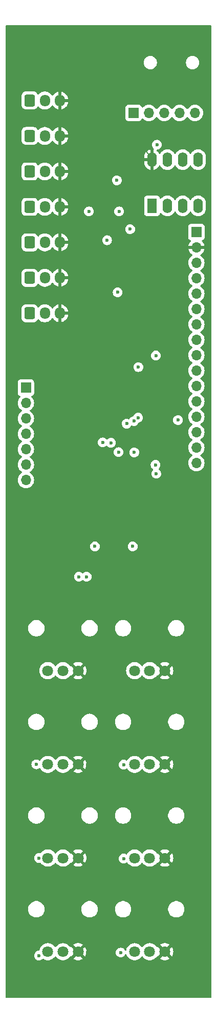
<source format=gbr>
%TF.GenerationSoftware,KiCad,Pcbnew,8.0.8*%
%TF.CreationDate,2025-03-24T10:48:50+01:00*%
%TF.ProjectId,Unit,556e6974-2e6b-4696-9361-645f70636258,rev?*%
%TF.SameCoordinates,Original*%
%TF.FileFunction,Copper,L2,Inr*%
%TF.FilePolarity,Positive*%
%FSLAX46Y46*%
G04 Gerber Fmt 4.6, Leading zero omitted, Abs format (unit mm)*
G04 Created by KiCad (PCBNEW 8.0.8) date 2025-03-24 10:48:50*
%MOMM*%
%LPD*%
G01*
G04 APERTURE LIST*
G04 Aperture macros list*
%AMRoundRect*
0 Rectangle with rounded corners*
0 $1 Rounding radius*
0 $2 $3 $4 $5 $6 $7 $8 $9 X,Y pos of 4 corners*
0 Add a 4 corners polygon primitive as box body*
4,1,4,$2,$3,$4,$5,$6,$7,$8,$9,$2,$3,0*
0 Add four circle primitives for the rounded corners*
1,1,$1+$1,$2,$3*
1,1,$1+$1,$4,$5*
1,1,$1+$1,$6,$7*
1,1,$1+$1,$8,$9*
0 Add four rect primitives between the rounded corners*
20,1,$1+$1,$2,$3,$4,$5,0*
20,1,$1+$1,$4,$5,$6,$7,0*
20,1,$1+$1,$6,$7,$8,$9,0*
20,1,$1+$1,$8,$9,$2,$3,0*%
G04 Aperture macros list end*
%TA.AperFunction,ComponentPad*%
%ADD10C,1.800000*%
%TD*%
%TA.AperFunction,ComponentPad*%
%ADD11RoundRect,0.250000X-0.600000X-0.725000X0.600000X-0.725000X0.600000X0.725000X-0.600000X0.725000X0*%
%TD*%
%TA.AperFunction,ComponentPad*%
%ADD12O,1.700000X1.950000*%
%TD*%
%TA.AperFunction,ComponentPad*%
%ADD13R,1.700000X1.700000*%
%TD*%
%TA.AperFunction,ComponentPad*%
%ADD14O,1.700000X1.700000*%
%TD*%
%TA.AperFunction,ComponentPad*%
%ADD15R,1.600000X2.400000*%
%TD*%
%TA.AperFunction,ComponentPad*%
%ADD16O,1.600000X2.400000*%
%TD*%
%TA.AperFunction,ViaPad*%
%ADD17C,0.600000*%
%TD*%
%TA.AperFunction,Conductor*%
%ADD18C,0.200000*%
%TD*%
G04 APERTURE END LIST*
D10*
%TO.N,+3.3V*%
%TO.C,RV5*%
X144427537Y-137230000D03*
%TO.N,Net-(U1-CH4)*%
X141927537Y-137230000D03*
%TO.N,GND*%
X139427537Y-137230000D03*
%TD*%
D11*
%TO.N,GND*%
%TO.C,J10*%
X136427537Y-51130000D03*
D12*
%TO.N,/Main_board/c4*%
X138927537Y-51130000D03*
%TO.N,+3.3V*%
X141427537Y-51130000D03*
%TD*%
D11*
%TO.N,GND*%
%TO.C,J9*%
X136427537Y-45280000D03*
D12*
%TO.N,/Main_board/c3*%
X138927537Y-45280000D03*
%TO.N,+3.3V*%
X141427537Y-45280000D03*
%TD*%
D11*
%TO.N,GND*%
%TO.C,J12*%
X136427537Y-62830000D03*
D12*
%TO.N,/Main_board/c6*%
X138927537Y-62830000D03*
%TO.N,+3.3V*%
X141427537Y-62830000D03*
%TD*%
D11*
%TO.N,GND*%
%TO.C,J8*%
X136427537Y-39430000D03*
D12*
%TO.N,/Main_board/c2*%
X138927537Y-39430000D03*
%TO.N,+3.3V*%
X141427537Y-39430000D03*
%TD*%
D13*
%TO.N,unconnected-(J4-Pad1)*%
%TO.C,J4*%
X153599873Y-29780000D03*
D14*
%TO.N,unconnected-(J4-Pad2)*%
X156139873Y-29780000D03*
%TO.N,unconnected-(J4-Pad3)*%
X158679873Y-29780000D03*
%TO.N,Net-(J4-Pad4)*%
X161219873Y-29780000D03*
%TO.N,Net-(U4-VO2)*%
X163759873Y-29780000D03*
%TD*%
D10*
%TO.N,+3.3V*%
%TO.C,RV1*%
X144427537Y-168130000D03*
%TO.N,Net-(U1-CH0)*%
X141927537Y-168130000D03*
%TO.N,GND*%
X139427537Y-168130000D03*
%TD*%
D11*
%TO.N,GND*%
%TO.C,J11*%
X136427537Y-56980000D03*
D12*
%TO.N,/Main_board/c5*%
X138927537Y-56980000D03*
%TO.N,+3.3V*%
X141427537Y-56980000D03*
%TD*%
D10*
%TO.N,+3.3V*%
%TO.C,RV4*%
X158777537Y-152680000D03*
%TO.N,Net-(U1-CH3)*%
X156277537Y-152680000D03*
%TO.N,GND*%
X153777537Y-152680000D03*
%TD*%
%TO.N,+3.3V*%
%TO.C,RV8*%
X158777537Y-121780000D03*
%TO.N,Net-(U1-CH7)*%
X156277537Y-121780000D03*
%TO.N,GND*%
X153777537Y-121780000D03*
%TD*%
%TO.N,+3.3V*%
%TO.C,RV2*%
X158777537Y-168130000D03*
%TO.N,Net-(U1-CH1)*%
X156277537Y-168130000D03*
%TO.N,GND*%
X153777537Y-168130000D03*
%TD*%
%TO.N,+3.3V*%
%TO.C,RV7*%
X144427537Y-121780000D03*
%TO.N,Net-(U1-CH6)*%
X141927537Y-121780000D03*
%TO.N,GND*%
X139427537Y-121780000D03*
%TD*%
D11*
%TO.N,GND*%
%TO.C,J6*%
X136427537Y-27730000D03*
D12*
%TO.N,/Main_board/c0*%
X138927537Y-27730000D03*
%TO.N,+3.3V*%
X141427537Y-27730000D03*
%TD*%
D15*
%TO.N,unconnected-(U4-NC-Pad1)*%
%TO.C,U4*%
X156669873Y-45105000D03*
D16*
%TO.N,Net-(U4-C1)*%
X159209873Y-45105000D03*
%TO.N,GND*%
X161749873Y-45105000D03*
%TO.N,unconnected-(U4-NC-Pad4)*%
X164289873Y-45105000D03*
%TO.N,GND*%
X164289873Y-37485000D03*
%TO.N,Net-(U4-VO2)*%
X161749873Y-37485000D03*
%TO.N,Net-(U4-VO1)*%
X159209873Y-37485000D03*
%TO.N,+3.3V*%
X156669873Y-37485000D03*
%TD*%
D14*
%TO.N,+3.3V*%
%TO.C,J1*%
X164000000Y-51960000D03*
D13*
%TO.N,/Raspberry_connections/GND*%
X164000000Y-49420000D03*
D14*
%TO.N,/Main_board/midi_in*%
X164000000Y-54500000D03*
%TO.N,/Main_board/DATA_IN_595*%
X164000000Y-57040000D03*
%TO.N,/Main_board/clock_595*%
X164000000Y-69740000D03*
%TO.N,/Main_board/LATCH_595*%
X164000000Y-59580000D03*
%TO.N,/Main_board/LOAD_165*%
X164000000Y-62120000D03*
%TO.N,/Main_board/clock_165*%
X164000000Y-64660000D03*
%TO.N,/Octaves board/DATA_IN_ADC*%
X164000000Y-77360000D03*
%TO.N,/Octaves board/DATA_OUT_ADC*%
X164000000Y-74820000D03*
%TO.N,/Main_board/DATA_OUT_165*%
X164000000Y-67200000D03*
%TO.N,/Octaves board/ADC_clock*%
X164000000Y-79900000D03*
%TO.N,/Octaves board/select*%
X164000000Y-72280000D03*
%TO.N,N/C*%
X164000000Y-82440000D03*
X164000000Y-84980000D03*
X164000000Y-87520000D03*
%TD*%
D10*
%TO.N,+3.3V*%
%TO.C,RV3*%
X144427537Y-152680000D03*
%TO.N,Net-(U1-CH2)*%
X141927537Y-152680000D03*
%TO.N,GND*%
X139427537Y-152680000D03*
%TD*%
%TO.N,+3.3V*%
%TO.C,RV6*%
X158777537Y-137230000D03*
%TO.N,Net-(U1-CH5)*%
X156277537Y-137230000D03*
%TO.N,GND*%
X153777537Y-137230000D03*
%TD*%
D11*
%TO.N,GND*%
%TO.C,J7*%
X136427537Y-33580000D03*
D12*
%TO.N,/Main_board/c1*%
X138927537Y-33580000D03*
%TO.N,+3.3V*%
X141427537Y-33580000D03*
%TD*%
D13*
%TO.N,/Main_board/jst0*%
%TO.C,J5*%
X135800000Y-75100000D03*
D14*
%TO.N,/Main_board/jst1*%
X135800000Y-77640000D03*
%TO.N,/Main_board/jst2*%
X135800000Y-80180000D03*
%TO.N,/Main_board/jst3*%
X135800000Y-82720000D03*
%TO.N,/Main_board/jst4*%
X135800000Y-85260000D03*
%TO.N,/Main_board/jst5*%
X135800000Y-87800000D03*
%TO.N,/Main_board/jst6*%
X135800000Y-90340000D03*
%TD*%
D17*
%TO.N,GND*%
X151219873Y-46030000D03*
X137969873Y-152680000D03*
X137519873Y-137230000D03*
X137969873Y-168780000D03*
X153469873Y-101280000D03*
X151119873Y-85730000D03*
X147219873Y-101280000D03*
X150844873Y-40905000D03*
X152469873Y-81030000D03*
X151969873Y-137280000D03*
X153719873Y-85780000D03*
X151469873Y-168280000D03*
X151969873Y-152780000D03*
X146219873Y-46030000D03*
%TO.N,+3.3V*%
X145719873Y-101280000D03*
X151219873Y-44530000D03*
X160569873Y-152680000D03*
X156219873Y-36780000D03*
X160469873Y-137280000D03*
X145969873Y-168280000D03*
X145994873Y-80780000D03*
X146469873Y-152780000D03*
X144719873Y-101280000D03*
X160469873Y-168280000D03*
X145969873Y-137280000D03*
X144794873Y-80780000D03*
X151219873Y-37030000D03*
%TO.N,/Main_board/jst6*%
X149869873Y-84205000D03*
%TO.N,/Main_board/jst5*%
X148494873Y-84130000D03*
%TO.N,Net-(U1-CH0)*%
X144577537Y-106280000D03*
%TO.N,Net-(U1-CH1)*%
X145847537Y-106280000D03*
%TO.N,/Main_board/clock_595*%
X149219873Y-50780000D03*
X157300000Y-69800000D03*
%TO.N,/Main_board/LATCH_595*%
X150969873Y-59369873D03*
X153044873Y-48955000D03*
%TO.N,/Main_board/LOAD_165*%
X157369873Y-89280000D03*
%TO.N,/Main_board/DATA_OUT_165*%
X153669873Y-80605000D03*
X154400000Y-71700000D03*
X154344873Y-80055000D03*
%TO.N,/Main_board/clock_165*%
X157244873Y-87830000D03*
%TO.N,/Octaves board/ADC_clock*%
X160950000Y-80450000D03*
%TO.N,Net-(U4-VO2)*%
X157469873Y-35030000D03*
%TD*%
D18*
%TO.N,+3.3V*%
X155800000Y-36300000D02*
X156250000Y-36750000D01*
X155800000Y-36045000D02*
X155800000Y-36300000D01*
%TD*%
%TA.AperFunction,Conductor*%
%TO.N,+3.3V*%
G36*
X166412412Y-15300185D02*
G01*
X166458167Y-15352989D01*
X166469373Y-15404500D01*
X166469373Y-175655500D01*
X166449688Y-175722539D01*
X166396884Y-175768294D01*
X166345373Y-175779500D01*
X132594373Y-175779500D01*
X132527334Y-175759815D01*
X132481579Y-175707011D01*
X132470373Y-175655500D01*
X132470373Y-168779996D01*
X137164308Y-168779996D01*
X137164308Y-168780003D01*
X137184503Y-168959249D01*
X137184504Y-168959254D01*
X137244084Y-169129523D01*
X137265696Y-169163918D01*
X137340057Y-169282262D01*
X137467611Y-169409816D01*
X137478946Y-169416938D01*
X137598878Y-169492297D01*
X137620351Y-169505789D01*
X137690971Y-169530500D01*
X137790618Y-169565368D01*
X137790623Y-169565369D01*
X137969869Y-169585565D01*
X137969873Y-169585565D01*
X137969877Y-169585565D01*
X138149122Y-169565369D01*
X138149125Y-169565368D01*
X138149128Y-169565368D01*
X138319395Y-169505789D01*
X138472135Y-169409816D01*
X138539396Y-169342555D01*
X138600719Y-169309070D01*
X138670411Y-169314054D01*
X138686095Y-169321181D01*
X138862189Y-169416479D01*
X138863034Y-169416936D01*
X138977024Y-169456068D01*
X139082552Y-169492297D01*
X139082554Y-169492297D01*
X139082556Y-169492298D01*
X139311488Y-169530500D01*
X139311489Y-169530500D01*
X139543585Y-169530500D01*
X139543586Y-169530500D01*
X139772518Y-169492298D01*
X139992040Y-169416936D01*
X140196163Y-169306470D01*
X140196707Y-169306047D01*
X140257666Y-169258600D01*
X140379321Y-169163913D01*
X140536516Y-168993153D01*
X140573728Y-168936196D01*
X140626874Y-168890839D01*
X140696106Y-168881415D01*
X140759441Y-168910917D01*
X140781346Y-168936196D01*
X140818553Y-168993147D01*
X140818556Y-168993151D01*
X140818558Y-168993153D01*
X140975753Y-169163913D01*
X140975756Y-169163915D01*
X140975759Y-169163918D01*
X141158902Y-169306464D01*
X141158908Y-169306468D01*
X141158911Y-169306470D01*
X141326397Y-169397109D01*
X141362189Y-169416479D01*
X141363034Y-169416936D01*
X141477024Y-169456068D01*
X141582552Y-169492297D01*
X141582554Y-169492297D01*
X141582556Y-169492298D01*
X141811488Y-169530500D01*
X141811489Y-169530500D01*
X142043585Y-169530500D01*
X142043586Y-169530500D01*
X142272518Y-169492298D01*
X142492040Y-169416936D01*
X142696163Y-169306470D01*
X142696707Y-169306047D01*
X142757666Y-169258600D01*
X142879321Y-169163913D01*
X143036516Y-168993153D01*
X143074026Y-168935738D01*
X143127172Y-168890382D01*
X143196403Y-168880958D01*
X143259739Y-168910459D01*
X143274451Y-168927437D01*
X143276348Y-168927634D01*
X143944574Y-168259408D01*
X143961612Y-168322993D01*
X144027438Y-168437007D01*
X144120530Y-168530099D01*
X144234544Y-168595925D01*
X144298127Y-168612962D01*
X143628738Y-169282351D01*
X143659186Y-169306050D01*
X143863234Y-169416476D01*
X143863243Y-169416479D01*
X144082676Y-169491811D01*
X144311530Y-169530000D01*
X144543544Y-169530000D01*
X144772397Y-169491811D01*
X144991830Y-169416479D01*
X144991838Y-169416476D01*
X145195892Y-169306047D01*
X145226334Y-169282351D01*
X145226335Y-169282350D01*
X144556947Y-168612962D01*
X144620530Y-168595925D01*
X144734544Y-168530099D01*
X144827636Y-168437007D01*
X144893462Y-168322993D01*
X144910499Y-168259410D01*
X145578723Y-168927634D01*
X145663021Y-168798606D01*
X145756219Y-168586135D01*
X145813175Y-168361218D01*
X145819906Y-168279996D01*
X150664308Y-168279996D01*
X150664308Y-168280003D01*
X150684503Y-168459249D01*
X150684504Y-168459254D01*
X150744084Y-168629523D01*
X150744384Y-168630000D01*
X150840057Y-168782262D01*
X150967611Y-168909816D01*
X151120351Y-169005789D01*
X151290618Y-169065368D01*
X151290623Y-169065369D01*
X151469869Y-169085565D01*
X151469873Y-169085565D01*
X151469877Y-169085565D01*
X151649122Y-169065369D01*
X151649125Y-169065368D01*
X151649128Y-169065368D01*
X151819395Y-169005789D01*
X151972135Y-168909816D01*
X152099689Y-168782262D01*
X152195662Y-168629522D01*
X152212556Y-168581240D01*
X152253277Y-168524465D01*
X152318229Y-168498716D01*
X152386791Y-168512171D01*
X152437194Y-168560558D01*
X152446876Y-168581923D01*
X152448375Y-168586290D01*
X152541612Y-168798848D01*
X152668553Y-168993147D01*
X152668556Y-168993151D01*
X152668558Y-168993153D01*
X152825753Y-169163913D01*
X152825756Y-169163915D01*
X152825759Y-169163918D01*
X153008902Y-169306464D01*
X153008908Y-169306468D01*
X153008911Y-169306470D01*
X153176397Y-169397109D01*
X153212189Y-169416479D01*
X153213034Y-169416936D01*
X153327024Y-169456068D01*
X153432552Y-169492297D01*
X153432554Y-169492297D01*
X153432556Y-169492298D01*
X153661488Y-169530500D01*
X153661489Y-169530500D01*
X153893585Y-169530500D01*
X153893586Y-169530500D01*
X154122518Y-169492298D01*
X154342040Y-169416936D01*
X154546163Y-169306470D01*
X154546707Y-169306047D01*
X154607666Y-169258600D01*
X154729321Y-169163913D01*
X154886516Y-168993153D01*
X154923728Y-168936196D01*
X154976874Y-168890839D01*
X155046106Y-168881415D01*
X155109441Y-168910917D01*
X155131346Y-168936196D01*
X155168553Y-168993147D01*
X155168556Y-168993151D01*
X155168558Y-168993153D01*
X155325753Y-169163913D01*
X155325756Y-169163915D01*
X155325759Y-169163918D01*
X155508902Y-169306464D01*
X155508908Y-169306468D01*
X155508911Y-169306470D01*
X155676397Y-169397109D01*
X155712189Y-169416479D01*
X155713034Y-169416936D01*
X155827024Y-169456068D01*
X155932552Y-169492297D01*
X155932554Y-169492297D01*
X155932556Y-169492298D01*
X156161488Y-169530500D01*
X156161489Y-169530500D01*
X156393585Y-169530500D01*
X156393586Y-169530500D01*
X156622518Y-169492298D01*
X156842040Y-169416936D01*
X157046163Y-169306470D01*
X157046707Y-169306047D01*
X157107666Y-169258600D01*
X157229321Y-169163913D01*
X157386516Y-168993153D01*
X157424026Y-168935738D01*
X157477172Y-168890382D01*
X157546403Y-168880958D01*
X157609739Y-168910459D01*
X157624451Y-168927437D01*
X157626348Y-168927634D01*
X158294574Y-168259408D01*
X158311612Y-168322993D01*
X158377438Y-168437007D01*
X158470530Y-168530099D01*
X158584544Y-168595925D01*
X158648127Y-168612962D01*
X157978738Y-169282351D01*
X158009186Y-169306050D01*
X158213234Y-169416476D01*
X158213243Y-169416479D01*
X158432676Y-169491811D01*
X158661530Y-169530000D01*
X158893544Y-169530000D01*
X159122397Y-169491811D01*
X159341830Y-169416479D01*
X159341838Y-169416476D01*
X159545892Y-169306047D01*
X159576334Y-169282351D01*
X159576335Y-169282350D01*
X158906947Y-168612962D01*
X158970530Y-168595925D01*
X159084544Y-168530099D01*
X159177636Y-168437007D01*
X159243462Y-168322993D01*
X159260499Y-168259409D01*
X159928723Y-168927634D01*
X160013021Y-168798606D01*
X160106219Y-168586135D01*
X160163175Y-168361218D01*
X160182335Y-168130005D01*
X160182335Y-168129994D01*
X160163175Y-167898781D01*
X160106219Y-167673864D01*
X160013020Y-167461390D01*
X159928723Y-167332364D01*
X159260499Y-168000589D01*
X159243462Y-167937007D01*
X159177636Y-167822993D01*
X159084544Y-167729901D01*
X158970530Y-167664075D01*
X158906946Y-167647037D01*
X159576334Y-166977647D01*
X159576334Y-166977645D01*
X159545897Y-166953955D01*
X159545891Y-166953951D01*
X159341839Y-166843523D01*
X159341830Y-166843520D01*
X159122397Y-166768188D01*
X158893544Y-166730000D01*
X158661530Y-166730000D01*
X158432676Y-166768188D01*
X158213243Y-166843520D01*
X158213234Y-166843523D01*
X158009187Y-166953949D01*
X157978737Y-166977647D01*
X158648128Y-167647037D01*
X158584544Y-167664075D01*
X158470530Y-167729901D01*
X158377438Y-167822993D01*
X158311612Y-167937007D01*
X158294574Y-168000590D01*
X157626348Y-167332364D01*
X157621567Y-167332860D01*
X157578497Y-167369617D01*
X157509266Y-167379041D01*
X157445930Y-167349539D01*
X157424026Y-167324260D01*
X157386520Y-167266852D01*
X157386517Y-167266849D01*
X157386516Y-167266847D01*
X157229321Y-167096087D01*
X157229316Y-167096083D01*
X157229314Y-167096081D01*
X157046171Y-166953535D01*
X157046165Y-166953531D01*
X156842041Y-166843064D01*
X156842032Y-166843061D01*
X156622521Y-166767702D01*
X156450819Y-166739050D01*
X156393586Y-166729500D01*
X156161488Y-166729500D01*
X156115701Y-166737140D01*
X155932552Y-166767702D01*
X155713041Y-166843061D01*
X155713032Y-166843064D01*
X155508908Y-166953531D01*
X155508902Y-166953535D01*
X155325759Y-167096081D01*
X155325756Y-167096084D01*
X155168552Y-167266854D01*
X155131345Y-167323804D01*
X155078199Y-167369161D01*
X155008967Y-167378584D01*
X154945632Y-167349082D01*
X154923729Y-167323804D01*
X154886521Y-167266854D01*
X154886519Y-167266852D01*
X154886516Y-167266847D01*
X154729321Y-167096087D01*
X154729316Y-167096083D01*
X154729314Y-167096081D01*
X154546171Y-166953535D01*
X154546165Y-166953531D01*
X154342041Y-166843064D01*
X154342032Y-166843061D01*
X154122521Y-166767702D01*
X153950819Y-166739050D01*
X153893586Y-166729500D01*
X153661488Y-166729500D01*
X153615701Y-166737140D01*
X153432552Y-166767702D01*
X153213041Y-166843061D01*
X153213032Y-166843064D01*
X153008908Y-166953531D01*
X153008902Y-166953535D01*
X152825759Y-167096081D01*
X152825756Y-167096084D01*
X152668553Y-167266852D01*
X152541612Y-167461151D01*
X152448378Y-167673703D01*
X152448378Y-167673704D01*
X152400540Y-167862607D01*
X152365001Y-167922763D01*
X152302580Y-167954154D01*
X152233097Y-167946816D01*
X152178611Y-167903077D01*
X152175341Y-167898138D01*
X152167205Y-167885190D01*
X152099689Y-167777738D01*
X151972135Y-167650184D01*
X151819396Y-167554211D01*
X151649127Y-167494631D01*
X151649122Y-167494630D01*
X151469877Y-167474435D01*
X151469869Y-167474435D01*
X151290623Y-167494630D01*
X151290618Y-167494631D01*
X151120349Y-167554211D01*
X150967610Y-167650184D01*
X150840057Y-167777737D01*
X150744084Y-167930476D01*
X150684504Y-168100745D01*
X150684503Y-168100750D01*
X150664308Y-168279996D01*
X145819906Y-168279996D01*
X145832335Y-168130005D01*
X145832335Y-168129994D01*
X145813175Y-167898781D01*
X145756219Y-167673864D01*
X145663020Y-167461390D01*
X145578723Y-167332364D01*
X144910499Y-168000589D01*
X144893462Y-167937007D01*
X144827636Y-167822993D01*
X144734544Y-167729901D01*
X144620530Y-167664075D01*
X144556946Y-167647037D01*
X145226334Y-166977647D01*
X145226334Y-166977645D01*
X145195897Y-166953955D01*
X145195891Y-166953951D01*
X144991839Y-166843523D01*
X144991830Y-166843520D01*
X144772397Y-166768188D01*
X144543544Y-166730000D01*
X144311530Y-166730000D01*
X144082676Y-166768188D01*
X143863243Y-166843520D01*
X143863234Y-166843523D01*
X143659187Y-166953949D01*
X143628737Y-166977647D01*
X144298128Y-167647037D01*
X144234544Y-167664075D01*
X144120530Y-167729901D01*
X144027438Y-167822993D01*
X143961612Y-167937007D01*
X143944574Y-168000590D01*
X143276348Y-167332364D01*
X143271567Y-167332860D01*
X143228497Y-167369617D01*
X143159266Y-167379041D01*
X143095930Y-167349539D01*
X143074026Y-167324260D01*
X143036520Y-167266852D01*
X143036517Y-167266849D01*
X143036516Y-167266847D01*
X142879321Y-167096087D01*
X142879316Y-167096083D01*
X142879314Y-167096081D01*
X142696171Y-166953535D01*
X142696165Y-166953531D01*
X142492041Y-166843064D01*
X142492032Y-166843061D01*
X142272521Y-166767702D01*
X142100819Y-166739050D01*
X142043586Y-166729500D01*
X141811488Y-166729500D01*
X141765701Y-166737140D01*
X141582552Y-166767702D01*
X141363041Y-166843061D01*
X141363032Y-166843064D01*
X141158908Y-166953531D01*
X141158902Y-166953535D01*
X140975759Y-167096081D01*
X140975756Y-167096084D01*
X140818552Y-167266854D01*
X140781345Y-167323804D01*
X140728199Y-167369161D01*
X140658967Y-167378584D01*
X140595632Y-167349082D01*
X140573729Y-167323804D01*
X140536521Y-167266854D01*
X140536519Y-167266852D01*
X140536516Y-167266847D01*
X140379321Y-167096087D01*
X140379316Y-167096083D01*
X140379314Y-167096081D01*
X140196171Y-166953535D01*
X140196165Y-166953531D01*
X139992041Y-166843064D01*
X139992032Y-166843061D01*
X139772521Y-166767702D01*
X139600819Y-166739050D01*
X139543586Y-166729500D01*
X139311488Y-166729500D01*
X139265701Y-166737140D01*
X139082552Y-166767702D01*
X138863041Y-166843061D01*
X138863032Y-166843064D01*
X138658908Y-166953531D01*
X138658902Y-166953535D01*
X138475759Y-167096081D01*
X138475756Y-167096084D01*
X138318553Y-167266852D01*
X138191612Y-167461151D01*
X138098378Y-167673703D01*
X138098378Y-167673704D01*
X138044821Y-167885190D01*
X138009282Y-167945346D01*
X137946861Y-167976737D01*
X137938500Y-167977969D01*
X137790622Y-167994630D01*
X137790618Y-167994631D01*
X137620349Y-168054211D01*
X137467610Y-168150184D01*
X137340057Y-168277737D01*
X137244084Y-168430476D01*
X137184504Y-168600745D01*
X137184503Y-168600750D01*
X137164308Y-168779996D01*
X132470373Y-168779996D01*
X132470373Y-161023713D01*
X136177037Y-161023713D01*
X136177037Y-161236286D01*
X136210290Y-161446239D01*
X136275981Y-161648414D01*
X136372488Y-161837820D01*
X136497427Y-162009786D01*
X136647750Y-162160109D01*
X136819716Y-162285048D01*
X136819718Y-162285049D01*
X136819721Y-162285051D01*
X137009125Y-162381557D01*
X137211294Y-162447246D01*
X137421250Y-162480500D01*
X137421251Y-162480500D01*
X137633823Y-162480500D01*
X137633824Y-162480500D01*
X137843780Y-162447246D01*
X138045949Y-162381557D01*
X138235353Y-162285051D01*
X138257326Y-162269086D01*
X138407323Y-162160109D01*
X138407325Y-162160106D01*
X138407329Y-162160104D01*
X138557641Y-162009792D01*
X138557643Y-162009788D01*
X138557646Y-162009786D01*
X138682585Y-161837820D01*
X138682584Y-161837820D01*
X138682588Y-161837816D01*
X138779094Y-161648412D01*
X138844783Y-161446243D01*
X138878037Y-161236287D01*
X138878037Y-161023713D01*
X144977037Y-161023713D01*
X144977037Y-161236286D01*
X145010290Y-161446239D01*
X145075981Y-161648414D01*
X145172488Y-161837820D01*
X145297427Y-162009786D01*
X145447750Y-162160109D01*
X145619716Y-162285048D01*
X145619718Y-162285049D01*
X145619721Y-162285051D01*
X145809125Y-162381557D01*
X146011294Y-162447246D01*
X146221250Y-162480500D01*
X146221251Y-162480500D01*
X146433823Y-162480500D01*
X146433824Y-162480500D01*
X146643780Y-162447246D01*
X146845949Y-162381557D01*
X147035353Y-162285051D01*
X147057326Y-162269086D01*
X147207323Y-162160109D01*
X147207325Y-162160106D01*
X147207329Y-162160104D01*
X147357641Y-162009792D01*
X147357643Y-162009788D01*
X147357646Y-162009786D01*
X147482585Y-161837820D01*
X147482584Y-161837820D01*
X147482588Y-161837816D01*
X147579094Y-161648412D01*
X147644783Y-161446243D01*
X147678037Y-161236287D01*
X147678037Y-161023713D01*
X150527037Y-161023713D01*
X150527037Y-161236286D01*
X150560290Y-161446239D01*
X150625981Y-161648414D01*
X150722488Y-161837820D01*
X150847427Y-162009786D01*
X150997750Y-162160109D01*
X151169716Y-162285048D01*
X151169718Y-162285049D01*
X151169721Y-162285051D01*
X151359125Y-162381557D01*
X151561294Y-162447246D01*
X151771250Y-162480500D01*
X151771251Y-162480500D01*
X151983823Y-162480500D01*
X151983824Y-162480500D01*
X152193780Y-162447246D01*
X152395949Y-162381557D01*
X152585353Y-162285051D01*
X152607326Y-162269086D01*
X152757323Y-162160109D01*
X152757325Y-162160106D01*
X152757329Y-162160104D01*
X152907641Y-162009792D01*
X152907643Y-162009788D01*
X152907646Y-162009786D01*
X153032585Y-161837820D01*
X153032584Y-161837820D01*
X153032588Y-161837816D01*
X153129094Y-161648412D01*
X153194783Y-161446243D01*
X153228037Y-161236287D01*
X153228037Y-161023713D01*
X159327037Y-161023713D01*
X159327037Y-161236286D01*
X159360290Y-161446239D01*
X159425981Y-161648414D01*
X159522488Y-161837820D01*
X159647427Y-162009786D01*
X159797750Y-162160109D01*
X159969716Y-162285048D01*
X159969718Y-162285049D01*
X159969721Y-162285051D01*
X160159125Y-162381557D01*
X160361294Y-162447246D01*
X160571250Y-162480500D01*
X160571251Y-162480500D01*
X160783823Y-162480500D01*
X160783824Y-162480500D01*
X160993780Y-162447246D01*
X161195949Y-162381557D01*
X161385353Y-162285051D01*
X161407326Y-162269086D01*
X161557323Y-162160109D01*
X161557325Y-162160106D01*
X161557329Y-162160104D01*
X161707641Y-162009792D01*
X161707643Y-162009788D01*
X161707646Y-162009786D01*
X161832585Y-161837820D01*
X161832584Y-161837820D01*
X161832588Y-161837816D01*
X161929094Y-161648412D01*
X161994783Y-161446243D01*
X162028037Y-161236287D01*
X162028037Y-161023713D01*
X161994783Y-160813757D01*
X161929094Y-160611588D01*
X161832588Y-160422184D01*
X161832586Y-160422181D01*
X161832585Y-160422179D01*
X161707646Y-160250213D01*
X161557323Y-160099890D01*
X161385357Y-159974951D01*
X161195951Y-159878444D01*
X161195950Y-159878443D01*
X161195949Y-159878443D01*
X160993780Y-159812754D01*
X160993778Y-159812753D01*
X160993777Y-159812753D01*
X160832494Y-159787208D01*
X160783824Y-159779500D01*
X160571250Y-159779500D01*
X160522579Y-159787208D01*
X160361297Y-159812753D01*
X160159122Y-159878444D01*
X159969716Y-159974951D01*
X159797750Y-160099890D01*
X159647427Y-160250213D01*
X159522488Y-160422179D01*
X159425981Y-160611585D01*
X159360290Y-160813760D01*
X159327037Y-161023713D01*
X153228037Y-161023713D01*
X153194783Y-160813757D01*
X153129094Y-160611588D01*
X153032588Y-160422184D01*
X153032586Y-160422181D01*
X153032585Y-160422179D01*
X152907646Y-160250213D01*
X152757323Y-160099890D01*
X152585357Y-159974951D01*
X152395951Y-159878444D01*
X152395950Y-159878443D01*
X152395949Y-159878443D01*
X152193780Y-159812754D01*
X152193778Y-159812753D01*
X152193777Y-159812753D01*
X152032494Y-159787208D01*
X151983824Y-159779500D01*
X151771250Y-159779500D01*
X151722579Y-159787208D01*
X151561297Y-159812753D01*
X151359122Y-159878444D01*
X151169716Y-159974951D01*
X150997750Y-160099890D01*
X150847427Y-160250213D01*
X150722488Y-160422179D01*
X150625981Y-160611585D01*
X150560290Y-160813760D01*
X150527037Y-161023713D01*
X147678037Y-161023713D01*
X147644783Y-160813757D01*
X147579094Y-160611588D01*
X147482588Y-160422184D01*
X147482586Y-160422181D01*
X147482585Y-160422179D01*
X147357646Y-160250213D01*
X147207323Y-160099890D01*
X147035357Y-159974951D01*
X146845951Y-159878444D01*
X146845950Y-159878443D01*
X146845949Y-159878443D01*
X146643780Y-159812754D01*
X146643778Y-159812753D01*
X146643777Y-159812753D01*
X146482494Y-159787208D01*
X146433824Y-159779500D01*
X146221250Y-159779500D01*
X146172579Y-159787208D01*
X146011297Y-159812753D01*
X145809122Y-159878444D01*
X145619716Y-159974951D01*
X145447750Y-160099890D01*
X145297427Y-160250213D01*
X145172488Y-160422179D01*
X145075981Y-160611585D01*
X145010290Y-160813760D01*
X144977037Y-161023713D01*
X138878037Y-161023713D01*
X138844783Y-160813757D01*
X138779094Y-160611588D01*
X138682588Y-160422184D01*
X138682586Y-160422181D01*
X138682585Y-160422179D01*
X138557646Y-160250213D01*
X138407323Y-160099890D01*
X138235357Y-159974951D01*
X138045951Y-159878444D01*
X138045950Y-159878443D01*
X138045949Y-159878443D01*
X137843780Y-159812754D01*
X137843778Y-159812753D01*
X137843777Y-159812753D01*
X137682494Y-159787208D01*
X137633824Y-159779500D01*
X137421250Y-159779500D01*
X137372579Y-159787208D01*
X137211297Y-159812753D01*
X137009122Y-159878444D01*
X136819716Y-159974951D01*
X136647750Y-160099890D01*
X136497427Y-160250213D01*
X136372488Y-160422179D01*
X136275981Y-160611585D01*
X136210290Y-160813760D01*
X136177037Y-161023713D01*
X132470373Y-161023713D01*
X132470373Y-152679996D01*
X137164308Y-152679996D01*
X137164308Y-152680003D01*
X137184503Y-152859249D01*
X137184504Y-152859254D01*
X137244084Y-153029523D01*
X137306918Y-153129522D01*
X137340057Y-153182262D01*
X137467611Y-153309816D01*
X137620351Y-153405789D01*
X137719212Y-153440382D01*
X137790618Y-153465368D01*
X137790623Y-153465369D01*
X137969869Y-153485565D01*
X137969873Y-153485565D01*
X137969877Y-153485565D01*
X138149119Y-153465369D01*
X138149120Y-153465369D01*
X138149120Y-153465368D01*
X138149128Y-153465368D01*
X138154015Y-153463657D01*
X138223790Y-153460095D01*
X138284418Y-153494822D01*
X138298776Y-153512875D01*
X138318558Y-153543153D01*
X138475753Y-153713913D01*
X138475756Y-153713915D01*
X138475759Y-153713918D01*
X138658902Y-153856464D01*
X138658908Y-153856468D01*
X138658911Y-153856470D01*
X138826397Y-153947109D01*
X138862189Y-153966479D01*
X138863034Y-153966936D01*
X138977024Y-154006068D01*
X139082552Y-154042297D01*
X139082554Y-154042297D01*
X139082556Y-154042298D01*
X139311488Y-154080500D01*
X139311489Y-154080500D01*
X139543585Y-154080500D01*
X139543586Y-154080500D01*
X139772518Y-154042298D01*
X139992040Y-153966936D01*
X140196163Y-153856470D01*
X140196707Y-153856047D01*
X140257666Y-153808600D01*
X140379321Y-153713913D01*
X140536516Y-153543153D01*
X140560928Y-153505788D01*
X140573728Y-153486196D01*
X140626874Y-153440839D01*
X140696106Y-153431415D01*
X140759441Y-153460917D01*
X140781346Y-153486196D01*
X140818553Y-153543147D01*
X140818556Y-153543151D01*
X140818558Y-153543153D01*
X140975753Y-153713913D01*
X140975756Y-153713915D01*
X140975759Y-153713918D01*
X141158902Y-153856464D01*
X141158908Y-153856468D01*
X141158911Y-153856470D01*
X141326397Y-153947109D01*
X141362189Y-153966479D01*
X141363034Y-153966936D01*
X141477024Y-154006068D01*
X141582552Y-154042297D01*
X141582554Y-154042297D01*
X141582556Y-154042298D01*
X141811488Y-154080500D01*
X141811489Y-154080500D01*
X142043585Y-154080500D01*
X142043586Y-154080500D01*
X142272518Y-154042298D01*
X142492040Y-153966936D01*
X142696163Y-153856470D01*
X142696707Y-153856047D01*
X142757666Y-153808600D01*
X142879321Y-153713913D01*
X143036516Y-153543153D01*
X143074026Y-153485738D01*
X143127172Y-153440382D01*
X143196403Y-153430958D01*
X143259739Y-153460459D01*
X143274451Y-153477437D01*
X143276348Y-153477634D01*
X143944574Y-152809408D01*
X143961612Y-152872993D01*
X144027438Y-152987007D01*
X144120530Y-153080099D01*
X144234544Y-153145925D01*
X144298127Y-153162962D01*
X143628738Y-153832351D01*
X143659186Y-153856050D01*
X143863234Y-153966476D01*
X143863243Y-153966479D01*
X144082676Y-154041811D01*
X144311530Y-154080000D01*
X144543544Y-154080000D01*
X144772397Y-154041811D01*
X144991830Y-153966479D01*
X144991838Y-153966476D01*
X145195892Y-153856047D01*
X145226334Y-153832351D01*
X145226335Y-153832350D01*
X144556947Y-153162962D01*
X144620530Y-153145925D01*
X144734544Y-153080099D01*
X144827636Y-152987007D01*
X144893462Y-152872993D01*
X144910499Y-152809410D01*
X145578723Y-153477634D01*
X145663021Y-153348606D01*
X145756219Y-153136135D01*
X145813175Y-152911218D01*
X145824049Y-152779996D01*
X151164308Y-152779996D01*
X151164308Y-152780003D01*
X151184503Y-152959249D01*
X151184504Y-152959254D01*
X151244084Y-153129523D01*
X151340057Y-153282262D01*
X151467611Y-153409816D01*
X151548209Y-153460459D01*
X151620347Y-153505787D01*
X151620351Y-153505789D01*
X151727131Y-153543153D01*
X151790618Y-153565368D01*
X151790623Y-153565369D01*
X151969869Y-153585565D01*
X151969873Y-153585565D01*
X151969877Y-153585565D01*
X152149122Y-153565369D01*
X152149125Y-153565368D01*
X152149128Y-153565368D01*
X152319395Y-153505789D01*
X152319397Y-153505787D01*
X152319399Y-153505787D01*
X152446481Y-153425936D01*
X152513717Y-153406935D01*
X152580552Y-153427302D01*
X152616262Y-153463108D01*
X152668553Y-153543147D01*
X152668556Y-153543151D01*
X152668558Y-153543153D01*
X152825753Y-153713913D01*
X152825756Y-153713915D01*
X152825759Y-153713918D01*
X153008902Y-153856464D01*
X153008908Y-153856468D01*
X153008911Y-153856470D01*
X153176397Y-153947109D01*
X153212189Y-153966479D01*
X153213034Y-153966936D01*
X153327024Y-154006068D01*
X153432552Y-154042297D01*
X153432554Y-154042297D01*
X153432556Y-154042298D01*
X153661488Y-154080500D01*
X153661489Y-154080500D01*
X153893585Y-154080500D01*
X153893586Y-154080500D01*
X154122518Y-154042298D01*
X154342040Y-153966936D01*
X154546163Y-153856470D01*
X154546707Y-153856047D01*
X154607666Y-153808600D01*
X154729321Y-153713913D01*
X154886516Y-153543153D01*
X154910928Y-153505788D01*
X154923728Y-153486196D01*
X154976874Y-153440839D01*
X155046106Y-153431415D01*
X155109441Y-153460917D01*
X155131346Y-153486196D01*
X155168553Y-153543147D01*
X155168556Y-153543151D01*
X155168558Y-153543153D01*
X155325753Y-153713913D01*
X155325756Y-153713915D01*
X155325759Y-153713918D01*
X155508902Y-153856464D01*
X155508908Y-153856468D01*
X155508911Y-153856470D01*
X155676397Y-153947109D01*
X155712189Y-153966479D01*
X155713034Y-153966936D01*
X155827024Y-154006068D01*
X155932552Y-154042297D01*
X155932554Y-154042297D01*
X155932556Y-154042298D01*
X156161488Y-154080500D01*
X156161489Y-154080500D01*
X156393585Y-154080500D01*
X156393586Y-154080500D01*
X156622518Y-154042298D01*
X156842040Y-153966936D01*
X157046163Y-153856470D01*
X157046707Y-153856047D01*
X157107666Y-153808600D01*
X157229321Y-153713913D01*
X157386516Y-153543153D01*
X157424026Y-153485738D01*
X157477172Y-153440382D01*
X157546403Y-153430958D01*
X157609739Y-153460459D01*
X157624451Y-153477437D01*
X157626348Y-153477634D01*
X158294574Y-152809408D01*
X158311612Y-152872993D01*
X158377438Y-152987007D01*
X158470530Y-153080099D01*
X158584544Y-153145925D01*
X158648127Y-153162962D01*
X157978738Y-153832351D01*
X158009186Y-153856050D01*
X158213234Y-153966476D01*
X158213243Y-153966479D01*
X158432676Y-154041811D01*
X158661530Y-154080000D01*
X158893544Y-154080000D01*
X159122397Y-154041811D01*
X159341830Y-153966479D01*
X159341838Y-153966476D01*
X159545892Y-153856047D01*
X159576334Y-153832351D01*
X159576335Y-153832350D01*
X158906947Y-153162962D01*
X158970530Y-153145925D01*
X159084544Y-153080099D01*
X159177636Y-152987007D01*
X159243462Y-152872993D01*
X159260499Y-152809409D01*
X159928723Y-153477634D01*
X160013021Y-153348606D01*
X160106219Y-153136135D01*
X160163175Y-152911218D01*
X160182335Y-152680005D01*
X160182335Y-152679994D01*
X160163175Y-152448781D01*
X160106219Y-152223864D01*
X160013020Y-152011390D01*
X159928723Y-151882364D01*
X159260499Y-152550589D01*
X159243462Y-152487007D01*
X159177636Y-152372993D01*
X159084544Y-152279901D01*
X158970530Y-152214075D01*
X158906946Y-152197037D01*
X159576334Y-151527647D01*
X159576334Y-151527645D01*
X159545897Y-151503955D01*
X159545891Y-151503951D01*
X159341839Y-151393523D01*
X159341830Y-151393520D01*
X159122397Y-151318188D01*
X158893544Y-151280000D01*
X158661530Y-151280000D01*
X158432676Y-151318188D01*
X158213243Y-151393520D01*
X158213234Y-151393523D01*
X158009187Y-151503949D01*
X157978737Y-151527647D01*
X158648128Y-152197037D01*
X158584544Y-152214075D01*
X158470530Y-152279901D01*
X158377438Y-152372993D01*
X158311612Y-152487007D01*
X158294574Y-152550590D01*
X157626348Y-151882364D01*
X157621567Y-151882860D01*
X157578497Y-151919617D01*
X157509266Y-151929041D01*
X157445930Y-151899539D01*
X157424026Y-151874260D01*
X157386520Y-151816852D01*
X157386517Y-151816849D01*
X157386516Y-151816847D01*
X157229321Y-151646087D01*
X157229316Y-151646083D01*
X157229314Y-151646081D01*
X157046171Y-151503535D01*
X157046165Y-151503531D01*
X156842041Y-151393064D01*
X156842032Y-151393061D01*
X156622521Y-151317702D01*
X156450819Y-151289050D01*
X156393586Y-151279500D01*
X156161488Y-151279500D01*
X156115701Y-151287140D01*
X155932552Y-151317702D01*
X155713041Y-151393061D01*
X155713032Y-151393064D01*
X155508908Y-151503531D01*
X155508902Y-151503535D01*
X155325759Y-151646081D01*
X155325756Y-151646084D01*
X155325753Y-151646086D01*
X155325753Y-151646087D01*
X155168558Y-151816847D01*
X155168556Y-151816848D01*
X155168552Y-151816854D01*
X155131345Y-151873804D01*
X155078199Y-151919161D01*
X155008967Y-151928584D01*
X154945632Y-151899082D01*
X154923729Y-151873804D01*
X154886521Y-151816854D01*
X154886519Y-151816852D01*
X154886516Y-151816847D01*
X154729321Y-151646087D01*
X154729316Y-151646083D01*
X154729314Y-151646081D01*
X154546171Y-151503535D01*
X154546165Y-151503531D01*
X154342041Y-151393064D01*
X154342032Y-151393061D01*
X154122521Y-151317702D01*
X153950819Y-151289050D01*
X153893586Y-151279500D01*
X153661488Y-151279500D01*
X153615701Y-151287140D01*
X153432552Y-151317702D01*
X153213041Y-151393061D01*
X153213032Y-151393064D01*
X153008908Y-151503531D01*
X153008902Y-151503535D01*
X152825759Y-151646081D01*
X152825756Y-151646084D01*
X152668553Y-151816852D01*
X152541616Y-152011145D01*
X152541612Y-152011152D01*
X152536556Y-152022679D01*
X152491598Y-152076163D01*
X152424861Y-152096850D01*
X152357534Y-152078173D01*
X152357031Y-152077858D01*
X152319398Y-152054212D01*
X152149127Y-151994631D01*
X152149122Y-151994630D01*
X151969877Y-151974435D01*
X151969869Y-151974435D01*
X151790623Y-151994630D01*
X151790618Y-151994631D01*
X151620349Y-152054211D01*
X151467610Y-152150184D01*
X151340057Y-152277737D01*
X151244084Y-152430476D01*
X151184504Y-152600745D01*
X151184503Y-152600750D01*
X151164308Y-152779996D01*
X145824049Y-152779996D01*
X145832335Y-152680005D01*
X145832335Y-152679994D01*
X145813175Y-152448781D01*
X145756219Y-152223864D01*
X145663020Y-152011390D01*
X145578723Y-151882364D01*
X144910499Y-152550589D01*
X144893462Y-152487007D01*
X144827636Y-152372993D01*
X144734544Y-152279901D01*
X144620530Y-152214075D01*
X144556946Y-152197037D01*
X145226334Y-151527647D01*
X145226334Y-151527645D01*
X145195897Y-151503955D01*
X145195891Y-151503951D01*
X144991839Y-151393523D01*
X144991830Y-151393520D01*
X144772397Y-151318188D01*
X144543544Y-151280000D01*
X144311530Y-151280000D01*
X144082676Y-151318188D01*
X143863243Y-151393520D01*
X143863234Y-151393523D01*
X143659187Y-151503949D01*
X143628737Y-151527647D01*
X144298128Y-152197037D01*
X144234544Y-152214075D01*
X144120530Y-152279901D01*
X144027438Y-152372993D01*
X143961612Y-152487007D01*
X143944574Y-152550590D01*
X143276348Y-151882364D01*
X143271567Y-151882860D01*
X143228497Y-151919617D01*
X143159266Y-151929041D01*
X143095930Y-151899539D01*
X143074026Y-151874260D01*
X143036520Y-151816852D01*
X143036517Y-151816849D01*
X143036516Y-151816847D01*
X142879321Y-151646087D01*
X142879316Y-151646083D01*
X142879314Y-151646081D01*
X142696171Y-151503535D01*
X142696165Y-151503531D01*
X142492041Y-151393064D01*
X142492032Y-151393061D01*
X142272521Y-151317702D01*
X142100819Y-151289050D01*
X142043586Y-151279500D01*
X141811488Y-151279500D01*
X141765701Y-151287140D01*
X141582552Y-151317702D01*
X141363041Y-151393061D01*
X141363032Y-151393064D01*
X141158908Y-151503531D01*
X141158902Y-151503535D01*
X140975759Y-151646081D01*
X140975756Y-151646084D01*
X140975753Y-151646086D01*
X140975753Y-151646087D01*
X140818558Y-151816847D01*
X140818556Y-151816848D01*
X140818552Y-151816854D01*
X140781345Y-151873804D01*
X140728199Y-151919161D01*
X140658967Y-151928584D01*
X140595632Y-151899082D01*
X140573729Y-151873804D01*
X140536521Y-151816854D01*
X140536519Y-151816852D01*
X140536516Y-151816847D01*
X140379321Y-151646087D01*
X140379316Y-151646083D01*
X140379314Y-151646081D01*
X140196171Y-151503535D01*
X140196165Y-151503531D01*
X139992041Y-151393064D01*
X139992032Y-151393061D01*
X139772521Y-151317702D01*
X139600819Y-151289050D01*
X139543586Y-151279500D01*
X139311488Y-151279500D01*
X139265701Y-151287140D01*
X139082552Y-151317702D01*
X138863041Y-151393061D01*
X138863032Y-151393064D01*
X138658908Y-151503531D01*
X138658902Y-151503535D01*
X138475759Y-151646081D01*
X138475756Y-151646084D01*
X138318556Y-151816848D01*
X138298776Y-151847124D01*
X138245629Y-151892479D01*
X138176398Y-151901901D01*
X138154015Y-151896342D01*
X138149125Y-151894631D01*
X137969877Y-151874435D01*
X137969869Y-151874435D01*
X137790623Y-151894630D01*
X137790618Y-151894631D01*
X137620349Y-151954211D01*
X137467610Y-152050184D01*
X137340057Y-152177737D01*
X137244084Y-152330476D01*
X137184504Y-152500745D01*
X137184503Y-152500750D01*
X137164308Y-152679996D01*
X132470373Y-152679996D01*
X132470373Y-145573713D01*
X136177037Y-145573713D01*
X136177037Y-145786286D01*
X136210290Y-145996239D01*
X136275981Y-146198414D01*
X136372488Y-146387820D01*
X136497427Y-146559786D01*
X136647750Y-146710109D01*
X136819716Y-146835048D01*
X136819718Y-146835049D01*
X136819721Y-146835051D01*
X137009125Y-146931557D01*
X137211294Y-146997246D01*
X137421250Y-147030500D01*
X137421251Y-147030500D01*
X137633823Y-147030500D01*
X137633824Y-147030500D01*
X137843780Y-146997246D01*
X138045949Y-146931557D01*
X138235353Y-146835051D01*
X138257326Y-146819086D01*
X138407323Y-146710109D01*
X138407325Y-146710106D01*
X138407329Y-146710104D01*
X138557641Y-146559792D01*
X138557643Y-146559788D01*
X138557646Y-146559786D01*
X138682585Y-146387820D01*
X138682584Y-146387820D01*
X138682588Y-146387816D01*
X138779094Y-146198412D01*
X138844783Y-145996243D01*
X138878037Y-145786287D01*
X138878037Y-145573713D01*
X144977037Y-145573713D01*
X144977037Y-145786286D01*
X145010290Y-145996239D01*
X145075981Y-146198414D01*
X145172488Y-146387820D01*
X145297427Y-146559786D01*
X145447750Y-146710109D01*
X145619716Y-146835048D01*
X145619718Y-146835049D01*
X145619721Y-146835051D01*
X145809125Y-146931557D01*
X146011294Y-146997246D01*
X146221250Y-147030500D01*
X146221251Y-147030500D01*
X146433823Y-147030500D01*
X146433824Y-147030500D01*
X146643780Y-146997246D01*
X146845949Y-146931557D01*
X147035353Y-146835051D01*
X147057326Y-146819086D01*
X147207323Y-146710109D01*
X147207325Y-146710106D01*
X147207329Y-146710104D01*
X147357641Y-146559792D01*
X147357643Y-146559788D01*
X147357646Y-146559786D01*
X147482585Y-146387820D01*
X147482584Y-146387820D01*
X147482588Y-146387816D01*
X147579094Y-146198412D01*
X147644783Y-145996243D01*
X147678037Y-145786287D01*
X147678037Y-145573713D01*
X150527037Y-145573713D01*
X150527037Y-145786286D01*
X150560290Y-145996239D01*
X150625981Y-146198414D01*
X150722488Y-146387820D01*
X150847427Y-146559786D01*
X150997750Y-146710109D01*
X151169716Y-146835048D01*
X151169718Y-146835049D01*
X151169721Y-146835051D01*
X151359125Y-146931557D01*
X151561294Y-146997246D01*
X151771250Y-147030500D01*
X151771251Y-147030500D01*
X151983823Y-147030500D01*
X151983824Y-147030500D01*
X152193780Y-146997246D01*
X152395949Y-146931557D01*
X152585353Y-146835051D01*
X152607326Y-146819086D01*
X152757323Y-146710109D01*
X152757325Y-146710106D01*
X152757329Y-146710104D01*
X152907641Y-146559792D01*
X152907643Y-146559788D01*
X152907646Y-146559786D01*
X153032585Y-146387820D01*
X153032584Y-146387820D01*
X153032588Y-146387816D01*
X153129094Y-146198412D01*
X153194783Y-145996243D01*
X153228037Y-145786287D01*
X153228037Y-145573713D01*
X159327037Y-145573713D01*
X159327037Y-145786286D01*
X159360290Y-145996239D01*
X159425981Y-146198414D01*
X159522488Y-146387820D01*
X159647427Y-146559786D01*
X159797750Y-146710109D01*
X159969716Y-146835048D01*
X159969718Y-146835049D01*
X159969721Y-146835051D01*
X160159125Y-146931557D01*
X160361294Y-146997246D01*
X160571250Y-147030500D01*
X160571251Y-147030500D01*
X160783823Y-147030500D01*
X160783824Y-147030500D01*
X160993780Y-146997246D01*
X161195949Y-146931557D01*
X161385353Y-146835051D01*
X161407326Y-146819086D01*
X161557323Y-146710109D01*
X161557325Y-146710106D01*
X161557329Y-146710104D01*
X161707641Y-146559792D01*
X161707643Y-146559788D01*
X161707646Y-146559786D01*
X161832585Y-146387820D01*
X161832584Y-146387820D01*
X161832588Y-146387816D01*
X161929094Y-146198412D01*
X161994783Y-145996243D01*
X162028037Y-145786287D01*
X162028037Y-145573713D01*
X161994783Y-145363757D01*
X161929094Y-145161588D01*
X161832588Y-144972184D01*
X161832586Y-144972181D01*
X161832585Y-144972179D01*
X161707646Y-144800213D01*
X161557323Y-144649890D01*
X161385357Y-144524951D01*
X161195951Y-144428444D01*
X161195950Y-144428443D01*
X161195949Y-144428443D01*
X160993780Y-144362754D01*
X160993778Y-144362753D01*
X160993777Y-144362753D01*
X160832494Y-144337208D01*
X160783824Y-144329500D01*
X160571250Y-144329500D01*
X160522579Y-144337208D01*
X160361297Y-144362753D01*
X160159122Y-144428444D01*
X159969716Y-144524951D01*
X159797750Y-144649890D01*
X159647427Y-144800213D01*
X159522488Y-144972179D01*
X159425981Y-145161585D01*
X159360290Y-145363760D01*
X159327037Y-145573713D01*
X153228037Y-145573713D01*
X153194783Y-145363757D01*
X153129094Y-145161588D01*
X153032588Y-144972184D01*
X153032586Y-144972181D01*
X153032585Y-144972179D01*
X152907646Y-144800213D01*
X152757323Y-144649890D01*
X152585357Y-144524951D01*
X152395951Y-144428444D01*
X152395950Y-144428443D01*
X152395949Y-144428443D01*
X152193780Y-144362754D01*
X152193778Y-144362753D01*
X152193777Y-144362753D01*
X152032494Y-144337208D01*
X151983824Y-144329500D01*
X151771250Y-144329500D01*
X151722579Y-144337208D01*
X151561297Y-144362753D01*
X151359122Y-144428444D01*
X151169716Y-144524951D01*
X150997750Y-144649890D01*
X150847427Y-144800213D01*
X150722488Y-144972179D01*
X150625981Y-145161585D01*
X150560290Y-145363760D01*
X150527037Y-145573713D01*
X147678037Y-145573713D01*
X147644783Y-145363757D01*
X147579094Y-145161588D01*
X147482588Y-144972184D01*
X147482586Y-144972181D01*
X147482585Y-144972179D01*
X147357646Y-144800213D01*
X147207323Y-144649890D01*
X147035357Y-144524951D01*
X146845951Y-144428444D01*
X146845950Y-144428443D01*
X146845949Y-144428443D01*
X146643780Y-144362754D01*
X146643778Y-144362753D01*
X146643777Y-144362753D01*
X146482494Y-144337208D01*
X146433824Y-144329500D01*
X146221250Y-144329500D01*
X146172579Y-144337208D01*
X146011297Y-144362753D01*
X145809122Y-144428444D01*
X145619716Y-144524951D01*
X145447750Y-144649890D01*
X145297427Y-144800213D01*
X145172488Y-144972179D01*
X145075981Y-145161585D01*
X145010290Y-145363760D01*
X144977037Y-145573713D01*
X138878037Y-145573713D01*
X138844783Y-145363757D01*
X138779094Y-145161588D01*
X138682588Y-144972184D01*
X138682586Y-144972181D01*
X138682585Y-144972179D01*
X138557646Y-144800213D01*
X138407323Y-144649890D01*
X138235357Y-144524951D01*
X138045951Y-144428444D01*
X138045950Y-144428443D01*
X138045949Y-144428443D01*
X137843780Y-144362754D01*
X137843778Y-144362753D01*
X137843777Y-144362753D01*
X137682494Y-144337208D01*
X137633824Y-144329500D01*
X137421250Y-144329500D01*
X137372579Y-144337208D01*
X137211297Y-144362753D01*
X137009122Y-144428444D01*
X136819716Y-144524951D01*
X136647750Y-144649890D01*
X136497427Y-144800213D01*
X136372488Y-144972179D01*
X136275981Y-145161585D01*
X136210290Y-145363760D01*
X136177037Y-145573713D01*
X132470373Y-145573713D01*
X132470373Y-137229996D01*
X136714308Y-137229996D01*
X136714308Y-137230003D01*
X136734503Y-137409249D01*
X136734504Y-137409254D01*
X136794084Y-137579523D01*
X136861073Y-137686135D01*
X136890057Y-137732262D01*
X137017611Y-137859816D01*
X137107953Y-137916582D01*
X137148173Y-137941854D01*
X137170351Y-137955789D01*
X137232855Y-137977660D01*
X137340618Y-138015368D01*
X137340623Y-138015369D01*
X137519869Y-138035565D01*
X137519873Y-138035565D01*
X137519877Y-138035565D01*
X137699122Y-138015369D01*
X137699125Y-138015368D01*
X137699128Y-138015368D01*
X137869395Y-137955789D01*
X137891573Y-137941854D01*
X137933249Y-137915666D01*
X138021058Y-137860492D01*
X138088294Y-137841492D01*
X138155129Y-137861859D01*
X138190839Y-137897664D01*
X138191612Y-137898848D01*
X138191613Y-137898849D01*
X138219710Y-137941854D01*
X138313600Y-138085565D01*
X138318558Y-138093153D01*
X138475753Y-138263913D01*
X138475756Y-138263915D01*
X138475759Y-138263918D01*
X138658902Y-138406464D01*
X138658908Y-138406468D01*
X138658911Y-138406470D01*
X138826397Y-138497109D01*
X138862189Y-138516479D01*
X138863034Y-138516936D01*
X138977024Y-138556068D01*
X139082552Y-138592297D01*
X139082554Y-138592297D01*
X139082556Y-138592298D01*
X139311488Y-138630500D01*
X139311489Y-138630500D01*
X139543585Y-138630500D01*
X139543586Y-138630500D01*
X139772518Y-138592298D01*
X139992040Y-138516936D01*
X140196163Y-138406470D01*
X140196707Y-138406047D01*
X140257666Y-138358600D01*
X140379321Y-138263913D01*
X140536516Y-138093153D01*
X140536520Y-138093147D01*
X140573728Y-138036196D01*
X140626874Y-137990839D01*
X140696106Y-137981415D01*
X140759441Y-138010917D01*
X140781346Y-138036196D01*
X140818553Y-138093147D01*
X140818555Y-138093149D01*
X140818558Y-138093153D01*
X140975753Y-138263913D01*
X140975756Y-138263915D01*
X140975759Y-138263918D01*
X141158902Y-138406464D01*
X141158908Y-138406468D01*
X141158911Y-138406470D01*
X141326397Y-138497109D01*
X141362189Y-138516479D01*
X141363034Y-138516936D01*
X141477024Y-138556068D01*
X141582552Y-138592297D01*
X141582554Y-138592297D01*
X141582556Y-138592298D01*
X141811488Y-138630500D01*
X141811489Y-138630500D01*
X142043585Y-138630500D01*
X142043586Y-138630500D01*
X142272518Y-138592298D01*
X142492040Y-138516936D01*
X142696163Y-138406470D01*
X142696707Y-138406047D01*
X142757666Y-138358600D01*
X142879321Y-138263913D01*
X143036516Y-138093153D01*
X143074026Y-138035738D01*
X143127172Y-137990382D01*
X143196403Y-137980958D01*
X143259739Y-138010459D01*
X143274451Y-138027437D01*
X143276348Y-138027634D01*
X143944574Y-137359408D01*
X143961612Y-137422993D01*
X144027438Y-137537007D01*
X144120530Y-137630099D01*
X144234544Y-137695925D01*
X144298127Y-137712962D01*
X143628738Y-138382351D01*
X143659186Y-138406050D01*
X143863234Y-138516476D01*
X143863243Y-138516479D01*
X144082676Y-138591811D01*
X144311530Y-138630000D01*
X144543544Y-138630000D01*
X144772397Y-138591811D01*
X144991830Y-138516479D01*
X144991838Y-138516476D01*
X145195892Y-138406047D01*
X145226334Y-138382351D01*
X145226335Y-138382350D01*
X144556947Y-137712962D01*
X144620530Y-137695925D01*
X144734544Y-137630099D01*
X144827636Y-137537007D01*
X144893462Y-137422993D01*
X144910499Y-137359410D01*
X145578723Y-138027634D01*
X145663021Y-137898606D01*
X145756219Y-137686135D01*
X145813175Y-137461218D01*
X145828192Y-137279996D01*
X151164308Y-137279996D01*
X151164308Y-137280003D01*
X151184503Y-137459249D01*
X151184504Y-137459254D01*
X151244084Y-137629523D01*
X151308640Y-137732262D01*
X151340057Y-137782262D01*
X151467611Y-137909816D01*
X151620351Y-138005789D01*
X151790618Y-138065368D01*
X151790623Y-138065369D01*
X151969869Y-138085565D01*
X151969873Y-138085565D01*
X151969877Y-138085565D01*
X152149122Y-138065369D01*
X152149125Y-138065368D01*
X152149128Y-138065368D01*
X152319395Y-138005789D01*
X152423322Y-137940486D01*
X152490558Y-137921487D01*
X152557394Y-137941854D01*
X152593102Y-137977659D01*
X152601713Y-137990839D01*
X152668553Y-138093147D01*
X152668555Y-138093149D01*
X152668558Y-138093153D01*
X152825753Y-138263913D01*
X152825756Y-138263915D01*
X152825759Y-138263918D01*
X153008902Y-138406464D01*
X153008908Y-138406468D01*
X153008911Y-138406470D01*
X153176397Y-138497109D01*
X153212189Y-138516479D01*
X153213034Y-138516936D01*
X153327024Y-138556068D01*
X153432552Y-138592297D01*
X153432554Y-138592297D01*
X153432556Y-138592298D01*
X153661488Y-138630500D01*
X153661489Y-138630500D01*
X153893585Y-138630500D01*
X153893586Y-138630500D01*
X154122518Y-138592298D01*
X154342040Y-138516936D01*
X154546163Y-138406470D01*
X154546707Y-138406047D01*
X154607666Y-138358600D01*
X154729321Y-138263913D01*
X154886516Y-138093153D01*
X154886520Y-138093147D01*
X154923728Y-138036196D01*
X154976874Y-137990839D01*
X155046106Y-137981415D01*
X155109441Y-138010917D01*
X155131346Y-138036196D01*
X155168553Y-138093147D01*
X155168555Y-138093149D01*
X155168558Y-138093153D01*
X155325753Y-138263913D01*
X155325756Y-138263915D01*
X155325759Y-138263918D01*
X155508902Y-138406464D01*
X155508908Y-138406468D01*
X155508911Y-138406470D01*
X155676397Y-138497109D01*
X155712189Y-138516479D01*
X155713034Y-138516936D01*
X155827024Y-138556068D01*
X155932552Y-138592297D01*
X155932554Y-138592297D01*
X155932556Y-138592298D01*
X156161488Y-138630500D01*
X156161489Y-138630500D01*
X156393585Y-138630500D01*
X156393586Y-138630500D01*
X156622518Y-138592298D01*
X156842040Y-138516936D01*
X157046163Y-138406470D01*
X157046707Y-138406047D01*
X157107666Y-138358600D01*
X157229321Y-138263913D01*
X157386516Y-138093153D01*
X157424026Y-138035738D01*
X157477172Y-137990382D01*
X157546403Y-137980958D01*
X157609739Y-138010459D01*
X157624451Y-138027437D01*
X157626348Y-138027634D01*
X158294574Y-137359408D01*
X158311612Y-137422993D01*
X158377438Y-137537007D01*
X158470530Y-137630099D01*
X158584544Y-137695925D01*
X158648127Y-137712962D01*
X157978738Y-138382351D01*
X158009186Y-138406050D01*
X158213234Y-138516476D01*
X158213243Y-138516479D01*
X158432676Y-138591811D01*
X158661530Y-138630000D01*
X158893544Y-138630000D01*
X159122397Y-138591811D01*
X159341830Y-138516479D01*
X159341838Y-138516476D01*
X159545892Y-138406047D01*
X159576334Y-138382351D01*
X159576335Y-138382350D01*
X158906947Y-137712962D01*
X158970530Y-137695925D01*
X159084544Y-137630099D01*
X159177636Y-137537007D01*
X159243462Y-137422993D01*
X159260499Y-137359409D01*
X159928723Y-138027634D01*
X160013021Y-137898606D01*
X160106219Y-137686135D01*
X160163175Y-137461218D01*
X160182335Y-137230005D01*
X160182335Y-137229994D01*
X160163175Y-136998781D01*
X160106219Y-136773864D01*
X160013020Y-136561390D01*
X159928723Y-136432364D01*
X159260499Y-137100589D01*
X159243462Y-137037007D01*
X159177636Y-136922993D01*
X159084544Y-136829901D01*
X158970530Y-136764075D01*
X158906946Y-136747037D01*
X159576334Y-136077647D01*
X159576334Y-136077645D01*
X159545897Y-136053955D01*
X159545891Y-136053951D01*
X159341839Y-135943523D01*
X159341830Y-135943520D01*
X159122397Y-135868188D01*
X158893544Y-135830000D01*
X158661530Y-135830000D01*
X158432676Y-135868188D01*
X158213243Y-135943520D01*
X158213234Y-135943523D01*
X158009187Y-136053949D01*
X157978737Y-136077647D01*
X158648128Y-136747037D01*
X158584544Y-136764075D01*
X158470530Y-136829901D01*
X158377438Y-136922993D01*
X158311612Y-137037007D01*
X158294574Y-137100590D01*
X157626348Y-136432364D01*
X157621567Y-136432860D01*
X157578497Y-136469617D01*
X157509266Y-136479041D01*
X157445930Y-136449539D01*
X157424026Y-136424260D01*
X157386520Y-136366852D01*
X157386517Y-136366849D01*
X157386516Y-136366847D01*
X157229321Y-136196087D01*
X157229316Y-136196083D01*
X157229314Y-136196081D01*
X157046171Y-136053535D01*
X157046165Y-136053531D01*
X156842041Y-135943064D01*
X156842032Y-135943061D01*
X156622521Y-135867702D01*
X156450819Y-135839050D01*
X156393586Y-135829500D01*
X156161488Y-135829500D01*
X156115701Y-135837140D01*
X155932552Y-135867702D01*
X155713041Y-135943061D01*
X155713032Y-135943064D01*
X155508908Y-136053531D01*
X155508902Y-136053535D01*
X155325759Y-136196081D01*
X155325756Y-136196084D01*
X155168552Y-136366854D01*
X155131345Y-136423804D01*
X155078199Y-136469161D01*
X155008967Y-136478584D01*
X154945632Y-136449082D01*
X154923729Y-136423804D01*
X154886521Y-136366854D01*
X154886519Y-136366852D01*
X154886516Y-136366847D01*
X154729321Y-136196087D01*
X154729316Y-136196083D01*
X154729314Y-136196081D01*
X154546171Y-136053535D01*
X154546165Y-136053531D01*
X154342041Y-135943064D01*
X154342032Y-135943061D01*
X154122521Y-135867702D01*
X153950819Y-135839050D01*
X153893586Y-135829500D01*
X153661488Y-135829500D01*
X153615701Y-135837140D01*
X153432552Y-135867702D01*
X153213041Y-135943061D01*
X153213032Y-135943064D01*
X153008908Y-136053531D01*
X153008902Y-136053535D01*
X152825759Y-136196081D01*
X152825756Y-136196084D01*
X152668555Y-136366850D01*
X152546784Y-136553236D01*
X152493637Y-136598592D01*
X152424406Y-136608016D01*
X152377003Y-136590408D01*
X152319396Y-136554211D01*
X152149127Y-136494631D01*
X152149122Y-136494630D01*
X151969877Y-136474435D01*
X151969869Y-136474435D01*
X151790623Y-136494630D01*
X151790618Y-136494631D01*
X151620349Y-136554211D01*
X151467610Y-136650184D01*
X151340057Y-136777737D01*
X151244084Y-136930476D01*
X151184504Y-137100745D01*
X151184503Y-137100750D01*
X151164308Y-137279996D01*
X145828192Y-137279996D01*
X145832335Y-137230005D01*
X145832335Y-137229994D01*
X145813175Y-136998781D01*
X145756219Y-136773864D01*
X145663020Y-136561390D01*
X145578723Y-136432364D01*
X144910499Y-137100589D01*
X144893462Y-137037007D01*
X144827636Y-136922993D01*
X144734544Y-136829901D01*
X144620530Y-136764075D01*
X144556946Y-136747037D01*
X145226334Y-136077647D01*
X145226334Y-136077645D01*
X145195897Y-136053955D01*
X145195891Y-136053951D01*
X144991839Y-135943523D01*
X144991830Y-135943520D01*
X144772397Y-135868188D01*
X144543544Y-135830000D01*
X144311530Y-135830000D01*
X144082676Y-135868188D01*
X143863243Y-135943520D01*
X143863234Y-135943523D01*
X143659187Y-136053949D01*
X143628737Y-136077647D01*
X144298128Y-136747037D01*
X144234544Y-136764075D01*
X144120530Y-136829901D01*
X144027438Y-136922993D01*
X143961612Y-137037007D01*
X143944574Y-137100590D01*
X143276348Y-136432364D01*
X143271567Y-136432860D01*
X143228497Y-136469617D01*
X143159266Y-136479041D01*
X143095930Y-136449539D01*
X143074026Y-136424260D01*
X143036520Y-136366852D01*
X143036517Y-136366849D01*
X143036516Y-136366847D01*
X142879321Y-136196087D01*
X142879316Y-136196083D01*
X142879314Y-136196081D01*
X142696171Y-136053535D01*
X142696165Y-136053531D01*
X142492041Y-135943064D01*
X142492032Y-135943061D01*
X142272521Y-135867702D01*
X142100819Y-135839050D01*
X142043586Y-135829500D01*
X141811488Y-135829500D01*
X141765701Y-135837140D01*
X141582552Y-135867702D01*
X141363041Y-135943061D01*
X141363032Y-135943064D01*
X141158908Y-136053531D01*
X141158902Y-136053535D01*
X140975759Y-136196081D01*
X140975756Y-136196084D01*
X140818552Y-136366854D01*
X140781345Y-136423804D01*
X140728199Y-136469161D01*
X140658967Y-136478584D01*
X140595632Y-136449082D01*
X140573729Y-136423804D01*
X140536521Y-136366854D01*
X140536519Y-136366852D01*
X140536516Y-136366847D01*
X140379321Y-136196087D01*
X140379316Y-136196083D01*
X140379314Y-136196081D01*
X140196171Y-136053535D01*
X140196165Y-136053531D01*
X139992041Y-135943064D01*
X139992032Y-135943061D01*
X139772521Y-135867702D01*
X139600819Y-135839050D01*
X139543586Y-135829500D01*
X139311488Y-135829500D01*
X139265701Y-135837140D01*
X139082552Y-135867702D01*
X138863041Y-135943061D01*
X138863032Y-135943064D01*
X138658908Y-136053531D01*
X138658902Y-136053535D01*
X138475759Y-136196081D01*
X138475756Y-136196084D01*
X138318555Y-136366850D01*
X138190839Y-136562335D01*
X138137692Y-136607691D01*
X138068461Y-136617115D01*
X138021058Y-136599507D01*
X137869396Y-136504211D01*
X137699127Y-136444631D01*
X137699122Y-136444630D01*
X137519877Y-136424435D01*
X137519869Y-136424435D01*
X137340623Y-136444630D01*
X137340618Y-136444631D01*
X137170349Y-136504211D01*
X137017610Y-136600184D01*
X136890057Y-136727737D01*
X136794084Y-136880476D01*
X136734504Y-137050745D01*
X136734503Y-137050750D01*
X136714308Y-137229996D01*
X132470373Y-137229996D01*
X132470373Y-130123713D01*
X136177037Y-130123713D01*
X136177037Y-130336286D01*
X136210290Y-130546239D01*
X136275981Y-130748414D01*
X136372488Y-130937820D01*
X136497427Y-131109786D01*
X136647750Y-131260109D01*
X136819716Y-131385048D01*
X136819718Y-131385049D01*
X136819721Y-131385051D01*
X137009125Y-131481557D01*
X137211294Y-131547246D01*
X137421250Y-131580500D01*
X137421251Y-131580500D01*
X137633823Y-131580500D01*
X137633824Y-131580500D01*
X137843780Y-131547246D01*
X138045949Y-131481557D01*
X138235353Y-131385051D01*
X138257326Y-131369086D01*
X138407323Y-131260109D01*
X138407325Y-131260106D01*
X138407329Y-131260104D01*
X138557641Y-131109792D01*
X138557643Y-131109788D01*
X138557646Y-131109786D01*
X138682585Y-130937820D01*
X138682584Y-130937820D01*
X138682588Y-130937816D01*
X138779094Y-130748412D01*
X138844783Y-130546243D01*
X138878037Y-130336287D01*
X138878037Y-130123713D01*
X144977037Y-130123713D01*
X144977037Y-130336286D01*
X145010290Y-130546239D01*
X145075981Y-130748414D01*
X145172488Y-130937820D01*
X145297427Y-131109786D01*
X145447750Y-131260109D01*
X145619716Y-131385048D01*
X145619718Y-131385049D01*
X145619721Y-131385051D01*
X145809125Y-131481557D01*
X146011294Y-131547246D01*
X146221250Y-131580500D01*
X146221251Y-131580500D01*
X146433823Y-131580500D01*
X146433824Y-131580500D01*
X146643780Y-131547246D01*
X146845949Y-131481557D01*
X147035353Y-131385051D01*
X147057326Y-131369086D01*
X147207323Y-131260109D01*
X147207325Y-131260106D01*
X147207329Y-131260104D01*
X147357641Y-131109792D01*
X147357643Y-131109788D01*
X147357646Y-131109786D01*
X147482585Y-130937820D01*
X147482584Y-130937820D01*
X147482588Y-130937816D01*
X147579094Y-130748412D01*
X147644783Y-130546243D01*
X147678037Y-130336287D01*
X147678037Y-130123713D01*
X150527037Y-130123713D01*
X150527037Y-130336286D01*
X150560290Y-130546239D01*
X150625981Y-130748414D01*
X150722488Y-130937820D01*
X150847427Y-131109786D01*
X150997750Y-131260109D01*
X151169716Y-131385048D01*
X151169718Y-131385049D01*
X151169721Y-131385051D01*
X151359125Y-131481557D01*
X151561294Y-131547246D01*
X151771250Y-131580500D01*
X151771251Y-131580500D01*
X151983823Y-131580500D01*
X151983824Y-131580500D01*
X152193780Y-131547246D01*
X152395949Y-131481557D01*
X152585353Y-131385051D01*
X152607326Y-131369086D01*
X152757323Y-131260109D01*
X152757325Y-131260106D01*
X152757329Y-131260104D01*
X152907641Y-131109792D01*
X152907643Y-131109788D01*
X152907646Y-131109786D01*
X153032585Y-130937820D01*
X153032584Y-130937820D01*
X153032588Y-130937816D01*
X153129094Y-130748412D01*
X153194783Y-130546243D01*
X153228037Y-130336287D01*
X153228037Y-130123713D01*
X159327037Y-130123713D01*
X159327037Y-130336286D01*
X159360290Y-130546239D01*
X159425981Y-130748414D01*
X159522488Y-130937820D01*
X159647427Y-131109786D01*
X159797750Y-131260109D01*
X159969716Y-131385048D01*
X159969718Y-131385049D01*
X159969721Y-131385051D01*
X160159125Y-131481557D01*
X160361294Y-131547246D01*
X160571250Y-131580500D01*
X160571251Y-131580500D01*
X160783823Y-131580500D01*
X160783824Y-131580500D01*
X160993780Y-131547246D01*
X161195949Y-131481557D01*
X161385353Y-131385051D01*
X161407326Y-131369086D01*
X161557323Y-131260109D01*
X161557325Y-131260106D01*
X161557329Y-131260104D01*
X161707641Y-131109792D01*
X161707643Y-131109788D01*
X161707646Y-131109786D01*
X161832585Y-130937820D01*
X161832584Y-130937820D01*
X161832588Y-130937816D01*
X161929094Y-130748412D01*
X161994783Y-130546243D01*
X162028037Y-130336287D01*
X162028037Y-130123713D01*
X161994783Y-129913757D01*
X161929094Y-129711588D01*
X161832588Y-129522184D01*
X161832586Y-129522181D01*
X161832585Y-129522179D01*
X161707646Y-129350213D01*
X161557323Y-129199890D01*
X161385357Y-129074951D01*
X161195951Y-128978444D01*
X161195950Y-128978443D01*
X161195949Y-128978443D01*
X160993780Y-128912754D01*
X160993778Y-128912753D01*
X160993777Y-128912753D01*
X160832494Y-128887208D01*
X160783824Y-128879500D01*
X160571250Y-128879500D01*
X160522579Y-128887208D01*
X160361297Y-128912753D01*
X160159122Y-128978444D01*
X159969716Y-129074951D01*
X159797750Y-129199890D01*
X159647427Y-129350213D01*
X159522488Y-129522179D01*
X159425981Y-129711585D01*
X159360290Y-129913760D01*
X159327037Y-130123713D01*
X153228037Y-130123713D01*
X153194783Y-129913757D01*
X153129094Y-129711588D01*
X153032588Y-129522184D01*
X153032586Y-129522181D01*
X153032585Y-129522179D01*
X152907646Y-129350213D01*
X152757323Y-129199890D01*
X152585357Y-129074951D01*
X152395951Y-128978444D01*
X152395950Y-128978443D01*
X152395949Y-128978443D01*
X152193780Y-128912754D01*
X152193778Y-128912753D01*
X152193777Y-128912753D01*
X152032494Y-128887208D01*
X151983824Y-128879500D01*
X151771250Y-128879500D01*
X151722579Y-128887208D01*
X151561297Y-128912753D01*
X151359122Y-128978444D01*
X151169716Y-129074951D01*
X150997750Y-129199890D01*
X150847427Y-129350213D01*
X150722488Y-129522179D01*
X150625981Y-129711585D01*
X150560290Y-129913760D01*
X150527037Y-130123713D01*
X147678037Y-130123713D01*
X147644783Y-129913757D01*
X147579094Y-129711588D01*
X147482588Y-129522184D01*
X147482586Y-129522181D01*
X147482585Y-129522179D01*
X147357646Y-129350213D01*
X147207323Y-129199890D01*
X147035357Y-129074951D01*
X146845951Y-128978444D01*
X146845950Y-128978443D01*
X146845949Y-128978443D01*
X146643780Y-128912754D01*
X146643778Y-128912753D01*
X146643777Y-128912753D01*
X146482494Y-128887208D01*
X146433824Y-128879500D01*
X146221250Y-128879500D01*
X146172579Y-128887208D01*
X146011297Y-128912753D01*
X145809122Y-128978444D01*
X145619716Y-129074951D01*
X145447750Y-129199890D01*
X145297427Y-129350213D01*
X145172488Y-129522179D01*
X145075981Y-129711585D01*
X145010290Y-129913760D01*
X144977037Y-130123713D01*
X138878037Y-130123713D01*
X138844783Y-129913757D01*
X138779094Y-129711588D01*
X138682588Y-129522184D01*
X138682586Y-129522181D01*
X138682585Y-129522179D01*
X138557646Y-129350213D01*
X138407323Y-129199890D01*
X138235357Y-129074951D01*
X138045951Y-128978444D01*
X138045950Y-128978443D01*
X138045949Y-128978443D01*
X137843780Y-128912754D01*
X137843778Y-128912753D01*
X137843777Y-128912753D01*
X137682494Y-128887208D01*
X137633824Y-128879500D01*
X137421250Y-128879500D01*
X137372579Y-128887208D01*
X137211297Y-128912753D01*
X137009122Y-128978444D01*
X136819716Y-129074951D01*
X136647750Y-129199890D01*
X136497427Y-129350213D01*
X136372488Y-129522179D01*
X136275981Y-129711585D01*
X136210290Y-129913760D01*
X136177037Y-130123713D01*
X132470373Y-130123713D01*
X132470373Y-121779993D01*
X138022237Y-121779993D01*
X138022237Y-121780006D01*
X138041401Y-122011297D01*
X138041403Y-122011308D01*
X138098379Y-122236300D01*
X138191612Y-122448848D01*
X138318553Y-122643147D01*
X138318556Y-122643151D01*
X138318558Y-122643153D01*
X138475753Y-122813913D01*
X138475756Y-122813915D01*
X138475759Y-122813918D01*
X138658902Y-122956464D01*
X138658908Y-122956468D01*
X138658911Y-122956470D01*
X138826397Y-123047109D01*
X138862189Y-123066479D01*
X138863034Y-123066936D01*
X138977024Y-123106068D01*
X139082552Y-123142297D01*
X139082554Y-123142297D01*
X139082556Y-123142298D01*
X139311488Y-123180500D01*
X139311489Y-123180500D01*
X139543585Y-123180500D01*
X139543586Y-123180500D01*
X139772518Y-123142298D01*
X139992040Y-123066936D01*
X140196163Y-122956470D01*
X140196707Y-122956047D01*
X140257666Y-122908600D01*
X140379321Y-122813913D01*
X140536516Y-122643153D01*
X140573728Y-122586196D01*
X140626874Y-122540839D01*
X140696106Y-122531415D01*
X140759441Y-122560917D01*
X140781346Y-122586196D01*
X140818553Y-122643147D01*
X140818556Y-122643151D01*
X140818558Y-122643153D01*
X140975753Y-122813913D01*
X140975756Y-122813915D01*
X140975759Y-122813918D01*
X141158902Y-122956464D01*
X141158908Y-122956468D01*
X141158911Y-122956470D01*
X141326397Y-123047109D01*
X141362189Y-123066479D01*
X141363034Y-123066936D01*
X141477024Y-123106068D01*
X141582552Y-123142297D01*
X141582554Y-123142297D01*
X141582556Y-123142298D01*
X141811488Y-123180500D01*
X141811489Y-123180500D01*
X142043585Y-123180500D01*
X142043586Y-123180500D01*
X142272518Y-123142298D01*
X142492040Y-123066936D01*
X142696163Y-122956470D01*
X142696707Y-122956047D01*
X142757666Y-122908600D01*
X142879321Y-122813913D01*
X143036516Y-122643153D01*
X143074026Y-122585738D01*
X143127172Y-122540382D01*
X143196403Y-122530958D01*
X143259739Y-122560459D01*
X143274451Y-122577437D01*
X143276348Y-122577634D01*
X143944574Y-121909408D01*
X143961612Y-121972993D01*
X144027438Y-122087007D01*
X144120530Y-122180099D01*
X144234544Y-122245925D01*
X144298127Y-122262962D01*
X143628738Y-122932351D01*
X143659186Y-122956050D01*
X143863234Y-123066476D01*
X143863243Y-123066479D01*
X144082676Y-123141811D01*
X144311530Y-123180000D01*
X144543544Y-123180000D01*
X144772397Y-123141811D01*
X144991830Y-123066479D01*
X144991838Y-123066476D01*
X145195892Y-122956047D01*
X145226334Y-122932351D01*
X145226335Y-122932350D01*
X144556947Y-122262962D01*
X144620530Y-122245925D01*
X144734544Y-122180099D01*
X144827636Y-122087007D01*
X144893462Y-121972993D01*
X144910499Y-121909410D01*
X145578723Y-122577634D01*
X145663021Y-122448606D01*
X145756219Y-122236135D01*
X145813175Y-122011218D01*
X145832335Y-121780005D01*
X145832335Y-121779994D01*
X145832335Y-121779993D01*
X152372237Y-121779993D01*
X152372237Y-121780006D01*
X152391401Y-122011297D01*
X152391403Y-122011308D01*
X152448379Y-122236300D01*
X152541612Y-122448848D01*
X152668553Y-122643147D01*
X152668556Y-122643151D01*
X152668558Y-122643153D01*
X152825753Y-122813913D01*
X152825756Y-122813915D01*
X152825759Y-122813918D01*
X153008902Y-122956464D01*
X153008908Y-122956468D01*
X153008911Y-122956470D01*
X153176397Y-123047109D01*
X153212189Y-123066479D01*
X153213034Y-123066936D01*
X153327024Y-123106068D01*
X153432552Y-123142297D01*
X153432554Y-123142297D01*
X153432556Y-123142298D01*
X153661488Y-123180500D01*
X153661489Y-123180500D01*
X153893585Y-123180500D01*
X153893586Y-123180500D01*
X154122518Y-123142298D01*
X154342040Y-123066936D01*
X154546163Y-122956470D01*
X154546707Y-122956047D01*
X154607666Y-122908600D01*
X154729321Y-122813913D01*
X154886516Y-122643153D01*
X154923728Y-122586196D01*
X154976874Y-122540839D01*
X155046106Y-122531415D01*
X155109441Y-122560917D01*
X155131346Y-122586196D01*
X155168553Y-122643147D01*
X155168556Y-122643151D01*
X155168558Y-122643153D01*
X155325753Y-122813913D01*
X155325756Y-122813915D01*
X155325759Y-122813918D01*
X155508902Y-122956464D01*
X155508908Y-122956468D01*
X155508911Y-122956470D01*
X155676397Y-123047109D01*
X155712189Y-123066479D01*
X155713034Y-123066936D01*
X155827024Y-123106068D01*
X155932552Y-123142297D01*
X155932554Y-123142297D01*
X155932556Y-123142298D01*
X156161488Y-123180500D01*
X156161489Y-123180500D01*
X156393585Y-123180500D01*
X156393586Y-123180500D01*
X156622518Y-123142298D01*
X156842040Y-123066936D01*
X157046163Y-122956470D01*
X157046707Y-122956047D01*
X157107666Y-122908600D01*
X157229321Y-122813913D01*
X157386516Y-122643153D01*
X157424026Y-122585738D01*
X157477172Y-122540382D01*
X157546403Y-122530958D01*
X157609739Y-122560459D01*
X157624451Y-122577437D01*
X157626348Y-122577634D01*
X158294574Y-121909408D01*
X158311612Y-121972993D01*
X158377438Y-122087007D01*
X158470530Y-122180099D01*
X158584544Y-122245925D01*
X158648127Y-122262962D01*
X157978738Y-122932351D01*
X158009186Y-122956050D01*
X158213234Y-123066476D01*
X158213243Y-123066479D01*
X158432676Y-123141811D01*
X158661530Y-123180000D01*
X158893544Y-123180000D01*
X159122397Y-123141811D01*
X159341830Y-123066479D01*
X159341838Y-123066476D01*
X159545892Y-122956047D01*
X159576334Y-122932351D01*
X159576335Y-122932350D01*
X158906947Y-122262962D01*
X158970530Y-122245925D01*
X159084544Y-122180099D01*
X159177636Y-122087007D01*
X159243462Y-121972993D01*
X159260499Y-121909409D01*
X159928723Y-122577634D01*
X160013021Y-122448606D01*
X160106219Y-122236135D01*
X160163175Y-122011218D01*
X160182335Y-121780005D01*
X160182335Y-121779994D01*
X160163175Y-121548781D01*
X160106219Y-121323864D01*
X160013020Y-121111390D01*
X159928723Y-120982364D01*
X159260499Y-121650589D01*
X159243462Y-121587007D01*
X159177636Y-121472993D01*
X159084544Y-121379901D01*
X158970530Y-121314075D01*
X158906946Y-121297037D01*
X159576334Y-120627647D01*
X159576334Y-120627645D01*
X159545897Y-120603955D01*
X159545891Y-120603951D01*
X159341839Y-120493523D01*
X159341830Y-120493520D01*
X159122397Y-120418188D01*
X158893544Y-120380000D01*
X158661530Y-120380000D01*
X158432676Y-120418188D01*
X158213243Y-120493520D01*
X158213234Y-120493523D01*
X158009187Y-120603949D01*
X157978737Y-120627647D01*
X158648128Y-121297037D01*
X158584544Y-121314075D01*
X158470530Y-121379901D01*
X158377438Y-121472993D01*
X158311612Y-121587007D01*
X158294574Y-121650590D01*
X157626348Y-120982364D01*
X157621567Y-120982860D01*
X157578497Y-121019617D01*
X157509266Y-121029041D01*
X157445930Y-120999539D01*
X157424026Y-120974260D01*
X157386520Y-120916852D01*
X157386517Y-120916849D01*
X157386516Y-120916847D01*
X157229321Y-120746087D01*
X157229316Y-120746083D01*
X157229314Y-120746081D01*
X157046171Y-120603535D01*
X157046165Y-120603531D01*
X156842041Y-120493064D01*
X156842032Y-120493061D01*
X156622521Y-120417702D01*
X156450819Y-120389050D01*
X156393586Y-120379500D01*
X156161488Y-120379500D01*
X156115701Y-120387140D01*
X155932552Y-120417702D01*
X155713041Y-120493061D01*
X155713032Y-120493064D01*
X155508908Y-120603531D01*
X155508902Y-120603535D01*
X155325759Y-120746081D01*
X155325756Y-120746084D01*
X155168552Y-120916854D01*
X155131345Y-120973804D01*
X155078199Y-121019161D01*
X155008967Y-121028584D01*
X154945632Y-120999082D01*
X154923729Y-120973804D01*
X154886521Y-120916854D01*
X154886519Y-120916852D01*
X154886516Y-120916847D01*
X154729321Y-120746087D01*
X154729316Y-120746083D01*
X154729314Y-120746081D01*
X154546171Y-120603535D01*
X154546165Y-120603531D01*
X154342041Y-120493064D01*
X154342032Y-120493061D01*
X154122521Y-120417702D01*
X153950819Y-120389050D01*
X153893586Y-120379500D01*
X153661488Y-120379500D01*
X153615701Y-120387140D01*
X153432552Y-120417702D01*
X153213041Y-120493061D01*
X153213032Y-120493064D01*
X153008908Y-120603531D01*
X153008902Y-120603535D01*
X152825759Y-120746081D01*
X152825756Y-120746084D01*
X152668553Y-120916852D01*
X152541612Y-121111151D01*
X152448379Y-121323699D01*
X152391403Y-121548691D01*
X152391401Y-121548702D01*
X152372237Y-121779993D01*
X145832335Y-121779993D01*
X145813175Y-121548781D01*
X145756219Y-121323864D01*
X145663020Y-121111390D01*
X145578723Y-120982364D01*
X144910499Y-121650589D01*
X144893462Y-121587007D01*
X144827636Y-121472993D01*
X144734544Y-121379901D01*
X144620530Y-121314075D01*
X144556946Y-121297037D01*
X145226334Y-120627647D01*
X145226334Y-120627645D01*
X145195897Y-120603955D01*
X145195891Y-120603951D01*
X144991839Y-120493523D01*
X144991830Y-120493520D01*
X144772397Y-120418188D01*
X144543544Y-120380000D01*
X144311530Y-120380000D01*
X144082676Y-120418188D01*
X143863243Y-120493520D01*
X143863234Y-120493523D01*
X143659187Y-120603949D01*
X143628737Y-120627647D01*
X144298128Y-121297037D01*
X144234544Y-121314075D01*
X144120530Y-121379901D01*
X144027438Y-121472993D01*
X143961612Y-121587007D01*
X143944574Y-121650590D01*
X143276348Y-120982364D01*
X143271567Y-120982860D01*
X143228497Y-121019617D01*
X143159266Y-121029041D01*
X143095930Y-120999539D01*
X143074026Y-120974260D01*
X143036520Y-120916852D01*
X143036517Y-120916849D01*
X143036516Y-120916847D01*
X142879321Y-120746087D01*
X142879316Y-120746083D01*
X142879314Y-120746081D01*
X142696171Y-120603535D01*
X142696165Y-120603531D01*
X142492041Y-120493064D01*
X142492032Y-120493061D01*
X142272521Y-120417702D01*
X142100819Y-120389050D01*
X142043586Y-120379500D01*
X141811488Y-120379500D01*
X141765701Y-120387140D01*
X141582552Y-120417702D01*
X141363041Y-120493061D01*
X141363032Y-120493064D01*
X141158908Y-120603531D01*
X141158902Y-120603535D01*
X140975759Y-120746081D01*
X140975756Y-120746084D01*
X140818552Y-120916854D01*
X140781345Y-120973804D01*
X140728199Y-121019161D01*
X140658967Y-121028584D01*
X140595632Y-120999082D01*
X140573729Y-120973804D01*
X140536521Y-120916854D01*
X140536519Y-120916852D01*
X140536516Y-120916847D01*
X140379321Y-120746087D01*
X140379316Y-120746083D01*
X140379314Y-120746081D01*
X140196171Y-120603535D01*
X140196165Y-120603531D01*
X139992041Y-120493064D01*
X139992032Y-120493061D01*
X139772521Y-120417702D01*
X139600819Y-120389050D01*
X139543586Y-120379500D01*
X139311488Y-120379500D01*
X139265701Y-120387140D01*
X139082552Y-120417702D01*
X138863041Y-120493061D01*
X138863032Y-120493064D01*
X138658908Y-120603531D01*
X138658902Y-120603535D01*
X138475759Y-120746081D01*
X138475756Y-120746084D01*
X138318553Y-120916852D01*
X138191612Y-121111151D01*
X138098379Y-121323699D01*
X138041403Y-121548691D01*
X138041401Y-121548702D01*
X138022237Y-121779993D01*
X132470373Y-121779993D01*
X132470373Y-114673713D01*
X136177037Y-114673713D01*
X136177037Y-114886286D01*
X136210290Y-115096239D01*
X136275981Y-115298414D01*
X136372488Y-115487820D01*
X136497427Y-115659786D01*
X136647750Y-115810109D01*
X136819716Y-115935048D01*
X136819718Y-115935049D01*
X136819721Y-115935051D01*
X137009125Y-116031557D01*
X137211294Y-116097246D01*
X137421250Y-116130500D01*
X137421251Y-116130500D01*
X137633823Y-116130500D01*
X137633824Y-116130500D01*
X137843780Y-116097246D01*
X138045949Y-116031557D01*
X138235353Y-115935051D01*
X138257326Y-115919086D01*
X138407323Y-115810109D01*
X138407325Y-115810106D01*
X138407329Y-115810104D01*
X138557641Y-115659792D01*
X138557643Y-115659788D01*
X138557646Y-115659786D01*
X138682585Y-115487820D01*
X138682584Y-115487820D01*
X138682588Y-115487816D01*
X138779094Y-115298412D01*
X138844783Y-115096243D01*
X138878037Y-114886287D01*
X138878037Y-114673713D01*
X144977037Y-114673713D01*
X144977037Y-114886286D01*
X145010290Y-115096239D01*
X145075981Y-115298414D01*
X145172488Y-115487820D01*
X145297427Y-115659786D01*
X145447750Y-115810109D01*
X145619716Y-115935048D01*
X145619718Y-115935049D01*
X145619721Y-115935051D01*
X145809125Y-116031557D01*
X146011294Y-116097246D01*
X146221250Y-116130500D01*
X146221251Y-116130500D01*
X146433823Y-116130500D01*
X146433824Y-116130500D01*
X146643780Y-116097246D01*
X146845949Y-116031557D01*
X147035353Y-115935051D01*
X147057326Y-115919086D01*
X147207323Y-115810109D01*
X147207325Y-115810106D01*
X147207329Y-115810104D01*
X147357641Y-115659792D01*
X147357643Y-115659788D01*
X147357646Y-115659786D01*
X147482585Y-115487820D01*
X147482584Y-115487820D01*
X147482588Y-115487816D01*
X147579094Y-115298412D01*
X147644783Y-115096243D01*
X147678037Y-114886287D01*
X147678037Y-114673713D01*
X150527037Y-114673713D01*
X150527037Y-114886286D01*
X150560290Y-115096239D01*
X150625981Y-115298414D01*
X150722488Y-115487820D01*
X150847427Y-115659786D01*
X150997750Y-115810109D01*
X151169716Y-115935048D01*
X151169718Y-115935049D01*
X151169721Y-115935051D01*
X151359125Y-116031557D01*
X151561294Y-116097246D01*
X151771250Y-116130500D01*
X151771251Y-116130500D01*
X151983823Y-116130500D01*
X151983824Y-116130500D01*
X152193780Y-116097246D01*
X152395949Y-116031557D01*
X152585353Y-115935051D01*
X152607326Y-115919086D01*
X152757323Y-115810109D01*
X152757325Y-115810106D01*
X152757329Y-115810104D01*
X152907641Y-115659792D01*
X152907643Y-115659788D01*
X152907646Y-115659786D01*
X153032585Y-115487820D01*
X153032584Y-115487820D01*
X153032588Y-115487816D01*
X153129094Y-115298412D01*
X153194783Y-115096243D01*
X153228037Y-114886287D01*
X153228037Y-114673713D01*
X159327037Y-114673713D01*
X159327037Y-114886286D01*
X159360290Y-115096239D01*
X159425981Y-115298414D01*
X159522488Y-115487820D01*
X159647427Y-115659786D01*
X159797750Y-115810109D01*
X159969716Y-115935048D01*
X159969718Y-115935049D01*
X159969721Y-115935051D01*
X160159125Y-116031557D01*
X160361294Y-116097246D01*
X160571250Y-116130500D01*
X160571251Y-116130500D01*
X160783823Y-116130500D01*
X160783824Y-116130500D01*
X160993780Y-116097246D01*
X161195949Y-116031557D01*
X161385353Y-115935051D01*
X161407326Y-115919086D01*
X161557323Y-115810109D01*
X161557325Y-115810106D01*
X161557329Y-115810104D01*
X161707641Y-115659792D01*
X161707643Y-115659788D01*
X161707646Y-115659786D01*
X161832585Y-115487820D01*
X161832584Y-115487820D01*
X161832588Y-115487816D01*
X161929094Y-115298412D01*
X161994783Y-115096243D01*
X162028037Y-114886287D01*
X162028037Y-114673713D01*
X161994783Y-114463757D01*
X161929094Y-114261588D01*
X161832588Y-114072184D01*
X161832586Y-114072181D01*
X161832585Y-114072179D01*
X161707646Y-113900213D01*
X161557323Y-113749890D01*
X161385357Y-113624951D01*
X161195951Y-113528444D01*
X161195950Y-113528443D01*
X161195949Y-113528443D01*
X160993780Y-113462754D01*
X160993778Y-113462753D01*
X160993777Y-113462753D01*
X160832494Y-113437208D01*
X160783824Y-113429500D01*
X160571250Y-113429500D01*
X160522579Y-113437208D01*
X160361297Y-113462753D01*
X160159122Y-113528444D01*
X159969716Y-113624951D01*
X159797750Y-113749890D01*
X159647427Y-113900213D01*
X159522488Y-114072179D01*
X159425981Y-114261585D01*
X159360290Y-114463760D01*
X159327037Y-114673713D01*
X153228037Y-114673713D01*
X153194783Y-114463757D01*
X153129094Y-114261588D01*
X153032588Y-114072184D01*
X153032586Y-114072181D01*
X153032585Y-114072179D01*
X152907646Y-113900213D01*
X152757323Y-113749890D01*
X152585357Y-113624951D01*
X152395951Y-113528444D01*
X152395950Y-113528443D01*
X152395949Y-113528443D01*
X152193780Y-113462754D01*
X152193778Y-113462753D01*
X152193777Y-113462753D01*
X152032494Y-113437208D01*
X151983824Y-113429500D01*
X151771250Y-113429500D01*
X151722579Y-113437208D01*
X151561297Y-113462753D01*
X151359122Y-113528444D01*
X151169716Y-113624951D01*
X150997750Y-113749890D01*
X150847427Y-113900213D01*
X150722488Y-114072179D01*
X150625981Y-114261585D01*
X150560290Y-114463760D01*
X150527037Y-114673713D01*
X147678037Y-114673713D01*
X147644783Y-114463757D01*
X147579094Y-114261588D01*
X147482588Y-114072184D01*
X147482586Y-114072181D01*
X147482585Y-114072179D01*
X147357646Y-113900213D01*
X147207323Y-113749890D01*
X147035357Y-113624951D01*
X146845951Y-113528444D01*
X146845950Y-113528443D01*
X146845949Y-113528443D01*
X146643780Y-113462754D01*
X146643778Y-113462753D01*
X146643777Y-113462753D01*
X146482494Y-113437208D01*
X146433824Y-113429500D01*
X146221250Y-113429500D01*
X146172579Y-113437208D01*
X146011297Y-113462753D01*
X145809122Y-113528444D01*
X145619716Y-113624951D01*
X145447750Y-113749890D01*
X145297427Y-113900213D01*
X145172488Y-114072179D01*
X145075981Y-114261585D01*
X145010290Y-114463760D01*
X144977037Y-114673713D01*
X138878037Y-114673713D01*
X138844783Y-114463757D01*
X138779094Y-114261588D01*
X138682588Y-114072184D01*
X138682586Y-114072181D01*
X138682585Y-114072179D01*
X138557646Y-113900213D01*
X138407323Y-113749890D01*
X138235357Y-113624951D01*
X138045951Y-113528444D01*
X138045950Y-113528443D01*
X138045949Y-113528443D01*
X137843780Y-113462754D01*
X137843778Y-113462753D01*
X137843777Y-113462753D01*
X137682494Y-113437208D01*
X137633824Y-113429500D01*
X137421250Y-113429500D01*
X137372579Y-113437208D01*
X137211297Y-113462753D01*
X137009122Y-113528444D01*
X136819716Y-113624951D01*
X136647750Y-113749890D01*
X136497427Y-113900213D01*
X136372488Y-114072179D01*
X136275981Y-114261585D01*
X136210290Y-114463760D01*
X136177037Y-114673713D01*
X132470373Y-114673713D01*
X132470373Y-106279996D01*
X143771972Y-106279996D01*
X143771972Y-106280003D01*
X143792167Y-106459249D01*
X143792168Y-106459254D01*
X143851748Y-106629523D01*
X143942537Y-106774011D01*
X143947721Y-106782262D01*
X144075275Y-106909816D01*
X144228015Y-107005789D01*
X144398282Y-107065368D01*
X144398287Y-107065369D01*
X144577533Y-107085565D01*
X144577537Y-107085565D01*
X144577541Y-107085565D01*
X144756786Y-107065369D01*
X144756789Y-107065368D01*
X144756792Y-107065368D01*
X144927059Y-107005789D01*
X145079799Y-106909816D01*
X145124856Y-106864759D01*
X145186179Y-106831274D01*
X145255871Y-106836258D01*
X145300218Y-106864759D01*
X145345275Y-106909816D01*
X145498015Y-107005789D01*
X145668282Y-107065368D01*
X145668287Y-107065369D01*
X145847533Y-107085565D01*
X145847537Y-107085565D01*
X145847541Y-107085565D01*
X146026786Y-107065369D01*
X146026789Y-107065368D01*
X146026792Y-107065368D01*
X146197059Y-107005789D01*
X146349799Y-106909816D01*
X146477353Y-106782262D01*
X146573326Y-106629522D01*
X146632905Y-106459255D01*
X146653102Y-106280000D01*
X146632905Y-106100745D01*
X146573326Y-105930478D01*
X146477353Y-105777738D01*
X146349799Y-105650184D01*
X146197060Y-105554211D01*
X146026791Y-105494631D01*
X146026786Y-105494630D01*
X145847541Y-105474435D01*
X145847533Y-105474435D01*
X145668287Y-105494630D01*
X145668282Y-105494631D01*
X145498013Y-105554211D01*
X145345274Y-105650184D01*
X145300217Y-105695241D01*
X145238894Y-105728725D01*
X145169202Y-105723740D01*
X145124857Y-105695241D01*
X145079800Y-105650185D01*
X145079799Y-105650184D01*
X144927060Y-105554211D01*
X144756791Y-105494631D01*
X144756786Y-105494630D01*
X144577541Y-105474435D01*
X144577533Y-105474435D01*
X144398287Y-105494630D01*
X144398282Y-105494631D01*
X144228013Y-105554211D01*
X144075274Y-105650184D01*
X143947721Y-105777737D01*
X143851748Y-105930476D01*
X143792168Y-106100745D01*
X143792167Y-106100750D01*
X143771972Y-106279996D01*
X132470373Y-106279996D01*
X132470373Y-101279996D01*
X146414308Y-101279996D01*
X146414308Y-101280003D01*
X146434503Y-101459249D01*
X146434504Y-101459254D01*
X146494084Y-101629523D01*
X146590057Y-101782262D01*
X146717611Y-101909816D01*
X146870351Y-102005789D01*
X147040618Y-102065368D01*
X147040623Y-102065369D01*
X147219869Y-102085565D01*
X147219873Y-102085565D01*
X147219877Y-102085565D01*
X147399122Y-102065369D01*
X147399125Y-102065368D01*
X147399128Y-102065368D01*
X147569395Y-102005789D01*
X147722135Y-101909816D01*
X147849689Y-101782262D01*
X147945662Y-101629522D01*
X148005241Y-101459255D01*
X148025438Y-101280000D01*
X148025438Y-101279996D01*
X152664308Y-101279996D01*
X152664308Y-101280003D01*
X152684503Y-101459249D01*
X152684504Y-101459254D01*
X152744084Y-101629523D01*
X152840057Y-101782262D01*
X152967611Y-101909816D01*
X153120351Y-102005789D01*
X153290618Y-102065368D01*
X153290623Y-102065369D01*
X153469869Y-102085565D01*
X153469873Y-102085565D01*
X153469877Y-102085565D01*
X153649122Y-102065369D01*
X153649125Y-102065368D01*
X153649128Y-102065368D01*
X153819395Y-102005789D01*
X153972135Y-101909816D01*
X154099689Y-101782262D01*
X154195662Y-101629522D01*
X154255241Y-101459255D01*
X154275438Y-101280000D01*
X154255241Y-101100745D01*
X154195662Y-100930478D01*
X154099689Y-100777738D01*
X153972135Y-100650184D01*
X153819396Y-100554211D01*
X153649127Y-100494631D01*
X153649122Y-100494630D01*
X153469877Y-100474435D01*
X153469869Y-100474435D01*
X153290623Y-100494630D01*
X153290618Y-100494631D01*
X153120349Y-100554211D01*
X152967610Y-100650184D01*
X152840057Y-100777737D01*
X152744084Y-100930476D01*
X152684504Y-101100745D01*
X152684503Y-101100750D01*
X152664308Y-101279996D01*
X148025438Y-101279996D01*
X148005241Y-101100745D01*
X147945662Y-100930478D01*
X147849689Y-100777738D01*
X147722135Y-100650184D01*
X147569396Y-100554211D01*
X147399127Y-100494631D01*
X147399122Y-100494630D01*
X147219877Y-100474435D01*
X147219869Y-100474435D01*
X147040623Y-100494630D01*
X147040618Y-100494631D01*
X146870349Y-100554211D01*
X146717610Y-100650184D01*
X146590057Y-100777737D01*
X146494084Y-100930476D01*
X146434504Y-101100745D01*
X146434503Y-101100750D01*
X146414308Y-101279996D01*
X132470373Y-101279996D01*
X132470373Y-77639999D01*
X134444341Y-77639999D01*
X134444341Y-77640000D01*
X134464936Y-77875403D01*
X134464938Y-77875413D01*
X134526094Y-78103655D01*
X134526096Y-78103659D01*
X134526097Y-78103663D01*
X134585663Y-78231402D01*
X134625965Y-78317830D01*
X134625967Y-78317834D01*
X134761501Y-78511395D01*
X134761506Y-78511402D01*
X134928597Y-78678493D01*
X134928603Y-78678498D01*
X135114158Y-78808425D01*
X135157783Y-78863002D01*
X135164977Y-78932500D01*
X135133454Y-78994855D01*
X135114158Y-79011575D01*
X134928597Y-79141505D01*
X134761505Y-79308597D01*
X134625965Y-79502169D01*
X134625964Y-79502171D01*
X134526098Y-79716335D01*
X134526094Y-79716344D01*
X134464938Y-79944586D01*
X134464936Y-79944596D01*
X134444341Y-80179999D01*
X134444341Y-80180000D01*
X134464936Y-80415403D01*
X134464938Y-80415413D01*
X134526094Y-80643655D01*
X134526096Y-80643659D01*
X134526097Y-80643663D01*
X134598776Y-80799523D01*
X134625965Y-80857830D01*
X134625967Y-80857834D01*
X134761501Y-81051395D01*
X134761506Y-81051402D01*
X134928597Y-81218493D01*
X134928603Y-81218498D01*
X135114158Y-81348425D01*
X135157783Y-81403002D01*
X135164977Y-81472500D01*
X135133454Y-81534855D01*
X135114158Y-81551575D01*
X134928597Y-81681505D01*
X134761505Y-81848597D01*
X134625965Y-82042169D01*
X134625964Y-82042171D01*
X134526098Y-82256335D01*
X134526094Y-82256344D01*
X134464938Y-82484586D01*
X134464936Y-82484596D01*
X134444341Y-82719999D01*
X134444341Y-82720000D01*
X134464936Y-82955403D01*
X134464938Y-82955413D01*
X134526094Y-83183655D01*
X134526096Y-83183659D01*
X134526097Y-83183663D01*
X134585663Y-83311402D01*
X134625965Y-83397830D01*
X134625967Y-83397834D01*
X134761501Y-83591395D01*
X134761506Y-83591402D01*
X134928597Y-83758493D01*
X134928603Y-83758498D01*
X135114158Y-83888425D01*
X135157783Y-83943002D01*
X135164977Y-84012500D01*
X135133454Y-84074855D01*
X135114158Y-84091575D01*
X134928597Y-84221505D01*
X134761505Y-84388597D01*
X134625965Y-84582169D01*
X134625964Y-84582171D01*
X134526098Y-84796335D01*
X134526094Y-84796344D01*
X134464938Y-85024586D01*
X134464936Y-85024596D01*
X134444341Y-85259999D01*
X134444341Y-85260000D01*
X134464936Y-85495403D01*
X134464938Y-85495413D01*
X134526094Y-85723655D01*
X134526096Y-85723659D01*
X134526097Y-85723663D01*
X134585663Y-85851402D01*
X134625965Y-85937830D01*
X134625967Y-85937834D01*
X134682446Y-86018493D01*
X134760189Y-86129522D01*
X134761501Y-86131395D01*
X134761506Y-86131402D01*
X134928597Y-86298493D01*
X134928603Y-86298498D01*
X135114158Y-86428425D01*
X135157783Y-86483002D01*
X135164977Y-86552500D01*
X135133454Y-86614855D01*
X135114158Y-86631575D01*
X134928597Y-86761505D01*
X134761505Y-86928597D01*
X134625965Y-87122169D01*
X134625964Y-87122171D01*
X134526098Y-87336335D01*
X134526094Y-87336344D01*
X134464938Y-87564586D01*
X134464936Y-87564596D01*
X134444341Y-87799999D01*
X134444341Y-87800000D01*
X134464936Y-88035403D01*
X134464938Y-88035413D01*
X134526094Y-88263655D01*
X134526096Y-88263659D01*
X134526097Y-88263663D01*
X134617564Y-88459815D01*
X134625965Y-88477830D01*
X134625967Y-88477834D01*
X134761501Y-88671395D01*
X134761506Y-88671402D01*
X134928597Y-88838493D01*
X134928603Y-88838498D01*
X135114158Y-88968425D01*
X135157783Y-89023002D01*
X135164977Y-89092500D01*
X135133454Y-89154855D01*
X135114158Y-89171575D01*
X134928597Y-89301505D01*
X134761505Y-89468597D01*
X134625965Y-89662169D01*
X134625964Y-89662171D01*
X134526098Y-89876335D01*
X134526094Y-89876344D01*
X134464938Y-90104586D01*
X134464936Y-90104596D01*
X134444341Y-90339999D01*
X134444341Y-90340000D01*
X134464936Y-90575403D01*
X134464938Y-90575413D01*
X134526094Y-90803655D01*
X134526096Y-90803659D01*
X134526097Y-90803663D01*
X134625965Y-91017830D01*
X134625967Y-91017834D01*
X134734281Y-91172521D01*
X134761505Y-91211401D01*
X134928599Y-91378495D01*
X135025384Y-91446265D01*
X135122165Y-91514032D01*
X135122167Y-91514033D01*
X135122170Y-91514035D01*
X135336337Y-91613903D01*
X135564592Y-91675063D01*
X135752918Y-91691539D01*
X135799999Y-91695659D01*
X135800000Y-91695659D01*
X135800001Y-91695659D01*
X135839234Y-91692226D01*
X136035408Y-91675063D01*
X136263663Y-91613903D01*
X136477830Y-91514035D01*
X136671401Y-91378495D01*
X136838495Y-91211401D01*
X136974035Y-91017830D01*
X137073903Y-90803663D01*
X137135063Y-90575408D01*
X137155659Y-90340000D01*
X137135063Y-90104592D01*
X137073903Y-89876337D01*
X136974035Y-89662171D01*
X136838495Y-89468599D01*
X136838494Y-89468597D01*
X136671402Y-89301506D01*
X136671396Y-89301501D01*
X136485842Y-89171575D01*
X136442217Y-89116998D01*
X136435023Y-89047500D01*
X136466546Y-88985145D01*
X136485842Y-88968425D01*
X136647742Y-88855061D01*
X136671401Y-88838495D01*
X136838495Y-88671401D01*
X136974035Y-88477830D01*
X137073903Y-88263663D01*
X137135063Y-88035408D01*
X137153035Y-87829996D01*
X156439308Y-87829996D01*
X156439308Y-87830003D01*
X156459503Y-88009249D01*
X156459504Y-88009254D01*
X156519084Y-88179523D01*
X156530590Y-88197834D01*
X156615057Y-88332262D01*
X156742611Y-88459816D01*
X156804627Y-88498783D01*
X156850918Y-88551118D01*
X156861566Y-88620171D01*
X156833191Y-88684020D01*
X156826337Y-88691458D01*
X156740056Y-88777739D01*
X156644084Y-88930476D01*
X156584504Y-89100745D01*
X156584503Y-89100750D01*
X156564308Y-89279996D01*
X156564308Y-89280003D01*
X156584503Y-89459249D01*
X156584504Y-89459254D01*
X156644084Y-89629523D01*
X156740057Y-89782262D01*
X156867611Y-89909816D01*
X157020351Y-90005789D01*
X157190618Y-90065368D01*
X157190623Y-90065369D01*
X157369869Y-90085565D01*
X157369873Y-90085565D01*
X157369877Y-90085565D01*
X157549122Y-90065369D01*
X157549125Y-90065368D01*
X157549128Y-90065368D01*
X157719395Y-90005789D01*
X157872135Y-89909816D01*
X157999689Y-89782262D01*
X158095662Y-89629522D01*
X158155241Y-89459255D01*
X158173015Y-89301505D01*
X158175438Y-89280003D01*
X158175438Y-89279996D01*
X158155242Y-89100750D01*
X158155241Y-89100745D01*
X158136610Y-89047500D01*
X158095662Y-88930478D01*
X157999689Y-88777738D01*
X157872135Y-88650184D01*
X157872129Y-88650179D01*
X157810118Y-88611215D01*
X157763827Y-88558881D01*
X157753179Y-88489827D01*
X157781554Y-88425979D01*
X157788385Y-88418565D01*
X157874689Y-88332262D01*
X157970662Y-88179522D01*
X158030241Y-88009255D01*
X158030242Y-88009249D01*
X158050438Y-87830003D01*
X158050438Y-87829996D01*
X158030242Y-87650750D01*
X158030241Y-87650745D01*
X157970661Y-87480476D01*
X157931455Y-87418080D01*
X157874689Y-87327738D01*
X157747135Y-87200184D01*
X157594396Y-87104211D01*
X157424127Y-87044631D01*
X157424122Y-87044630D01*
X157244877Y-87024435D01*
X157244869Y-87024435D01*
X157065623Y-87044630D01*
X157065618Y-87044631D01*
X156895349Y-87104211D01*
X156742610Y-87200184D01*
X156615057Y-87327737D01*
X156519084Y-87480476D01*
X156459504Y-87650745D01*
X156459503Y-87650750D01*
X156439308Y-87829996D01*
X137153035Y-87829996D01*
X137155659Y-87800000D01*
X137135063Y-87564592D01*
X137073903Y-87336337D01*
X136974035Y-87122171D01*
X136961460Y-87104211D01*
X136838494Y-86928597D01*
X136671402Y-86761506D01*
X136671396Y-86761501D01*
X136485842Y-86631575D01*
X136442217Y-86576998D01*
X136435023Y-86507500D01*
X136466546Y-86445145D01*
X136485842Y-86428425D01*
X136512420Y-86409815D01*
X136671401Y-86298495D01*
X136838495Y-86131401D01*
X136974035Y-85937830D01*
X137070950Y-85729996D01*
X150314308Y-85729996D01*
X150314308Y-85730003D01*
X150334503Y-85909249D01*
X150334504Y-85909254D01*
X150394084Y-86079523D01*
X150471672Y-86203002D01*
X150490057Y-86232262D01*
X150617611Y-86359816D01*
X150770351Y-86455789D01*
X150913240Y-86505788D01*
X150940618Y-86515368D01*
X150940623Y-86515369D01*
X151119869Y-86535565D01*
X151119873Y-86535565D01*
X151119877Y-86535565D01*
X151299122Y-86515369D01*
X151299125Y-86515368D01*
X151299128Y-86515368D01*
X151469395Y-86455789D01*
X151622135Y-86359816D01*
X151749689Y-86232262D01*
X151845662Y-86079522D01*
X151905241Y-85909255D01*
X151905242Y-85909249D01*
X151919805Y-85779996D01*
X152914308Y-85779996D01*
X152914308Y-85780003D01*
X152934503Y-85959249D01*
X152934504Y-85959254D01*
X152994084Y-86129523D01*
X153058640Y-86232262D01*
X153090057Y-86282262D01*
X153217611Y-86409816D01*
X153370351Y-86505789D01*
X153540618Y-86565368D01*
X153540623Y-86565369D01*
X153719869Y-86585565D01*
X153719873Y-86585565D01*
X153719877Y-86585565D01*
X153899122Y-86565369D01*
X153899125Y-86565368D01*
X153899128Y-86565368D01*
X154069395Y-86505789D01*
X154222135Y-86409816D01*
X154349689Y-86282262D01*
X154445662Y-86129522D01*
X154505241Y-85959255D01*
X154510875Y-85909254D01*
X154525438Y-85780003D01*
X154525438Y-85779996D01*
X154505242Y-85600750D01*
X154505241Y-85600745D01*
X154450276Y-85443664D01*
X154445662Y-85430478D01*
X154349689Y-85277738D01*
X154222135Y-85150184D01*
X154142561Y-85100184D01*
X154069396Y-85054211D01*
X153899127Y-84994631D01*
X153899122Y-84994630D01*
X153719877Y-84974435D01*
X153719869Y-84974435D01*
X153540623Y-84994630D01*
X153540618Y-84994631D01*
X153370349Y-85054211D01*
X153217610Y-85150184D01*
X153090057Y-85277737D01*
X152994084Y-85430476D01*
X152934504Y-85600745D01*
X152934503Y-85600750D01*
X152914308Y-85779996D01*
X151919805Y-85779996D01*
X151925438Y-85730003D01*
X151925438Y-85729996D01*
X151905242Y-85550750D01*
X151905241Y-85550745D01*
X151867771Y-85443663D01*
X151845662Y-85380478D01*
X151749689Y-85227738D01*
X151622135Y-85100184D01*
X151469396Y-85004211D01*
X151299127Y-84944631D01*
X151299122Y-84944630D01*
X151119877Y-84924435D01*
X151119869Y-84924435D01*
X150940623Y-84944630D01*
X150940618Y-84944631D01*
X150770349Y-85004211D01*
X150617610Y-85100184D01*
X150490057Y-85227737D01*
X150394084Y-85380476D01*
X150334504Y-85550745D01*
X150334503Y-85550750D01*
X150314308Y-85729996D01*
X137070950Y-85729996D01*
X137073903Y-85723663D01*
X137135063Y-85495408D01*
X137155659Y-85260000D01*
X137135063Y-85024592D01*
X137073903Y-84796337D01*
X136974035Y-84582171D01*
X136927937Y-84516335D01*
X136838494Y-84388597D01*
X136671402Y-84221506D01*
X136671396Y-84221501D01*
X136540712Y-84129995D01*
X147689308Y-84129995D01*
X147689308Y-84130003D01*
X147709503Y-84309249D01*
X147709504Y-84309254D01*
X147769084Y-84479523D01*
X147833581Y-84582169D01*
X147865057Y-84632262D01*
X147992611Y-84759816D01*
X148145351Y-84855789D01*
X148315618Y-84915368D01*
X148315623Y-84915369D01*
X148494869Y-84935565D01*
X148494873Y-84935565D01*
X148494877Y-84935565D01*
X148674122Y-84915369D01*
X148674125Y-84915368D01*
X148674128Y-84915368D01*
X148844395Y-84855789D01*
X148997135Y-84759816D01*
X149057485Y-84699465D01*
X149118804Y-84665983D01*
X149188496Y-84670967D01*
X149233719Y-84703751D01*
X149235133Y-84702338D01*
X149240057Y-84707262D01*
X149367611Y-84834816D01*
X149457953Y-84891582D01*
X149510238Y-84924435D01*
X149520351Y-84930789D01*
X149645084Y-84974435D01*
X149690618Y-84990368D01*
X149690623Y-84990369D01*
X149869869Y-85010565D01*
X149869873Y-85010565D01*
X149869877Y-85010565D01*
X150049122Y-84990369D01*
X150049125Y-84990368D01*
X150049128Y-84990368D01*
X150219395Y-84930789D01*
X150372135Y-84834816D01*
X150499689Y-84707262D01*
X150595662Y-84554522D01*
X150655241Y-84384255D01*
X150655242Y-84384249D01*
X150675438Y-84205003D01*
X150675438Y-84204996D01*
X150655242Y-84025750D01*
X150655241Y-84025745D01*
X150613041Y-83905145D01*
X150595662Y-83855478D01*
X150499689Y-83702738D01*
X150372135Y-83575184D01*
X150372133Y-83575183D01*
X150219396Y-83479211D01*
X150049127Y-83419631D01*
X150049122Y-83419630D01*
X149869877Y-83399435D01*
X149869869Y-83399435D01*
X149690623Y-83419630D01*
X149690618Y-83419631D01*
X149520349Y-83479211D01*
X149367612Y-83575183D01*
X149307263Y-83635532D01*
X149245939Y-83669016D01*
X149176248Y-83664031D01*
X149131027Y-83631247D01*
X149129613Y-83632662D01*
X148997135Y-83500184D01*
X148844396Y-83404211D01*
X148674127Y-83344631D01*
X148674122Y-83344630D01*
X148494877Y-83324435D01*
X148494869Y-83324435D01*
X148315623Y-83344630D01*
X148315618Y-83344631D01*
X148145349Y-83404211D01*
X147992610Y-83500184D01*
X147865057Y-83627737D01*
X147769084Y-83780476D01*
X147709504Y-83950745D01*
X147709503Y-83950750D01*
X147689308Y-84129995D01*
X136540712Y-84129995D01*
X136485842Y-84091575D01*
X136442217Y-84036998D01*
X136435023Y-83967500D01*
X136466546Y-83905145D01*
X136485842Y-83888425D01*
X136595595Y-83811575D01*
X136671401Y-83758495D01*
X136838495Y-83591401D01*
X136974035Y-83397830D01*
X137073903Y-83183663D01*
X137135063Y-82955408D01*
X137155659Y-82720000D01*
X137135063Y-82484592D01*
X137073903Y-82256337D01*
X136974035Y-82042171D01*
X136927937Y-81976335D01*
X136838494Y-81848597D01*
X136671402Y-81681506D01*
X136671396Y-81681501D01*
X136485842Y-81551575D01*
X136442217Y-81496998D01*
X136435023Y-81427500D01*
X136466546Y-81365145D01*
X136485842Y-81348425D01*
X136595595Y-81271575D01*
X136671401Y-81218495D01*
X136838495Y-81051401D01*
X136853483Y-81029996D01*
X151664308Y-81029996D01*
X151664308Y-81030003D01*
X151684503Y-81209249D01*
X151684504Y-81209254D01*
X151744084Y-81379523D01*
X151788368Y-81450000D01*
X151840057Y-81532262D01*
X151967611Y-81659816D01*
X152120351Y-81755789D01*
X152138590Y-81762171D01*
X152290618Y-81815368D01*
X152290623Y-81815369D01*
X152469869Y-81835565D01*
X152469873Y-81835565D01*
X152469877Y-81835565D01*
X152649122Y-81815369D01*
X152649125Y-81815368D01*
X152649128Y-81815368D01*
X152819395Y-81755789D01*
X152972135Y-81659816D01*
X153099689Y-81532262D01*
X153190627Y-81387535D01*
X153242961Y-81341245D01*
X153312014Y-81330597D01*
X153336575Y-81336466D01*
X153490618Y-81390368D01*
X153490623Y-81390369D01*
X153669869Y-81410565D01*
X153669873Y-81410565D01*
X153669877Y-81410565D01*
X153849122Y-81390369D01*
X153849125Y-81390368D01*
X153849128Y-81390368D01*
X154019395Y-81330789D01*
X154172135Y-81234816D01*
X154299689Y-81107262D01*
X154395662Y-80954522D01*
X154406238Y-80924294D01*
X154446957Y-80867520D01*
X154509397Y-80842027D01*
X154524128Y-80840368D01*
X154694395Y-80780789D01*
X154847135Y-80684816D01*
X154974689Y-80557262D01*
X155042089Y-80449996D01*
X160144435Y-80449996D01*
X160144435Y-80450003D01*
X160164630Y-80629249D01*
X160164631Y-80629254D01*
X160224211Y-80799523D01*
X160256400Y-80850751D01*
X160320184Y-80952262D01*
X160447738Y-81079816D01*
X160600478Y-81175789D01*
X160769165Y-81234815D01*
X160770745Y-81235368D01*
X160770750Y-81235369D01*
X160949996Y-81255565D01*
X160950000Y-81255565D01*
X160950004Y-81255565D01*
X161129249Y-81235369D01*
X161129252Y-81235368D01*
X161129255Y-81235368D01*
X161299522Y-81175789D01*
X161452262Y-81079816D01*
X161579816Y-80952262D01*
X161675789Y-80799522D01*
X161735368Y-80629255D01*
X161746806Y-80527738D01*
X161755565Y-80450003D01*
X161755565Y-80449996D01*
X161735369Y-80270750D01*
X161735368Y-80270745D01*
X161703615Y-80180000D01*
X161675789Y-80100478D01*
X161579816Y-79947738D01*
X161452262Y-79820184D01*
X161299523Y-79724211D01*
X161129254Y-79664631D01*
X161129249Y-79664630D01*
X160950004Y-79644435D01*
X160949996Y-79644435D01*
X160770750Y-79664630D01*
X160770745Y-79664631D01*
X160600476Y-79724211D01*
X160447737Y-79820184D01*
X160320184Y-79947737D01*
X160224211Y-80100476D01*
X160164631Y-80270745D01*
X160164630Y-80270750D01*
X160144435Y-80449996D01*
X155042089Y-80449996D01*
X155070662Y-80404522D01*
X155130241Y-80234255D01*
X155130242Y-80234249D01*
X155150438Y-80055003D01*
X155150438Y-80054996D01*
X155130242Y-79875750D01*
X155130241Y-79875745D01*
X155110606Y-79819632D01*
X155070662Y-79705478D01*
X155070659Y-79705474D01*
X154974688Y-79552737D01*
X154847135Y-79425184D01*
X154694396Y-79329211D01*
X154524127Y-79269631D01*
X154524122Y-79269630D01*
X154344877Y-79249435D01*
X154344869Y-79249435D01*
X154165623Y-79269630D01*
X154165618Y-79269631D01*
X153995349Y-79329211D01*
X153842610Y-79425184D01*
X153715057Y-79552737D01*
X153619085Y-79705474D01*
X153608506Y-79735708D01*
X153567783Y-79792483D01*
X153505352Y-79817971D01*
X153490622Y-79819630D01*
X153320351Y-79879210D01*
X153167610Y-79975184D01*
X153040057Y-80102737D01*
X152949119Y-80247464D01*
X152896784Y-80293755D01*
X152827730Y-80304403D01*
X152803170Y-80298533D01*
X152649135Y-80244633D01*
X152649122Y-80244630D01*
X152469877Y-80224435D01*
X152469869Y-80224435D01*
X152290623Y-80244630D01*
X152290618Y-80244631D01*
X152120349Y-80304211D01*
X151967610Y-80400184D01*
X151840057Y-80527737D01*
X151744084Y-80680476D01*
X151684504Y-80850745D01*
X151684503Y-80850750D01*
X151664308Y-81029996D01*
X136853483Y-81029996D01*
X136974035Y-80857830D01*
X137073903Y-80643663D01*
X137135063Y-80415408D01*
X137155659Y-80180000D01*
X137135063Y-79944592D01*
X137073903Y-79716337D01*
X136974035Y-79502171D01*
X136927937Y-79436335D01*
X136838494Y-79308597D01*
X136671402Y-79141506D01*
X136671396Y-79141501D01*
X136485842Y-79011575D01*
X136442217Y-78956998D01*
X136435023Y-78887500D01*
X136466546Y-78825145D01*
X136485842Y-78808425D01*
X136595595Y-78731575D01*
X136671401Y-78678495D01*
X136838495Y-78511401D01*
X136974035Y-78317830D01*
X137073903Y-78103663D01*
X137135063Y-77875408D01*
X137155659Y-77640000D01*
X137135063Y-77404592D01*
X137073903Y-77176337D01*
X136974035Y-76962171D01*
X136927936Y-76896335D01*
X136838496Y-76768600D01*
X136838495Y-76768599D01*
X136716567Y-76646671D01*
X136683084Y-76585351D01*
X136688068Y-76515659D01*
X136729939Y-76459725D01*
X136760915Y-76442810D01*
X136892331Y-76393796D01*
X137007546Y-76307546D01*
X137093796Y-76192331D01*
X137144091Y-76057483D01*
X137150500Y-75997873D01*
X137150499Y-74202128D01*
X137144091Y-74142517D01*
X137143961Y-74142169D01*
X137093797Y-74007671D01*
X137093793Y-74007664D01*
X137007547Y-73892455D01*
X137007544Y-73892452D01*
X136892335Y-73806206D01*
X136892328Y-73806202D01*
X136757482Y-73755908D01*
X136757483Y-73755908D01*
X136697883Y-73749501D01*
X136697881Y-73749500D01*
X136697873Y-73749500D01*
X136697864Y-73749500D01*
X134902129Y-73749500D01*
X134902123Y-73749501D01*
X134842516Y-73755908D01*
X134707671Y-73806202D01*
X134707664Y-73806206D01*
X134592455Y-73892452D01*
X134592452Y-73892455D01*
X134506206Y-74007664D01*
X134506202Y-74007671D01*
X134455908Y-74142517D01*
X134449501Y-74202116D01*
X134449501Y-74202123D01*
X134449500Y-74202135D01*
X134449500Y-75997870D01*
X134449501Y-75997876D01*
X134455908Y-76057483D01*
X134506202Y-76192328D01*
X134506206Y-76192335D01*
X134592452Y-76307544D01*
X134592455Y-76307547D01*
X134707664Y-76393793D01*
X134707671Y-76393797D01*
X134839081Y-76442810D01*
X134895015Y-76484681D01*
X134919432Y-76550145D01*
X134904580Y-76618418D01*
X134883430Y-76646673D01*
X134761503Y-76768600D01*
X134625965Y-76962169D01*
X134625964Y-76962171D01*
X134526098Y-77176335D01*
X134526094Y-77176344D01*
X134464938Y-77404586D01*
X134464936Y-77404596D01*
X134444341Y-77639999D01*
X132470373Y-77639999D01*
X132470373Y-71699996D01*
X153594435Y-71699996D01*
X153594435Y-71700003D01*
X153614630Y-71879249D01*
X153614631Y-71879254D01*
X153674211Y-72049523D01*
X153770184Y-72202262D01*
X153897738Y-72329816D01*
X154050478Y-72425789D01*
X154220745Y-72485368D01*
X154220750Y-72485369D01*
X154399996Y-72505565D01*
X154400000Y-72505565D01*
X154400004Y-72505565D01*
X154579249Y-72485369D01*
X154579252Y-72485368D01*
X154579255Y-72485368D01*
X154749522Y-72425789D01*
X154902262Y-72329816D01*
X155029816Y-72202262D01*
X155125789Y-72049522D01*
X155185368Y-71879255D01*
X155185369Y-71879249D01*
X155205565Y-71700003D01*
X155205565Y-71699996D01*
X155185369Y-71520750D01*
X155185368Y-71520745D01*
X155125788Y-71350476D01*
X155057317Y-71241506D01*
X155029816Y-71197738D01*
X154902262Y-71070184D01*
X154881277Y-71056998D01*
X154749523Y-70974211D01*
X154579254Y-70914631D01*
X154579249Y-70914630D01*
X154400004Y-70894435D01*
X154399996Y-70894435D01*
X154220750Y-70914630D01*
X154220745Y-70914631D01*
X154050476Y-70974211D01*
X153897737Y-71070184D01*
X153770184Y-71197737D01*
X153674211Y-71350476D01*
X153614631Y-71520745D01*
X153614630Y-71520750D01*
X153594435Y-71699996D01*
X132470373Y-71699996D01*
X132470373Y-69799996D01*
X156494435Y-69799996D01*
X156494435Y-69800003D01*
X156514630Y-69979249D01*
X156514631Y-69979254D01*
X156574211Y-70149523D01*
X156670184Y-70302262D01*
X156797738Y-70429816D01*
X156950478Y-70525789D01*
X157120745Y-70585368D01*
X157120750Y-70585369D01*
X157299996Y-70605565D01*
X157300000Y-70605565D01*
X157300004Y-70605565D01*
X157479249Y-70585369D01*
X157479252Y-70585368D01*
X157479255Y-70585368D01*
X157649522Y-70525789D01*
X157802262Y-70429816D01*
X157929816Y-70302262D01*
X158025789Y-70149522D01*
X158085368Y-69979255D01*
X158085801Y-69975413D01*
X158105565Y-69800003D01*
X158105565Y-69799996D01*
X158085369Y-69620750D01*
X158085368Y-69620745D01*
X158025788Y-69450476D01*
X157929815Y-69297737D01*
X157802262Y-69170184D01*
X157649523Y-69074211D01*
X157479254Y-69014631D01*
X157479249Y-69014630D01*
X157300004Y-68994435D01*
X157299996Y-68994435D01*
X157120750Y-69014630D01*
X157120745Y-69014631D01*
X156950476Y-69074211D01*
X156797737Y-69170184D01*
X156670184Y-69297737D01*
X156574211Y-69450476D01*
X156514631Y-69620745D01*
X156514630Y-69620750D01*
X156494435Y-69799996D01*
X132470373Y-69799996D01*
X132470373Y-62054983D01*
X135077037Y-62054983D01*
X135077037Y-63605001D01*
X135077038Y-63605018D01*
X135087537Y-63707796D01*
X135087538Y-63707799D01*
X135133431Y-63846294D01*
X135142723Y-63874334D01*
X135234825Y-64023656D01*
X135358881Y-64147712D01*
X135508203Y-64239814D01*
X135674740Y-64294999D01*
X135777528Y-64305500D01*
X137077545Y-64305499D01*
X137180334Y-64294999D01*
X137346871Y-64239814D01*
X137496193Y-64147712D01*
X137620249Y-64023656D01*
X137712351Y-63874334D01*
X137712351Y-63874331D01*
X137715715Y-63868879D01*
X137767663Y-63822154D01*
X137836625Y-63810931D01*
X137900707Y-63838774D01*
X137908935Y-63846294D01*
X138047750Y-63985109D01*
X138219716Y-64110048D01*
X138219718Y-64110049D01*
X138219721Y-64110051D01*
X138409125Y-64206557D01*
X138611294Y-64272246D01*
X138821250Y-64305500D01*
X138821251Y-64305500D01*
X139033823Y-64305500D01*
X139033824Y-64305500D01*
X139243780Y-64272246D01*
X139445949Y-64206557D01*
X139635353Y-64110051D01*
X139657326Y-64094086D01*
X139807323Y-63985109D01*
X139807325Y-63985106D01*
X139807329Y-63985104D01*
X139957641Y-63834792D01*
X140077528Y-63669779D01*
X140132857Y-63627115D01*
X140202470Y-63621136D01*
X140264266Y-63653741D01*
X140278164Y-63669781D01*
X140397809Y-63834459D01*
X140397813Y-63834464D01*
X140548072Y-63984723D01*
X140548077Y-63984727D01*
X140719979Y-64109620D01*
X140909319Y-64206095D01*
X141111408Y-64271757D01*
X141177537Y-64282231D01*
X141177537Y-63234145D01*
X141244194Y-63272630D01*
X141365002Y-63305000D01*
X141490072Y-63305000D01*
X141610880Y-63272630D01*
X141677537Y-63234145D01*
X141677537Y-64282230D01*
X141743663Y-64271757D01*
X141743666Y-64271757D01*
X141945754Y-64206095D01*
X142135094Y-64109620D01*
X142306996Y-63984727D01*
X142307001Y-63984723D01*
X142457260Y-63834464D01*
X142457264Y-63834459D01*
X142582157Y-63662557D01*
X142678632Y-63473217D01*
X142744294Y-63271130D01*
X142744294Y-63271127D01*
X142774567Y-63080000D01*
X141831683Y-63080000D01*
X141870167Y-63013343D01*
X141902537Y-62892535D01*
X141902537Y-62767465D01*
X141870167Y-62646657D01*
X141831683Y-62580000D01*
X142774567Y-62580000D01*
X142744294Y-62388872D01*
X142744294Y-62388869D01*
X142678632Y-62186782D01*
X142582157Y-61997442D01*
X142457264Y-61825540D01*
X142457260Y-61825535D01*
X142307001Y-61675276D01*
X142306996Y-61675272D01*
X142135094Y-61550379D01*
X141945752Y-61453903D01*
X141743661Y-61388241D01*
X141677537Y-61377768D01*
X141677537Y-62425854D01*
X141610880Y-62387370D01*
X141490072Y-62355000D01*
X141365002Y-62355000D01*
X141244194Y-62387370D01*
X141177537Y-62425854D01*
X141177537Y-61377768D01*
X141177536Y-61377768D01*
X141111412Y-61388241D01*
X140909321Y-61453903D01*
X140719979Y-61550379D01*
X140548077Y-61675272D01*
X140548072Y-61675276D01*
X140397813Y-61825535D01*
X140397809Y-61825540D01*
X140278164Y-61990218D01*
X140222834Y-62032884D01*
X140153221Y-62038863D01*
X140091426Y-62006257D01*
X140077528Y-61990218D01*
X139957646Y-61825214D01*
X139957642Y-61825209D01*
X139807323Y-61674890D01*
X139635357Y-61549951D01*
X139445951Y-61453444D01*
X139445950Y-61453443D01*
X139445949Y-61453443D01*
X139243780Y-61387754D01*
X139243778Y-61387753D01*
X139243777Y-61387753D01*
X139082494Y-61362208D01*
X139033824Y-61354500D01*
X138821250Y-61354500D01*
X138772579Y-61362208D01*
X138611297Y-61387753D01*
X138611294Y-61387754D01*
X138443817Y-61442171D01*
X138409122Y-61453444D01*
X138219716Y-61549951D01*
X138047752Y-61674889D01*
X137908935Y-61813706D01*
X137847612Y-61847190D01*
X137777920Y-61842206D01*
X137721987Y-61800334D01*
X137715715Y-61791120D01*
X137620249Y-61636344D01*
X137496194Y-61512289D01*
X137496193Y-61512288D01*
X137346871Y-61420186D01*
X137180334Y-61365001D01*
X137180332Y-61365000D01*
X137077547Y-61354500D01*
X135777535Y-61354500D01*
X135777518Y-61354501D01*
X135674740Y-61365000D01*
X135674737Y-61365001D01*
X135508205Y-61420185D01*
X135508200Y-61420187D01*
X135358879Y-61512289D01*
X135234826Y-61636342D01*
X135142724Y-61785663D01*
X135142722Y-61785668D01*
X135137862Y-61800334D01*
X135087538Y-61952203D01*
X135087538Y-61952204D01*
X135087537Y-61952204D01*
X135077037Y-62054983D01*
X132470373Y-62054983D01*
X132470373Y-59369869D01*
X150164308Y-59369869D01*
X150164308Y-59369876D01*
X150184503Y-59549122D01*
X150184504Y-59549127D01*
X150244084Y-59719396D01*
X150304410Y-59815403D01*
X150340057Y-59872135D01*
X150467611Y-59999689D01*
X150620351Y-60095662D01*
X150790618Y-60155241D01*
X150790623Y-60155242D01*
X150969869Y-60175438D01*
X150969873Y-60175438D01*
X150969877Y-60175438D01*
X151149122Y-60155242D01*
X151149125Y-60155241D01*
X151149128Y-60155241D01*
X151319395Y-60095662D01*
X151472135Y-59999689D01*
X151599689Y-59872135D01*
X151695662Y-59719395D01*
X151755241Y-59549128D01*
X151775438Y-59369873D01*
X151755241Y-59190618D01*
X151695662Y-59020351D01*
X151599689Y-58867611D01*
X151472135Y-58740057D01*
X151422067Y-58708597D01*
X151319396Y-58644084D01*
X151149127Y-58584504D01*
X151149122Y-58584503D01*
X150969877Y-58564308D01*
X150969869Y-58564308D01*
X150790623Y-58584503D01*
X150790618Y-58584504D01*
X150620349Y-58644084D01*
X150467610Y-58740057D01*
X150340057Y-58867610D01*
X150244084Y-59020349D01*
X150184504Y-59190618D01*
X150184503Y-59190623D01*
X150164308Y-59369869D01*
X132470373Y-59369869D01*
X132470373Y-56204983D01*
X135077037Y-56204983D01*
X135077037Y-57755001D01*
X135077038Y-57755018D01*
X135087537Y-57857796D01*
X135087538Y-57857799D01*
X135133431Y-57996294D01*
X135142723Y-58024334D01*
X135234825Y-58173656D01*
X135358881Y-58297712D01*
X135508203Y-58389814D01*
X135674740Y-58444999D01*
X135777528Y-58455500D01*
X137077545Y-58455499D01*
X137180334Y-58444999D01*
X137346871Y-58389814D01*
X137496193Y-58297712D01*
X137620249Y-58173656D01*
X137712351Y-58024334D01*
X137712351Y-58024331D01*
X137715715Y-58018879D01*
X137767663Y-57972154D01*
X137836625Y-57960931D01*
X137900707Y-57988774D01*
X137908935Y-57996294D01*
X138047750Y-58135109D01*
X138219716Y-58260048D01*
X138219718Y-58260049D01*
X138219721Y-58260051D01*
X138409125Y-58356557D01*
X138611294Y-58422246D01*
X138821250Y-58455500D01*
X138821251Y-58455500D01*
X139033823Y-58455500D01*
X139033824Y-58455500D01*
X139243780Y-58422246D01*
X139445949Y-58356557D01*
X139635353Y-58260051D01*
X139706411Y-58208425D01*
X139807323Y-58135109D01*
X139807325Y-58135106D01*
X139807329Y-58135104D01*
X139957641Y-57984792D01*
X140077528Y-57819779D01*
X140132857Y-57777115D01*
X140202470Y-57771136D01*
X140264266Y-57803741D01*
X140278164Y-57819781D01*
X140397809Y-57984459D01*
X140397813Y-57984464D01*
X140548072Y-58134723D01*
X140548077Y-58134727D01*
X140719979Y-58259620D01*
X140909319Y-58356095D01*
X141111408Y-58421757D01*
X141177537Y-58432231D01*
X141177537Y-57384145D01*
X141244194Y-57422630D01*
X141365002Y-57455000D01*
X141490072Y-57455000D01*
X141610880Y-57422630D01*
X141677537Y-57384145D01*
X141677537Y-58432230D01*
X141743663Y-58421757D01*
X141743666Y-58421757D01*
X141945754Y-58356095D01*
X142135094Y-58259620D01*
X142306996Y-58134727D01*
X142307001Y-58134723D01*
X142457260Y-57984464D01*
X142457264Y-57984459D01*
X142582157Y-57812557D01*
X142678632Y-57623217D01*
X142744294Y-57421130D01*
X142744294Y-57421127D01*
X142774567Y-57230000D01*
X141831683Y-57230000D01*
X141870167Y-57163343D01*
X141902537Y-57042535D01*
X141902537Y-56917465D01*
X141870167Y-56796657D01*
X141831683Y-56730000D01*
X142774567Y-56730000D01*
X142744294Y-56538872D01*
X142744294Y-56538869D01*
X142678632Y-56336782D01*
X142582157Y-56147442D01*
X142457264Y-55975540D01*
X142457260Y-55975535D01*
X142307001Y-55825276D01*
X142306996Y-55825272D01*
X142135094Y-55700379D01*
X141945752Y-55603903D01*
X141743661Y-55538241D01*
X141677537Y-55527768D01*
X141677537Y-56575854D01*
X141610880Y-56537370D01*
X141490072Y-56505000D01*
X141365002Y-56505000D01*
X141244194Y-56537370D01*
X141177537Y-56575854D01*
X141177537Y-55527768D01*
X141177536Y-55527768D01*
X141111412Y-55538241D01*
X140909321Y-55603903D01*
X140719979Y-55700379D01*
X140548077Y-55825272D01*
X140548072Y-55825276D01*
X140397813Y-55975535D01*
X140397809Y-55975540D01*
X140278164Y-56140218D01*
X140222834Y-56182884D01*
X140153221Y-56188863D01*
X140091426Y-56156257D01*
X140077528Y-56140218D01*
X139957646Y-55975214D01*
X139957642Y-55975209D01*
X139807323Y-55824890D01*
X139635357Y-55699951D01*
X139445951Y-55603444D01*
X139445950Y-55603443D01*
X139445949Y-55603443D01*
X139243780Y-55537754D01*
X139243778Y-55537753D01*
X139243777Y-55537753D01*
X139082494Y-55512208D01*
X139033824Y-55504500D01*
X138821250Y-55504500D01*
X138772579Y-55512208D01*
X138611297Y-55537753D01*
X138409122Y-55603444D01*
X138219716Y-55699951D01*
X138047752Y-55824889D01*
X137908935Y-55963706D01*
X137847612Y-55997190D01*
X137777920Y-55992206D01*
X137721987Y-55950334D01*
X137715715Y-55941120D01*
X137620249Y-55786344D01*
X137496194Y-55662289D01*
X137496193Y-55662288D01*
X137346871Y-55570186D01*
X137180334Y-55515001D01*
X137180332Y-55515000D01*
X137077547Y-55504500D01*
X135777535Y-55504500D01*
X135777518Y-55504501D01*
X135674740Y-55515000D01*
X135674737Y-55515001D01*
X135508205Y-55570185D01*
X135508200Y-55570187D01*
X135358879Y-55662289D01*
X135234826Y-55786342D01*
X135142724Y-55935663D01*
X135142722Y-55935668D01*
X135137862Y-55950334D01*
X135087538Y-56102203D01*
X135087538Y-56102204D01*
X135087537Y-56102204D01*
X135077037Y-56204983D01*
X132470373Y-56204983D01*
X132470373Y-54499999D01*
X162644341Y-54499999D01*
X162644341Y-54500000D01*
X162664936Y-54735403D01*
X162664938Y-54735413D01*
X162726094Y-54963655D01*
X162726096Y-54963659D01*
X162726097Y-54963663D01*
X162825965Y-55177830D01*
X162825967Y-55177834D01*
X162961501Y-55371395D01*
X162961506Y-55371402D01*
X163128597Y-55538493D01*
X163128603Y-55538498D01*
X163314158Y-55668425D01*
X163357783Y-55723002D01*
X163364977Y-55792500D01*
X163333454Y-55854855D01*
X163314158Y-55871575D01*
X163128597Y-56001505D01*
X162961505Y-56168597D01*
X162825965Y-56362169D01*
X162825964Y-56362171D01*
X162726098Y-56576335D01*
X162726094Y-56576344D01*
X162664938Y-56804586D01*
X162664936Y-56804596D01*
X162644341Y-57039999D01*
X162644341Y-57040000D01*
X162664936Y-57275403D01*
X162664938Y-57275413D01*
X162726094Y-57503655D01*
X162726096Y-57503659D01*
X162726097Y-57503663D01*
X162781846Y-57623217D01*
X162825965Y-57717830D01*
X162825967Y-57717834D01*
X162961501Y-57911395D01*
X162961506Y-57911402D01*
X163128597Y-58078493D01*
X163128603Y-58078498D01*
X163314158Y-58208425D01*
X163357783Y-58263002D01*
X163364977Y-58332500D01*
X163333454Y-58394855D01*
X163314158Y-58411575D01*
X163128597Y-58541505D01*
X162961505Y-58708597D01*
X162825965Y-58902169D01*
X162825964Y-58902171D01*
X162726098Y-59116335D01*
X162726094Y-59116344D01*
X162664938Y-59344586D01*
X162664936Y-59344596D01*
X162644341Y-59579999D01*
X162644341Y-59580000D01*
X162664936Y-59815403D01*
X162664938Y-59815413D01*
X162726094Y-60043655D01*
X162726096Y-60043659D01*
X162726097Y-60043663D01*
X162787545Y-60175438D01*
X162825965Y-60257830D01*
X162825967Y-60257834D01*
X162961501Y-60451395D01*
X162961506Y-60451402D01*
X163128597Y-60618493D01*
X163128603Y-60618498D01*
X163314158Y-60748425D01*
X163357783Y-60803002D01*
X163364977Y-60872500D01*
X163333454Y-60934855D01*
X163314158Y-60951575D01*
X163128597Y-61081505D01*
X162961505Y-61248597D01*
X162825965Y-61442169D01*
X162825964Y-61442171D01*
X162726098Y-61656335D01*
X162726094Y-61656344D01*
X162664938Y-61884586D01*
X162664936Y-61884596D01*
X162644341Y-62119999D01*
X162644341Y-62120000D01*
X162664936Y-62355403D01*
X162664938Y-62355413D01*
X162726094Y-62583655D01*
X162726096Y-62583659D01*
X162726097Y-62583663D01*
X162733115Y-62598713D01*
X162825965Y-62797830D01*
X162825967Y-62797834D01*
X162961501Y-62991395D01*
X162961506Y-62991402D01*
X163128597Y-63158493D01*
X163128603Y-63158498D01*
X163314158Y-63288425D01*
X163357783Y-63343002D01*
X163364977Y-63412500D01*
X163333454Y-63474855D01*
X163314158Y-63491575D01*
X163128597Y-63621505D01*
X162961505Y-63788597D01*
X162825965Y-63982169D01*
X162825964Y-63982171D01*
X162726098Y-64196335D01*
X162726094Y-64196344D01*
X162664938Y-64424586D01*
X162664936Y-64424596D01*
X162644341Y-64659999D01*
X162644341Y-64660000D01*
X162664936Y-64895403D01*
X162664938Y-64895413D01*
X162726094Y-65123655D01*
X162726096Y-65123659D01*
X162726097Y-65123663D01*
X162825965Y-65337830D01*
X162825967Y-65337834D01*
X162961501Y-65531395D01*
X162961506Y-65531402D01*
X163128597Y-65698493D01*
X163128603Y-65698498D01*
X163314158Y-65828425D01*
X163357783Y-65883002D01*
X163364977Y-65952500D01*
X163333454Y-66014855D01*
X163314158Y-66031575D01*
X163128597Y-66161505D01*
X162961505Y-66328597D01*
X162825965Y-66522169D01*
X162825964Y-66522171D01*
X162726098Y-66736335D01*
X162726094Y-66736344D01*
X162664938Y-66964586D01*
X162664936Y-66964596D01*
X162644341Y-67199999D01*
X162644341Y-67200000D01*
X162664936Y-67435403D01*
X162664938Y-67435413D01*
X162726094Y-67663655D01*
X162726096Y-67663659D01*
X162726097Y-67663663D01*
X162749620Y-67714108D01*
X162825965Y-67877830D01*
X162825967Y-67877834D01*
X162961501Y-68071395D01*
X162961506Y-68071402D01*
X163128597Y-68238493D01*
X163128603Y-68238498D01*
X163314158Y-68368425D01*
X163357783Y-68423002D01*
X163364977Y-68492500D01*
X163333454Y-68554855D01*
X163314158Y-68571575D01*
X163128597Y-68701505D01*
X162961505Y-68868597D01*
X162825965Y-69062169D01*
X162825964Y-69062171D01*
X162726098Y-69276335D01*
X162726094Y-69276344D01*
X162664938Y-69504586D01*
X162664936Y-69504596D01*
X162644341Y-69739999D01*
X162644341Y-69740000D01*
X162664936Y-69975403D01*
X162664938Y-69975413D01*
X162726094Y-70203655D01*
X162726096Y-70203659D01*
X162726097Y-70203663D01*
X162772075Y-70302262D01*
X162825965Y-70417830D01*
X162825967Y-70417834D01*
X162901558Y-70525788D01*
X162943276Y-70585368D01*
X162961501Y-70611395D01*
X162961506Y-70611402D01*
X163128597Y-70778493D01*
X163128603Y-70778498D01*
X163314158Y-70908425D01*
X163357783Y-70963002D01*
X163364977Y-71032500D01*
X163333454Y-71094855D01*
X163314158Y-71111575D01*
X163128597Y-71241505D01*
X162961505Y-71408597D01*
X162825965Y-71602169D01*
X162825964Y-71602171D01*
X162726098Y-71816335D01*
X162726094Y-71816344D01*
X162664938Y-72044586D01*
X162664936Y-72044596D01*
X162644341Y-72279999D01*
X162644341Y-72280000D01*
X162664936Y-72515403D01*
X162664938Y-72515413D01*
X162726094Y-72743655D01*
X162726096Y-72743659D01*
X162726097Y-72743663D01*
X162825965Y-72957830D01*
X162825967Y-72957834D01*
X162961501Y-73151395D01*
X162961506Y-73151402D01*
X163128597Y-73318493D01*
X163128603Y-73318498D01*
X163314158Y-73448425D01*
X163357783Y-73503002D01*
X163364977Y-73572500D01*
X163333454Y-73634855D01*
X163314158Y-73651575D01*
X163128597Y-73781505D01*
X162961505Y-73948597D01*
X162825965Y-74142169D01*
X162825964Y-74142171D01*
X162726098Y-74356335D01*
X162726094Y-74356344D01*
X162664938Y-74584586D01*
X162664936Y-74584596D01*
X162644341Y-74819999D01*
X162644341Y-74820000D01*
X162664936Y-75055403D01*
X162664938Y-75055413D01*
X162726094Y-75283655D01*
X162726096Y-75283659D01*
X162726097Y-75283663D01*
X162825965Y-75497830D01*
X162825967Y-75497834D01*
X162961501Y-75691395D01*
X162961506Y-75691402D01*
X163128597Y-75858493D01*
X163128603Y-75858498D01*
X163314158Y-75988425D01*
X163357783Y-76043002D01*
X163364977Y-76112500D01*
X163333454Y-76174855D01*
X163314158Y-76191575D01*
X163128597Y-76321505D01*
X162961505Y-76488597D01*
X162825965Y-76682169D01*
X162825964Y-76682171D01*
X162726098Y-76896335D01*
X162726094Y-76896344D01*
X162664938Y-77124586D01*
X162664936Y-77124596D01*
X162644341Y-77359999D01*
X162644341Y-77360000D01*
X162664936Y-77595403D01*
X162664938Y-77595413D01*
X162726094Y-77823655D01*
X162726096Y-77823659D01*
X162726097Y-77823663D01*
X162825965Y-78037830D01*
X162825967Y-78037834D01*
X162961501Y-78231395D01*
X162961506Y-78231402D01*
X163128597Y-78398493D01*
X163128603Y-78398498D01*
X163314158Y-78528425D01*
X163357783Y-78583002D01*
X163364977Y-78652500D01*
X163333454Y-78714855D01*
X163314158Y-78731575D01*
X163128597Y-78861505D01*
X162961505Y-79028597D01*
X162825965Y-79222169D01*
X162825964Y-79222171D01*
X162726098Y-79436335D01*
X162726094Y-79436344D01*
X162664938Y-79664586D01*
X162664936Y-79664596D01*
X162644341Y-79899999D01*
X162644341Y-79900000D01*
X162664936Y-80135403D01*
X162664938Y-80135413D01*
X162726094Y-80363655D01*
X162726096Y-80363659D01*
X162726097Y-80363663D01*
X162766355Y-80449996D01*
X162825965Y-80577830D01*
X162825967Y-80577834D01*
X162961501Y-80771395D01*
X162961506Y-80771402D01*
X163128597Y-80938493D01*
X163128603Y-80938498D01*
X163314158Y-81068425D01*
X163357783Y-81123002D01*
X163364977Y-81192500D01*
X163333454Y-81254855D01*
X163314158Y-81271575D01*
X163128597Y-81401505D01*
X162961505Y-81568597D01*
X162825965Y-81762169D01*
X162825964Y-81762171D01*
X162726098Y-81976335D01*
X162726094Y-81976344D01*
X162664938Y-82204586D01*
X162664936Y-82204596D01*
X162644341Y-82439999D01*
X162644341Y-82440000D01*
X162664936Y-82675403D01*
X162664938Y-82675413D01*
X162726094Y-82903655D01*
X162726096Y-82903659D01*
X162726097Y-82903663D01*
X162825965Y-83117830D01*
X162825967Y-83117834D01*
X162961501Y-83311395D01*
X162961506Y-83311402D01*
X163128597Y-83478493D01*
X163128603Y-83478498D01*
X163314158Y-83608425D01*
X163357783Y-83663002D01*
X163364977Y-83732500D01*
X163333454Y-83794855D01*
X163314158Y-83811575D01*
X163128597Y-83941505D01*
X162961505Y-84108597D01*
X162825965Y-84302169D01*
X162825964Y-84302171D01*
X162726098Y-84516335D01*
X162726094Y-84516344D01*
X162664938Y-84744586D01*
X162664936Y-84744596D01*
X162644341Y-84979999D01*
X162644341Y-84980000D01*
X162664936Y-85215403D01*
X162664938Y-85215413D01*
X162726094Y-85443655D01*
X162726096Y-85443659D01*
X162726097Y-85443663D01*
X162776033Y-85550750D01*
X162825965Y-85657830D01*
X162825967Y-85657834D01*
X162961501Y-85851395D01*
X162961506Y-85851402D01*
X163128597Y-86018493D01*
X163128603Y-86018498D01*
X163314158Y-86148425D01*
X163357783Y-86203002D01*
X163364977Y-86272500D01*
X163333454Y-86334855D01*
X163314158Y-86351575D01*
X163128597Y-86481505D01*
X162961505Y-86648597D01*
X162825965Y-86842169D01*
X162825964Y-86842171D01*
X162726098Y-87056335D01*
X162726094Y-87056344D01*
X162664938Y-87284586D01*
X162664936Y-87284596D01*
X162644341Y-87519999D01*
X162644341Y-87520000D01*
X162664936Y-87755403D01*
X162664938Y-87755413D01*
X162726094Y-87983655D01*
X162726096Y-87983659D01*
X162726097Y-87983663D01*
X162817428Y-88179522D01*
X162825965Y-88197830D01*
X162825967Y-88197834D01*
X162920093Y-88332259D01*
X162961505Y-88391401D01*
X163128599Y-88558495D01*
X163164050Y-88583318D01*
X163322165Y-88694032D01*
X163322167Y-88694033D01*
X163322170Y-88694035D01*
X163536337Y-88793903D01*
X163764592Y-88855063D01*
X163952918Y-88871539D01*
X163999999Y-88875659D01*
X164000000Y-88875659D01*
X164000001Y-88875659D01*
X164039234Y-88872226D01*
X164235408Y-88855063D01*
X164463663Y-88793903D01*
X164677830Y-88694035D01*
X164871401Y-88558495D01*
X165038495Y-88391401D01*
X165174035Y-88197830D01*
X165273903Y-87983663D01*
X165335063Y-87755408D01*
X165355659Y-87520000D01*
X165335063Y-87284592D01*
X165273903Y-87056337D01*
X165174035Y-86842171D01*
X165117553Y-86761505D01*
X165038494Y-86648597D01*
X164871402Y-86481506D01*
X164871396Y-86481501D01*
X164685842Y-86351575D01*
X164642217Y-86296998D01*
X164635023Y-86227500D01*
X164666546Y-86165145D01*
X164685842Y-86148425D01*
X164784245Y-86079522D01*
X164871401Y-86018495D01*
X165038495Y-85851401D01*
X165174035Y-85657830D01*
X165273903Y-85443663D01*
X165335063Y-85215408D01*
X165355659Y-84980000D01*
X165335063Y-84744592D01*
X165273903Y-84516337D01*
X165174035Y-84302171D01*
X165117553Y-84221505D01*
X165038494Y-84108597D01*
X164871402Y-83941506D01*
X164871396Y-83941501D01*
X164685842Y-83811575D01*
X164642217Y-83756998D01*
X164635023Y-83687500D01*
X164666546Y-83625145D01*
X164685842Y-83608425D01*
X164733316Y-83575183D01*
X164871401Y-83478495D01*
X165038495Y-83311401D01*
X165174035Y-83117830D01*
X165273903Y-82903663D01*
X165335063Y-82675408D01*
X165355659Y-82440000D01*
X165335063Y-82204592D01*
X165273903Y-81976337D01*
X165174035Y-81762171D01*
X165169567Y-81755789D01*
X165038494Y-81568597D01*
X164871402Y-81401506D01*
X164871396Y-81401501D01*
X164685842Y-81271575D01*
X164642217Y-81216998D01*
X164635023Y-81147500D01*
X164666546Y-81085145D01*
X164685842Y-81068425D01*
X164740724Y-81029996D01*
X164871401Y-80938495D01*
X165038495Y-80771401D01*
X165174035Y-80577830D01*
X165273903Y-80363663D01*
X165335063Y-80135408D01*
X165355659Y-79900000D01*
X165335063Y-79664592D01*
X165273903Y-79436337D01*
X165174035Y-79222171D01*
X165117553Y-79141505D01*
X165038494Y-79028597D01*
X164871402Y-78861506D01*
X164871396Y-78861501D01*
X164685842Y-78731575D01*
X164642217Y-78676998D01*
X164635023Y-78607500D01*
X164666546Y-78545145D01*
X164685842Y-78528425D01*
X164710163Y-78511395D01*
X164871401Y-78398495D01*
X165038495Y-78231401D01*
X165174035Y-78037830D01*
X165273903Y-77823663D01*
X165335063Y-77595408D01*
X165355659Y-77360000D01*
X165335063Y-77124592D01*
X165273903Y-76896337D01*
X165174035Y-76682171D01*
X165149180Y-76646673D01*
X165038494Y-76488597D01*
X164871402Y-76321506D01*
X164871396Y-76321501D01*
X164685842Y-76191575D01*
X164642217Y-76136998D01*
X164635023Y-76067500D01*
X164666546Y-76005145D01*
X164685842Y-75988425D01*
X164708026Y-75972891D01*
X164871401Y-75858495D01*
X165038495Y-75691401D01*
X165174035Y-75497830D01*
X165273903Y-75283663D01*
X165335063Y-75055408D01*
X165355659Y-74820000D01*
X165335063Y-74584592D01*
X165273903Y-74356337D01*
X165174035Y-74142171D01*
X165079858Y-74007671D01*
X165038494Y-73948597D01*
X164871402Y-73781506D01*
X164871396Y-73781501D01*
X164685842Y-73651575D01*
X164642217Y-73596998D01*
X164635023Y-73527500D01*
X164666546Y-73465145D01*
X164685842Y-73448425D01*
X164708026Y-73432891D01*
X164871401Y-73318495D01*
X165038495Y-73151401D01*
X165174035Y-72957830D01*
X165273903Y-72743663D01*
X165335063Y-72515408D01*
X165355659Y-72280000D01*
X165335063Y-72044592D01*
X165273903Y-71816337D01*
X165174035Y-71602171D01*
X165117021Y-71520745D01*
X165038494Y-71408597D01*
X164871402Y-71241506D01*
X164871396Y-71241501D01*
X164685842Y-71111575D01*
X164642217Y-71056998D01*
X164635023Y-70987500D01*
X164666546Y-70925145D01*
X164685842Y-70908425D01*
X164708026Y-70892891D01*
X164871401Y-70778495D01*
X165038495Y-70611401D01*
X165174035Y-70417830D01*
X165273903Y-70203663D01*
X165335063Y-69975408D01*
X165355659Y-69740000D01*
X165335063Y-69504592D01*
X165273903Y-69276337D01*
X165174035Y-69062171D01*
X165140748Y-69014631D01*
X165038494Y-68868597D01*
X164871402Y-68701506D01*
X164871396Y-68701501D01*
X164685842Y-68571575D01*
X164642217Y-68516998D01*
X164635023Y-68447500D01*
X164666546Y-68385145D01*
X164685842Y-68368425D01*
X164708026Y-68352891D01*
X164871401Y-68238495D01*
X165038495Y-68071401D01*
X165174035Y-67877830D01*
X165273903Y-67663663D01*
X165335063Y-67435408D01*
X165355659Y-67200000D01*
X165335063Y-66964592D01*
X165273903Y-66736337D01*
X165174035Y-66522171D01*
X165038495Y-66328599D01*
X165038494Y-66328597D01*
X164871402Y-66161506D01*
X164871396Y-66161501D01*
X164685842Y-66031575D01*
X164642217Y-65976998D01*
X164635023Y-65907500D01*
X164666546Y-65845145D01*
X164685842Y-65828425D01*
X164708026Y-65812891D01*
X164871401Y-65698495D01*
X165038495Y-65531401D01*
X165174035Y-65337830D01*
X165273903Y-65123663D01*
X165335063Y-64895408D01*
X165355659Y-64660000D01*
X165335063Y-64424592D01*
X165288626Y-64251285D01*
X165273905Y-64196344D01*
X165273904Y-64196343D01*
X165273903Y-64196337D01*
X165174035Y-63982171D01*
X165098529Y-63874336D01*
X165038494Y-63788597D01*
X164871402Y-63621506D01*
X164871396Y-63621501D01*
X164685842Y-63491575D01*
X164642217Y-63436998D01*
X164635023Y-63367500D01*
X164666546Y-63305145D01*
X164685842Y-63288425D01*
X164710546Y-63271127D01*
X164871401Y-63158495D01*
X165038495Y-62991401D01*
X165174035Y-62797830D01*
X165273903Y-62583663D01*
X165335063Y-62355408D01*
X165355659Y-62120000D01*
X165335063Y-61884592D01*
X165273903Y-61656337D01*
X165174035Y-61442171D01*
X165158641Y-61420185D01*
X165038494Y-61248597D01*
X164871402Y-61081506D01*
X164871396Y-61081501D01*
X164685842Y-60951575D01*
X164642217Y-60896998D01*
X164635023Y-60827500D01*
X164666546Y-60765145D01*
X164685842Y-60748425D01*
X164708026Y-60732891D01*
X164871401Y-60618495D01*
X165038495Y-60451401D01*
X165174035Y-60257830D01*
X165273903Y-60043663D01*
X165335063Y-59815408D01*
X165355659Y-59580000D01*
X165335063Y-59344592D01*
X165273903Y-59116337D01*
X165174035Y-58902171D01*
X165149836Y-58867610D01*
X165038494Y-58708597D01*
X164871402Y-58541506D01*
X164871396Y-58541501D01*
X164685842Y-58411575D01*
X164642217Y-58356998D01*
X164635023Y-58287500D01*
X164666546Y-58225145D01*
X164685842Y-58208425D01*
X164735497Y-58173656D01*
X164871401Y-58078495D01*
X165038495Y-57911401D01*
X165174035Y-57717830D01*
X165273903Y-57503663D01*
X165335063Y-57275408D01*
X165355659Y-57040000D01*
X165335063Y-56804592D01*
X165273903Y-56576337D01*
X165174035Y-56362171D01*
X165063972Y-56204983D01*
X165038494Y-56168597D01*
X164871402Y-56001506D01*
X164871396Y-56001501D01*
X164685842Y-55871575D01*
X164642217Y-55816998D01*
X164635023Y-55747500D01*
X164666546Y-55685145D01*
X164685842Y-55668425D01*
X164708026Y-55652891D01*
X164871401Y-55538495D01*
X165038495Y-55371401D01*
X165174035Y-55177830D01*
X165273903Y-54963663D01*
X165335063Y-54735408D01*
X165355659Y-54500000D01*
X165335063Y-54264592D01*
X165273903Y-54036337D01*
X165174035Y-53822171D01*
X165038495Y-53628599D01*
X165038494Y-53628597D01*
X164871402Y-53461506D01*
X164871401Y-53461505D01*
X164685405Y-53331269D01*
X164641781Y-53276692D01*
X164634588Y-53207193D01*
X164666110Y-53144839D01*
X164685405Y-53128119D01*
X164871082Y-52998105D01*
X165038105Y-52831082D01*
X165173600Y-52637578D01*
X165273429Y-52423492D01*
X165273432Y-52423486D01*
X165330636Y-52210000D01*
X164433012Y-52210000D01*
X164465925Y-52152993D01*
X164500000Y-52025826D01*
X164500000Y-51894174D01*
X164465925Y-51767007D01*
X164433012Y-51710000D01*
X165330636Y-51710000D01*
X165330635Y-51709999D01*
X165273432Y-51496513D01*
X165273429Y-51496507D01*
X165173600Y-51282422D01*
X165173599Y-51282420D01*
X165038113Y-51088926D01*
X165038108Y-51088920D01*
X164916053Y-50966865D01*
X164882568Y-50905542D01*
X164887552Y-50835850D01*
X164929424Y-50779917D01*
X164960400Y-50763002D01*
X165092331Y-50713796D01*
X165207546Y-50627546D01*
X165293796Y-50512331D01*
X165344091Y-50377483D01*
X165350500Y-50317873D01*
X165350499Y-48522128D01*
X165344091Y-48462517D01*
X165340443Y-48452737D01*
X165293797Y-48327671D01*
X165293793Y-48327664D01*
X165207547Y-48212455D01*
X165207544Y-48212452D01*
X165092335Y-48126206D01*
X165092328Y-48126202D01*
X164957482Y-48075908D01*
X164957483Y-48075908D01*
X164897883Y-48069501D01*
X164897881Y-48069500D01*
X164897873Y-48069500D01*
X164897864Y-48069500D01*
X163102129Y-48069500D01*
X163102123Y-48069501D01*
X163042516Y-48075908D01*
X162907671Y-48126202D01*
X162907664Y-48126206D01*
X162792455Y-48212452D01*
X162792452Y-48212455D01*
X162706206Y-48327664D01*
X162706202Y-48327671D01*
X162655908Y-48462517D01*
X162649501Y-48522116D01*
X162649501Y-48522123D01*
X162649500Y-48522135D01*
X162649500Y-50317870D01*
X162649501Y-50317876D01*
X162655908Y-50377483D01*
X162706202Y-50512328D01*
X162706206Y-50512335D01*
X162792452Y-50627544D01*
X162792455Y-50627547D01*
X162907664Y-50713793D01*
X162907671Y-50713797D01*
X162907674Y-50713798D01*
X163039598Y-50763002D01*
X163095531Y-50804873D01*
X163119949Y-50870337D01*
X163105098Y-50938610D01*
X163083947Y-50966865D01*
X162961886Y-51088926D01*
X162826400Y-51282420D01*
X162826399Y-51282422D01*
X162726570Y-51496507D01*
X162726567Y-51496513D01*
X162669364Y-51709999D01*
X162669364Y-51710000D01*
X163566988Y-51710000D01*
X163534075Y-51767007D01*
X163500000Y-51894174D01*
X163500000Y-52025826D01*
X163534075Y-52152993D01*
X163566988Y-52210000D01*
X162669364Y-52210000D01*
X162726567Y-52423486D01*
X162726570Y-52423492D01*
X162826399Y-52637578D01*
X162961894Y-52831082D01*
X163128917Y-52998105D01*
X163314595Y-53128119D01*
X163358219Y-53182696D01*
X163365412Y-53252195D01*
X163333890Y-53314549D01*
X163314595Y-53331269D01*
X163128594Y-53461508D01*
X162961505Y-53628597D01*
X162825965Y-53822169D01*
X162825964Y-53822171D01*
X162726098Y-54036335D01*
X162726094Y-54036344D01*
X162664938Y-54264586D01*
X162664936Y-54264596D01*
X162644341Y-54499999D01*
X132470373Y-54499999D01*
X132470373Y-50354983D01*
X135077037Y-50354983D01*
X135077037Y-51905001D01*
X135077038Y-51905018D01*
X135087537Y-52007796D01*
X135087538Y-52007799D01*
X135133431Y-52146294D01*
X135142723Y-52174334D01*
X135234825Y-52323656D01*
X135358881Y-52447712D01*
X135508203Y-52539814D01*
X135674740Y-52594999D01*
X135777528Y-52605500D01*
X137077545Y-52605499D01*
X137180334Y-52594999D01*
X137346871Y-52539814D01*
X137496193Y-52447712D01*
X137620249Y-52323656D01*
X137712351Y-52174334D01*
X137712351Y-52174331D01*
X137715715Y-52168879D01*
X137767663Y-52122154D01*
X137836625Y-52110931D01*
X137900707Y-52138774D01*
X137908935Y-52146294D01*
X138047750Y-52285109D01*
X138219716Y-52410048D01*
X138219718Y-52410049D01*
X138219721Y-52410051D01*
X138409125Y-52506557D01*
X138611294Y-52572246D01*
X138821250Y-52605500D01*
X138821251Y-52605500D01*
X139033823Y-52605500D01*
X139033824Y-52605500D01*
X139243780Y-52572246D01*
X139445949Y-52506557D01*
X139635353Y-52410051D01*
X139704107Y-52360099D01*
X139807323Y-52285109D01*
X139807325Y-52285106D01*
X139807329Y-52285104D01*
X139957641Y-52134792D01*
X140077528Y-51969779D01*
X140132857Y-51927115D01*
X140202470Y-51921136D01*
X140264266Y-51953741D01*
X140278164Y-51969781D01*
X140397809Y-52134459D01*
X140397813Y-52134464D01*
X140548072Y-52284723D01*
X140548077Y-52284727D01*
X140719979Y-52409620D01*
X140909319Y-52506095D01*
X141111408Y-52571757D01*
X141177537Y-52582231D01*
X141177537Y-51534145D01*
X141244194Y-51572630D01*
X141365002Y-51605000D01*
X141490072Y-51605000D01*
X141610880Y-51572630D01*
X141677537Y-51534145D01*
X141677537Y-52582230D01*
X141743663Y-52571757D01*
X141743666Y-52571757D01*
X141945754Y-52506095D01*
X142135094Y-52409620D01*
X142306996Y-52284727D01*
X142307001Y-52284723D01*
X142457260Y-52134464D01*
X142457264Y-52134459D01*
X142582157Y-51962557D01*
X142678632Y-51773217D01*
X142744294Y-51571130D01*
X142744294Y-51571127D01*
X142774567Y-51380000D01*
X141831683Y-51380000D01*
X141870167Y-51313343D01*
X141902537Y-51192535D01*
X141902537Y-51067465D01*
X141870167Y-50946657D01*
X141831683Y-50880000D01*
X142774567Y-50880000D01*
X142758727Y-50779996D01*
X148414308Y-50779996D01*
X148414308Y-50780003D01*
X148434503Y-50959249D01*
X148434504Y-50959254D01*
X148494084Y-51129523D01*
X148590057Y-51282262D01*
X148717611Y-51409816D01*
X148736456Y-51421657D01*
X148855578Y-51496507D01*
X148870351Y-51505789D01*
X149024994Y-51559901D01*
X149040618Y-51565368D01*
X149040623Y-51565369D01*
X149219869Y-51585565D01*
X149219873Y-51585565D01*
X149219877Y-51585565D01*
X149399122Y-51565369D01*
X149399125Y-51565368D01*
X149399128Y-51565368D01*
X149569395Y-51505789D01*
X149722135Y-51409816D01*
X149849689Y-51282262D01*
X149945662Y-51129522D01*
X150005241Y-50959255D01*
X150005242Y-50959249D01*
X150025438Y-50780003D01*
X150025438Y-50779996D01*
X150005242Y-50600750D01*
X150005241Y-50600745D01*
X149974305Y-50512335D01*
X149945662Y-50430478D01*
X149849689Y-50277738D01*
X149722135Y-50150184D01*
X149709438Y-50142206D01*
X149569396Y-50054211D01*
X149399127Y-49994631D01*
X149399122Y-49994630D01*
X149219877Y-49974435D01*
X149219869Y-49974435D01*
X149040623Y-49994630D01*
X149040618Y-49994631D01*
X148870349Y-50054211D01*
X148717610Y-50150184D01*
X148590057Y-50277737D01*
X148494084Y-50430476D01*
X148434504Y-50600745D01*
X148434503Y-50600750D01*
X148414308Y-50779996D01*
X142758727Y-50779996D01*
X142744294Y-50688872D01*
X142744294Y-50688869D01*
X142678632Y-50486782D01*
X142582157Y-50297442D01*
X142457264Y-50125540D01*
X142457260Y-50125535D01*
X142307001Y-49975276D01*
X142306996Y-49975272D01*
X142135094Y-49850379D01*
X141945752Y-49753903D01*
X141743661Y-49688241D01*
X141677537Y-49677768D01*
X141677537Y-50725854D01*
X141610880Y-50687370D01*
X141490072Y-50655000D01*
X141365002Y-50655000D01*
X141244194Y-50687370D01*
X141177537Y-50725854D01*
X141177537Y-49677768D01*
X141177536Y-49677768D01*
X141111412Y-49688241D01*
X140909321Y-49753903D01*
X140719979Y-49850379D01*
X140548077Y-49975272D01*
X140548072Y-49975276D01*
X140397813Y-50125535D01*
X140397809Y-50125540D01*
X140278164Y-50290218D01*
X140222834Y-50332884D01*
X140153221Y-50338863D01*
X140091426Y-50306257D01*
X140077528Y-50290218D01*
X139957646Y-50125214D01*
X139957642Y-50125209D01*
X139807323Y-49974890D01*
X139635357Y-49849951D01*
X139445951Y-49753444D01*
X139445950Y-49753443D01*
X139445949Y-49753443D01*
X139243780Y-49687754D01*
X139243778Y-49687753D01*
X139243777Y-49687753D01*
X139082494Y-49662208D01*
X139033824Y-49654500D01*
X138821250Y-49654500D01*
X138772579Y-49662208D01*
X138611297Y-49687753D01*
X138409122Y-49753444D01*
X138219716Y-49849951D01*
X138047752Y-49974889D01*
X137908935Y-50113706D01*
X137847612Y-50147190D01*
X137777920Y-50142206D01*
X137721987Y-50100334D01*
X137715715Y-50091120D01*
X137692949Y-50054211D01*
X137620249Y-49936344D01*
X137496193Y-49812288D01*
X137379593Y-49740369D01*
X137346873Y-49720187D01*
X137346868Y-49720185D01*
X137345399Y-49719698D01*
X137180334Y-49665001D01*
X137180332Y-49665000D01*
X137077547Y-49654500D01*
X135777535Y-49654500D01*
X135777518Y-49654501D01*
X135674740Y-49665000D01*
X135674737Y-49665001D01*
X135508205Y-49720185D01*
X135508200Y-49720187D01*
X135358879Y-49812289D01*
X135234826Y-49936342D01*
X135142724Y-50085663D01*
X135142722Y-50085668D01*
X135137862Y-50100334D01*
X135087538Y-50252203D01*
X135087538Y-50252204D01*
X135087537Y-50252204D01*
X135077037Y-50354983D01*
X132470373Y-50354983D01*
X132470373Y-48954996D01*
X152239308Y-48954996D01*
X152239308Y-48955003D01*
X152259503Y-49134249D01*
X152259504Y-49134254D01*
X152319084Y-49304523D01*
X152415057Y-49457262D01*
X152542611Y-49584816D01*
X152632953Y-49641582D01*
X152670224Y-49665001D01*
X152695351Y-49680789D01*
X152807941Y-49720186D01*
X152865618Y-49740368D01*
X152865623Y-49740369D01*
X153044869Y-49760565D01*
X153044873Y-49760565D01*
X153044877Y-49760565D01*
X153224122Y-49740369D01*
X153224125Y-49740368D01*
X153224128Y-49740368D01*
X153394395Y-49680789D01*
X153547135Y-49584816D01*
X153674689Y-49457262D01*
X153770662Y-49304522D01*
X153830241Y-49134255D01*
X153850438Y-48955000D01*
X153830241Y-48775745D01*
X153770662Y-48605478D01*
X153674689Y-48452738D01*
X153547135Y-48325184D01*
X153394396Y-48229211D01*
X153224127Y-48169631D01*
X153224122Y-48169630D01*
X153044877Y-48149435D01*
X153044869Y-48149435D01*
X152865623Y-48169630D01*
X152865618Y-48169631D01*
X152695349Y-48229211D01*
X152542610Y-48325184D01*
X152415057Y-48452737D01*
X152319084Y-48605476D01*
X152259504Y-48775745D01*
X152259503Y-48775750D01*
X152239308Y-48954996D01*
X132470373Y-48954996D01*
X132470373Y-44504983D01*
X135077037Y-44504983D01*
X135077037Y-46055001D01*
X135077038Y-46055018D01*
X135087537Y-46157796D01*
X135087538Y-46157799D01*
X135142722Y-46324331D01*
X135142724Y-46324336D01*
X135160324Y-46352870D01*
X135234825Y-46473656D01*
X135358881Y-46597712D01*
X135508203Y-46689814D01*
X135674740Y-46744999D01*
X135777528Y-46755500D01*
X137077545Y-46755499D01*
X137180334Y-46744999D01*
X137346871Y-46689814D01*
X137496193Y-46597712D01*
X137620249Y-46473656D01*
X137712351Y-46324334D01*
X137712351Y-46324331D01*
X137715715Y-46318879D01*
X137767663Y-46272154D01*
X137836625Y-46260931D01*
X137900707Y-46288774D01*
X137908935Y-46296294D01*
X138047750Y-46435109D01*
X138219716Y-46560048D01*
X138219718Y-46560049D01*
X138219721Y-46560051D01*
X138409125Y-46656557D01*
X138611294Y-46722246D01*
X138821250Y-46755500D01*
X138821251Y-46755500D01*
X139033823Y-46755500D01*
X139033824Y-46755500D01*
X139243780Y-46722246D01*
X139445949Y-46656557D01*
X139635353Y-46560051D01*
X139722183Y-46496966D01*
X139807323Y-46435109D01*
X139807325Y-46435106D01*
X139807329Y-46435104D01*
X139957641Y-46284792D01*
X140077528Y-46119779D01*
X140132857Y-46077115D01*
X140202470Y-46071136D01*
X140264266Y-46103741D01*
X140278164Y-46119781D01*
X140397809Y-46284459D01*
X140397813Y-46284464D01*
X140548072Y-46434723D01*
X140548077Y-46434727D01*
X140719979Y-46559620D01*
X140909319Y-46656095D01*
X141111408Y-46721757D01*
X141177537Y-46732231D01*
X141177537Y-45684145D01*
X141244194Y-45722630D01*
X141365002Y-45755000D01*
X141490072Y-45755000D01*
X141610880Y-45722630D01*
X141677537Y-45684145D01*
X141677537Y-46732230D01*
X141743663Y-46721757D01*
X141743666Y-46721757D01*
X141945754Y-46656095D01*
X142135094Y-46559620D01*
X142306996Y-46434727D01*
X142307001Y-46434723D01*
X142457260Y-46284464D01*
X142457264Y-46284459D01*
X142582157Y-46112557D01*
X142624225Y-46029996D01*
X145414308Y-46029996D01*
X145414308Y-46030003D01*
X145434503Y-46209249D01*
X145434504Y-46209254D01*
X145494084Y-46379523D01*
X145553232Y-46473655D01*
X145590057Y-46532262D01*
X145717611Y-46659816D01*
X145797825Y-46710218D01*
X145869887Y-46755498D01*
X145870351Y-46755789D01*
X145994101Y-46799091D01*
X146040618Y-46815368D01*
X146040623Y-46815369D01*
X146219869Y-46835565D01*
X146219873Y-46835565D01*
X146219877Y-46835565D01*
X146399122Y-46815369D01*
X146399125Y-46815368D01*
X146399128Y-46815368D01*
X146569395Y-46755789D01*
X146722135Y-46659816D01*
X146849689Y-46532262D01*
X146945662Y-46379522D01*
X147005241Y-46209255D01*
X147007792Y-46186613D01*
X147025438Y-46030003D01*
X147025438Y-46029996D01*
X150414308Y-46029996D01*
X150414308Y-46030003D01*
X150434503Y-46209249D01*
X150434504Y-46209254D01*
X150494084Y-46379523D01*
X150553232Y-46473655D01*
X150590057Y-46532262D01*
X150717611Y-46659816D01*
X150797825Y-46710218D01*
X150869887Y-46755498D01*
X150870351Y-46755789D01*
X150994101Y-46799091D01*
X151040618Y-46815368D01*
X151040623Y-46815369D01*
X151219869Y-46835565D01*
X151219873Y-46835565D01*
X151219877Y-46835565D01*
X151399122Y-46815369D01*
X151399125Y-46815368D01*
X151399128Y-46815368D01*
X151569395Y-46755789D01*
X151722135Y-46659816D01*
X151849689Y-46532262D01*
X151945662Y-46379522D01*
X152005241Y-46209255D01*
X152007792Y-46186613D01*
X152025438Y-46030003D01*
X152025438Y-46029996D01*
X152005242Y-45850750D01*
X152005241Y-45850745D01*
X151971738Y-45755000D01*
X151945662Y-45680478D01*
X151932854Y-45660095D01*
X151849688Y-45527737D01*
X151722135Y-45400184D01*
X151569396Y-45304211D01*
X151399127Y-45244631D01*
X151399122Y-45244630D01*
X151219877Y-45224435D01*
X151219869Y-45224435D01*
X151040623Y-45244630D01*
X151040618Y-45244631D01*
X150870349Y-45304211D01*
X150717610Y-45400184D01*
X150590057Y-45527737D01*
X150494084Y-45680476D01*
X150434504Y-45850745D01*
X150434503Y-45850750D01*
X150414308Y-46029996D01*
X147025438Y-46029996D01*
X147005242Y-45850750D01*
X147005241Y-45850745D01*
X146971738Y-45755000D01*
X146945662Y-45680478D01*
X146932854Y-45660095D01*
X146849688Y-45527737D01*
X146722135Y-45400184D01*
X146569396Y-45304211D01*
X146399127Y-45244631D01*
X146399122Y-45244630D01*
X146219877Y-45224435D01*
X146219869Y-45224435D01*
X146040623Y-45244630D01*
X146040618Y-45244631D01*
X145870349Y-45304211D01*
X145717610Y-45400184D01*
X145590057Y-45527737D01*
X145494084Y-45680476D01*
X145434504Y-45850745D01*
X145434503Y-45850750D01*
X145414308Y-46029996D01*
X142624225Y-46029996D01*
X142678632Y-45923217D01*
X142744294Y-45721130D01*
X142744294Y-45721127D01*
X142774567Y-45530000D01*
X141831683Y-45530000D01*
X141870167Y-45463343D01*
X141902537Y-45342535D01*
X141902537Y-45217465D01*
X141870167Y-45096657D01*
X141831683Y-45030000D01*
X142774567Y-45030000D01*
X142744294Y-44838872D01*
X142744294Y-44838869D01*
X142678632Y-44636782D01*
X142582157Y-44447442D01*
X142457264Y-44275540D01*
X142457260Y-44275535D01*
X142307001Y-44125276D01*
X142306996Y-44125272D01*
X142135094Y-44000379D01*
X141945752Y-43903903D01*
X141801812Y-43857135D01*
X155369373Y-43857135D01*
X155369373Y-46352870D01*
X155369374Y-46352876D01*
X155375781Y-46412483D01*
X155426075Y-46547328D01*
X155426079Y-46547335D01*
X155512325Y-46662544D01*
X155512328Y-46662547D01*
X155627537Y-46748793D01*
X155627544Y-46748797D01*
X155762390Y-46799091D01*
X155762389Y-46799091D01*
X155769317Y-46799835D01*
X155822000Y-46805500D01*
X157517745Y-46805499D01*
X157577356Y-46799091D01*
X157712204Y-46748796D01*
X157827419Y-46662546D01*
X157913669Y-46547331D01*
X157963964Y-46412483D01*
X157967934Y-46375556D01*
X157994669Y-46311011D01*
X158052061Y-46271161D01*
X158121886Y-46268666D01*
X158181975Y-46304317D01*
X158191540Y-46315929D01*
X158217905Y-46352217D01*
X158362659Y-46496971D01*
X158501317Y-46597710D01*
X158528263Y-46617287D01*
X158605331Y-46656555D01*
X158710649Y-46710218D01*
X158710651Y-46710218D01*
X158710654Y-46710220D01*
X158778394Y-46732230D01*
X158905338Y-46773477D01*
X159006430Y-46789488D01*
X159107521Y-46805500D01*
X159107522Y-46805500D01*
X159312224Y-46805500D01*
X159312225Y-46805500D01*
X159514407Y-46773477D01*
X159709092Y-46710220D01*
X159891483Y-46617287D01*
X160008511Y-46532262D01*
X160057086Y-46496971D01*
X160057088Y-46496968D01*
X160057092Y-46496966D01*
X160201839Y-46352219D01*
X160201841Y-46352215D01*
X160201844Y-46352213D01*
X160322157Y-46186614D01*
X160322158Y-46186613D01*
X160322160Y-46186610D01*
X160369389Y-46093917D01*
X160417362Y-46043123D01*
X160485183Y-46026328D01*
X160551318Y-46048865D01*
X160590356Y-46093917D01*
X160599854Y-46112557D01*
X160637588Y-46186614D01*
X160757901Y-46352213D01*
X160902659Y-46496971D01*
X161041317Y-46597710D01*
X161068263Y-46617287D01*
X161145331Y-46656555D01*
X161250649Y-46710218D01*
X161250651Y-46710218D01*
X161250654Y-46710220D01*
X161318394Y-46732230D01*
X161445338Y-46773477D01*
X161546430Y-46789488D01*
X161647521Y-46805500D01*
X161647522Y-46805500D01*
X161852224Y-46805500D01*
X161852225Y-46805500D01*
X162054407Y-46773477D01*
X162249092Y-46710220D01*
X162431483Y-46617287D01*
X162548511Y-46532262D01*
X162597086Y-46496971D01*
X162597088Y-46496968D01*
X162597092Y-46496966D01*
X162741839Y-46352219D01*
X162741841Y-46352215D01*
X162741844Y-46352213D01*
X162862157Y-46186614D01*
X162862158Y-46186613D01*
X162862160Y-46186610D01*
X162909389Y-46093917D01*
X162957362Y-46043123D01*
X163025183Y-46026328D01*
X163091318Y-46048865D01*
X163130356Y-46093917D01*
X163139854Y-46112557D01*
X163177588Y-46186614D01*
X163297901Y-46352213D01*
X163442659Y-46496971D01*
X163581317Y-46597710D01*
X163608263Y-46617287D01*
X163685331Y-46656555D01*
X163790649Y-46710218D01*
X163790651Y-46710218D01*
X163790654Y-46710220D01*
X163858394Y-46732230D01*
X163985338Y-46773477D01*
X164086430Y-46789488D01*
X164187521Y-46805500D01*
X164187522Y-46805500D01*
X164392224Y-46805500D01*
X164392225Y-46805500D01*
X164594407Y-46773477D01*
X164789092Y-46710220D01*
X164971483Y-46617287D01*
X165088511Y-46532262D01*
X165137086Y-46496971D01*
X165137088Y-46496968D01*
X165137092Y-46496966D01*
X165281839Y-46352219D01*
X165281841Y-46352215D01*
X165281844Y-46352213D01*
X165348163Y-46260931D01*
X165402160Y-46186610D01*
X165495093Y-46004219D01*
X165558350Y-45809534D01*
X165590373Y-45607352D01*
X165590373Y-44602648D01*
X165567187Y-44456257D01*
X165558350Y-44400465D01*
X165517653Y-44275214D01*
X165495093Y-44205781D01*
X165495091Y-44205778D01*
X165495091Y-44205776D01*
X165461376Y-44139607D01*
X165402160Y-44023390D01*
X165357768Y-43962289D01*
X165281844Y-43857786D01*
X165137086Y-43713028D01*
X164971486Y-43592715D01*
X164971485Y-43592714D01*
X164971483Y-43592713D01*
X164914526Y-43563691D01*
X164789096Y-43499781D01*
X164594407Y-43436522D01*
X164419868Y-43408878D01*
X164392225Y-43404500D01*
X164187521Y-43404500D01*
X164163202Y-43408351D01*
X163985338Y-43436522D01*
X163790649Y-43499781D01*
X163608259Y-43592715D01*
X163442659Y-43713028D01*
X163297901Y-43857786D01*
X163177588Y-44023386D01*
X163130358Y-44116080D01*
X163082383Y-44166876D01*
X163014562Y-44183671D01*
X162948427Y-44161134D01*
X162909388Y-44116080D01*
X162908756Y-44114840D01*
X162862160Y-44023390D01*
X162817768Y-43962289D01*
X162741844Y-43857786D01*
X162597086Y-43713028D01*
X162431486Y-43592715D01*
X162431485Y-43592714D01*
X162431483Y-43592713D01*
X162374526Y-43563691D01*
X162249096Y-43499781D01*
X162054407Y-43436522D01*
X161879868Y-43408878D01*
X161852225Y-43404500D01*
X161647521Y-43404500D01*
X161623202Y-43408351D01*
X161445338Y-43436522D01*
X161250649Y-43499781D01*
X161068259Y-43592715D01*
X160902659Y-43713028D01*
X160757901Y-43857786D01*
X160637588Y-44023386D01*
X160590358Y-44116080D01*
X160542383Y-44166876D01*
X160474562Y-44183671D01*
X160408427Y-44161134D01*
X160369388Y-44116080D01*
X160368756Y-44114840D01*
X160322160Y-44023390D01*
X160277768Y-43962289D01*
X160201844Y-43857786D01*
X160057086Y-43713028D01*
X159891486Y-43592715D01*
X159891485Y-43592714D01*
X159891483Y-43592713D01*
X159834526Y-43563691D01*
X159709096Y-43499781D01*
X159514407Y-43436522D01*
X159339868Y-43408878D01*
X159312225Y-43404500D01*
X159107521Y-43404500D01*
X159083202Y-43408351D01*
X158905338Y-43436522D01*
X158710649Y-43499781D01*
X158528259Y-43592715D01*
X158362659Y-43713028D01*
X158217905Y-43857782D01*
X158191541Y-43894070D01*
X158136211Y-43936735D01*
X158066597Y-43942714D01*
X158004802Y-43910108D01*
X157970445Y-43849269D01*
X157967933Y-43834438D01*
X157965843Y-43815000D01*
X157963964Y-43797517D01*
X157913669Y-43662669D01*
X157913668Y-43662668D01*
X157913666Y-43662664D01*
X157827420Y-43547455D01*
X157827417Y-43547452D01*
X157712208Y-43461206D01*
X157712201Y-43461202D01*
X157577355Y-43410908D01*
X157577356Y-43410908D01*
X157517756Y-43404501D01*
X157517754Y-43404500D01*
X157517746Y-43404500D01*
X157517737Y-43404500D01*
X155822002Y-43404500D01*
X155821996Y-43404501D01*
X155762389Y-43410908D01*
X155627544Y-43461202D01*
X155627537Y-43461206D01*
X155512328Y-43547452D01*
X155512325Y-43547455D01*
X155426079Y-43662664D01*
X155426075Y-43662671D01*
X155375781Y-43797517D01*
X155369374Y-43857116D01*
X155369373Y-43857135D01*
X141801812Y-43857135D01*
X141743661Y-43838241D01*
X141677537Y-43827768D01*
X141677537Y-44875854D01*
X141610880Y-44837370D01*
X141490072Y-44805000D01*
X141365002Y-44805000D01*
X141244194Y-44837370D01*
X141177537Y-44875854D01*
X141177537Y-43827768D01*
X141177536Y-43827768D01*
X141111412Y-43838241D01*
X140909321Y-43903903D01*
X140719979Y-44000379D01*
X140548077Y-44125272D01*
X140548072Y-44125276D01*
X140397813Y-44275535D01*
X140397809Y-44275540D01*
X140278164Y-44440218D01*
X140222834Y-44482884D01*
X140153221Y-44488863D01*
X140091426Y-44456257D01*
X140077528Y-44440218D01*
X139957646Y-44275214D01*
X139957642Y-44275209D01*
X139807323Y-44124890D01*
X139635357Y-43999951D01*
X139445951Y-43903444D01*
X139445950Y-43903443D01*
X139445949Y-43903443D01*
X139243780Y-43837754D01*
X139243778Y-43837753D01*
X139243777Y-43837753D01*
X139082494Y-43812208D01*
X139033824Y-43804500D01*
X138821250Y-43804500D01*
X138772579Y-43812208D01*
X138611297Y-43837753D01*
X138409122Y-43903444D01*
X138219716Y-43999951D01*
X138047752Y-44124889D01*
X137908935Y-44263706D01*
X137847612Y-44297190D01*
X137777920Y-44292206D01*
X137721987Y-44250334D01*
X137715715Y-44241120D01*
X137620249Y-44086344D01*
X137496194Y-43962289D01*
X137496193Y-43962288D01*
X137346871Y-43870186D01*
X137180334Y-43815001D01*
X137180332Y-43815000D01*
X137077547Y-43804500D01*
X135777535Y-43804500D01*
X135777518Y-43804501D01*
X135674740Y-43815000D01*
X135674737Y-43815001D01*
X135508205Y-43870185D01*
X135508200Y-43870187D01*
X135358879Y-43962289D01*
X135234826Y-44086342D01*
X135142724Y-44235663D01*
X135142722Y-44235668D01*
X135137862Y-44250334D01*
X135087538Y-44402203D01*
X135087538Y-44402204D01*
X135087537Y-44402204D01*
X135077037Y-44504983D01*
X132470373Y-44504983D01*
X132470373Y-38654983D01*
X135077037Y-38654983D01*
X135077037Y-40205001D01*
X135077038Y-40205018D01*
X135087537Y-40307796D01*
X135087538Y-40307799D01*
X135133431Y-40446294D01*
X135142723Y-40474334D01*
X135234825Y-40623656D01*
X135358881Y-40747712D01*
X135508203Y-40839814D01*
X135674740Y-40894999D01*
X135777528Y-40905500D01*
X137077545Y-40905499D01*
X137180334Y-40894999D01*
X137346871Y-40839814D01*
X137496193Y-40747712D01*
X137620249Y-40623656D01*
X137712351Y-40474334D01*
X137712351Y-40474331D01*
X137715715Y-40468879D01*
X137767663Y-40422154D01*
X137836625Y-40410931D01*
X137900707Y-40438774D01*
X137908935Y-40446294D01*
X138047750Y-40585109D01*
X138219716Y-40710048D01*
X138219718Y-40710049D01*
X138219721Y-40710051D01*
X138409125Y-40806557D01*
X138611294Y-40872246D01*
X138821250Y-40905500D01*
X138821251Y-40905500D01*
X139033823Y-40905500D01*
X139033824Y-40905500D01*
X139037006Y-40904996D01*
X150039308Y-40904996D01*
X150039308Y-40905003D01*
X150059503Y-41084249D01*
X150059504Y-41084254D01*
X150119084Y-41254523D01*
X150215057Y-41407262D01*
X150342611Y-41534816D01*
X150495351Y-41630789D01*
X150665618Y-41690368D01*
X150665623Y-41690369D01*
X150844869Y-41710565D01*
X150844873Y-41710565D01*
X150844877Y-41710565D01*
X151024122Y-41690369D01*
X151024125Y-41690368D01*
X151024128Y-41690368D01*
X151194395Y-41630789D01*
X151347135Y-41534816D01*
X151474689Y-41407262D01*
X151570662Y-41254522D01*
X151630241Y-41084255D01*
X151650438Y-40905000D01*
X151649311Y-40894999D01*
X151630242Y-40725750D01*
X151630241Y-40725745D01*
X151594519Y-40623657D01*
X151570662Y-40555478D01*
X151474689Y-40402738D01*
X151347135Y-40275184D01*
X151338536Y-40269781D01*
X151194396Y-40179211D01*
X151024127Y-40119631D01*
X151024122Y-40119630D01*
X150844877Y-40099435D01*
X150844869Y-40099435D01*
X150665623Y-40119630D01*
X150665618Y-40119631D01*
X150495349Y-40179211D01*
X150342610Y-40275184D01*
X150215057Y-40402737D01*
X150119084Y-40555476D01*
X150059504Y-40725745D01*
X150059503Y-40725750D01*
X150039308Y-40904996D01*
X139037006Y-40904996D01*
X139243780Y-40872246D01*
X139445949Y-40806557D01*
X139635353Y-40710051D01*
X139657326Y-40694086D01*
X139807323Y-40585109D01*
X139807325Y-40585106D01*
X139807329Y-40585104D01*
X139957641Y-40434792D01*
X140077528Y-40269779D01*
X140132857Y-40227115D01*
X140202470Y-40221136D01*
X140264266Y-40253741D01*
X140278164Y-40269781D01*
X140397809Y-40434459D01*
X140397813Y-40434464D01*
X140548072Y-40584723D01*
X140548077Y-40584727D01*
X140719979Y-40709620D01*
X140909319Y-40806095D01*
X141111408Y-40871757D01*
X141177537Y-40882231D01*
X141177537Y-39834145D01*
X141244194Y-39872630D01*
X141365002Y-39905000D01*
X141490072Y-39905000D01*
X141610880Y-39872630D01*
X141677537Y-39834145D01*
X141677537Y-40882230D01*
X141743663Y-40871757D01*
X141743666Y-40871757D01*
X141945754Y-40806095D01*
X142135094Y-40709620D01*
X142306996Y-40584727D01*
X142307001Y-40584723D01*
X142457260Y-40434464D01*
X142457264Y-40434459D01*
X142582157Y-40262557D01*
X142678632Y-40073217D01*
X142744294Y-39871130D01*
X142744294Y-39871127D01*
X142774567Y-39680000D01*
X141831683Y-39680000D01*
X141870167Y-39613343D01*
X141902537Y-39492535D01*
X141902537Y-39367465D01*
X141870167Y-39246657D01*
X141831683Y-39180000D01*
X142774567Y-39180000D01*
X142744294Y-38988872D01*
X142744294Y-38988869D01*
X142678632Y-38786782D01*
X142582157Y-38597442D01*
X142457264Y-38425540D01*
X142457260Y-38425535D01*
X142307001Y-38275276D01*
X142306996Y-38275272D01*
X142135094Y-38150379D01*
X141945752Y-38053903D01*
X141743661Y-37988241D01*
X141677537Y-37977768D01*
X141677537Y-39025854D01*
X141610880Y-38987370D01*
X141490072Y-38955000D01*
X141365002Y-38955000D01*
X141244194Y-38987370D01*
X141177537Y-39025854D01*
X141177537Y-37977768D01*
X141177536Y-37977768D01*
X141111412Y-37988241D01*
X140909321Y-38053903D01*
X140719979Y-38150379D01*
X140548077Y-38275272D01*
X140548072Y-38275276D01*
X140397813Y-38425535D01*
X140397809Y-38425540D01*
X140278164Y-38590218D01*
X140222834Y-38632884D01*
X140153221Y-38638863D01*
X140091426Y-38606257D01*
X140077528Y-38590218D01*
X139957646Y-38425214D01*
X139957642Y-38425209D01*
X139807323Y-38274890D01*
X139635357Y-38149951D01*
X139445951Y-38053444D01*
X139445950Y-38053443D01*
X139445949Y-38053443D01*
X139243780Y-37987754D01*
X139243778Y-37987753D01*
X139243777Y-37987753D01*
X139082494Y-37962208D01*
X139033824Y-37954500D01*
X138821250Y-37954500D01*
X138772579Y-37962208D01*
X138611297Y-37987753D01*
X138409122Y-38053444D01*
X138219716Y-38149951D01*
X138047752Y-38274889D01*
X137908935Y-38413706D01*
X137847612Y-38447190D01*
X137777920Y-38442206D01*
X137721987Y-38400334D01*
X137715715Y-38391120D01*
X137711342Y-38384031D01*
X137620249Y-38236344D01*
X137496193Y-38112288D01*
X137346871Y-38020186D01*
X137180334Y-37965001D01*
X137180332Y-37965000D01*
X137077547Y-37954500D01*
X135777535Y-37954500D01*
X135777518Y-37954501D01*
X135674740Y-37965000D01*
X135674737Y-37965001D01*
X135508205Y-38020185D01*
X135508200Y-38020187D01*
X135358879Y-38112289D01*
X135234826Y-38236342D01*
X135142724Y-38385663D01*
X135142722Y-38385668D01*
X135130311Y-38423123D01*
X135087538Y-38552203D01*
X135087538Y-38552204D01*
X135087537Y-38552204D01*
X135077037Y-38654983D01*
X132470373Y-38654983D01*
X132470373Y-36982682D01*
X155369873Y-36982682D01*
X155369873Y-37235000D01*
X156354187Y-37235000D01*
X156349793Y-37239394D01*
X156297132Y-37330606D01*
X156269873Y-37432339D01*
X156269873Y-37537661D01*
X156297132Y-37639394D01*
X156349793Y-37730606D01*
X156354187Y-37735000D01*
X155369873Y-37735000D01*
X155369873Y-37987317D01*
X155401882Y-38189417D01*
X155465117Y-38384031D01*
X155558013Y-38566349D01*
X155678290Y-38731894D01*
X155678290Y-38731895D01*
X155822977Y-38876582D01*
X155988523Y-38996859D01*
X156170841Y-39089754D01*
X156365451Y-39152988D01*
X156419873Y-39161607D01*
X156419873Y-37800686D01*
X156424267Y-37805080D01*
X156515479Y-37857741D01*
X156617212Y-37885000D01*
X156722534Y-37885000D01*
X156824267Y-37857741D01*
X156915479Y-37805080D01*
X156919873Y-37800686D01*
X156919873Y-39161606D01*
X156974294Y-39152988D01*
X157168904Y-39089754D01*
X157351222Y-38996859D01*
X157516767Y-38876582D01*
X157516768Y-38876582D01*
X157661455Y-38731895D01*
X157661455Y-38731894D01*
X157781734Y-38566347D01*
X157829107Y-38473371D01*
X157877081Y-38422575D01*
X157944901Y-38405779D01*
X158011037Y-38428316D01*
X158050076Y-38473369D01*
X158097586Y-38566611D01*
X158217901Y-38732213D01*
X158362659Y-38876971D01*
X158470059Y-38955000D01*
X158528263Y-38997287D01*
X158644480Y-39056503D01*
X158710649Y-39090218D01*
X158710651Y-39090218D01*
X158710654Y-39090220D01*
X158815010Y-39124127D01*
X158905338Y-39153477D01*
X159006430Y-39169488D01*
X159107521Y-39185500D01*
X159107522Y-39185500D01*
X159312224Y-39185500D01*
X159312225Y-39185500D01*
X159514407Y-39153477D01*
X159709092Y-39090220D01*
X159891483Y-38997287D01*
X159984463Y-38929732D01*
X160057086Y-38876971D01*
X160057088Y-38876968D01*
X160057092Y-38876966D01*
X160201839Y-38732219D01*
X160201841Y-38732215D01*
X160201844Y-38732213D01*
X160322157Y-38566614D01*
X160322159Y-38566611D01*
X160322160Y-38566610D01*
X160369389Y-38473917D01*
X160417362Y-38423123D01*
X160485183Y-38406328D01*
X160551318Y-38428865D01*
X160590358Y-38473919D01*
X160637588Y-38566614D01*
X160757901Y-38732213D01*
X160902659Y-38876971D01*
X161010059Y-38955000D01*
X161068263Y-38997287D01*
X161184480Y-39056503D01*
X161250649Y-39090218D01*
X161250651Y-39090218D01*
X161250654Y-39090220D01*
X161355010Y-39124127D01*
X161445338Y-39153477D01*
X161546430Y-39169488D01*
X161647521Y-39185500D01*
X161647522Y-39185500D01*
X161852224Y-39185500D01*
X161852225Y-39185500D01*
X162054407Y-39153477D01*
X162249092Y-39090220D01*
X162431483Y-38997287D01*
X162524463Y-38929732D01*
X162597086Y-38876971D01*
X162597088Y-38876968D01*
X162597092Y-38876966D01*
X162741839Y-38732219D01*
X162741841Y-38732215D01*
X162741844Y-38732213D01*
X162862157Y-38566614D01*
X162862159Y-38566611D01*
X162862160Y-38566610D01*
X162909389Y-38473917D01*
X162957362Y-38423123D01*
X163025183Y-38406328D01*
X163091318Y-38428865D01*
X163130358Y-38473919D01*
X163177588Y-38566614D01*
X163297901Y-38732213D01*
X163442659Y-38876971D01*
X163550059Y-38955000D01*
X163608263Y-38997287D01*
X163724480Y-39056503D01*
X163790649Y-39090218D01*
X163790651Y-39090218D01*
X163790654Y-39090220D01*
X163895010Y-39124127D01*
X163985338Y-39153477D01*
X164086430Y-39169488D01*
X164187521Y-39185500D01*
X164187522Y-39185500D01*
X164392224Y-39185500D01*
X164392225Y-39185500D01*
X164594407Y-39153477D01*
X164789092Y-39090220D01*
X164971483Y-38997287D01*
X165064463Y-38929732D01*
X165137086Y-38876971D01*
X165137088Y-38876968D01*
X165137092Y-38876966D01*
X165281839Y-38732219D01*
X165281841Y-38732215D01*
X165281844Y-38732213D01*
X165337954Y-38654983D01*
X165402160Y-38566610D01*
X165495093Y-38384219D01*
X165558350Y-38189534D01*
X165590373Y-37987352D01*
X165590373Y-36982648D01*
X165559873Y-36790081D01*
X165558350Y-36780465D01*
X165529000Y-36690137D01*
X165495093Y-36585781D01*
X165495091Y-36585778D01*
X165495091Y-36585776D01*
X165402292Y-36403650D01*
X165402160Y-36403390D01*
X165394429Y-36392749D01*
X165281844Y-36237786D01*
X165137086Y-36093028D01*
X164971486Y-35972715D01*
X164971485Y-35972714D01*
X164971483Y-35972713D01*
X164884585Y-35928436D01*
X164789096Y-35879781D01*
X164594407Y-35816522D01*
X164419868Y-35788878D01*
X164392225Y-35784500D01*
X164187521Y-35784500D01*
X164163202Y-35788351D01*
X163985338Y-35816522D01*
X163790649Y-35879781D01*
X163608259Y-35972715D01*
X163442659Y-36093028D01*
X163297901Y-36237786D01*
X163177588Y-36403386D01*
X163130358Y-36496080D01*
X163082383Y-36546876D01*
X163014562Y-36563671D01*
X162948427Y-36541134D01*
X162909388Y-36496080D01*
X162862292Y-36403650D01*
X162862160Y-36403390D01*
X162854429Y-36392749D01*
X162741844Y-36237786D01*
X162597086Y-36093028D01*
X162431486Y-35972715D01*
X162431485Y-35972714D01*
X162431483Y-35972713D01*
X162344585Y-35928436D01*
X162249096Y-35879781D01*
X162054407Y-35816522D01*
X161879868Y-35788878D01*
X161852225Y-35784500D01*
X161647521Y-35784500D01*
X161623202Y-35788351D01*
X161445338Y-35816522D01*
X161250649Y-35879781D01*
X161068259Y-35972715D01*
X160902659Y-36093028D01*
X160757901Y-36237786D01*
X160637588Y-36403386D01*
X160590358Y-36496080D01*
X160542383Y-36546876D01*
X160474562Y-36563671D01*
X160408427Y-36541134D01*
X160369388Y-36496080D01*
X160322292Y-36403650D01*
X160322160Y-36403390D01*
X160314429Y-36392749D01*
X160201844Y-36237786D01*
X160057086Y-36093028D01*
X159891486Y-35972715D01*
X159891485Y-35972714D01*
X159891483Y-35972713D01*
X159804585Y-35928436D01*
X159709096Y-35879781D01*
X159514407Y-35816522D01*
X159339868Y-35788878D01*
X159312225Y-35784500D01*
X159107521Y-35784500D01*
X159083202Y-35788351D01*
X158905338Y-35816522D01*
X158710649Y-35879781D01*
X158528259Y-35972715D01*
X158362659Y-36093028D01*
X158217901Y-36237786D01*
X158097586Y-36403388D01*
X158050076Y-36496630D01*
X158002101Y-36547426D01*
X157934280Y-36564220D01*
X157868145Y-36541682D01*
X157829107Y-36496628D01*
X157781734Y-36403652D01*
X157661455Y-36238105D01*
X157661455Y-36238104D01*
X157516768Y-36093417D01*
X157461662Y-36053380D01*
X157418997Y-35998050D01*
X157413018Y-35928436D01*
X157445624Y-35866641D01*
X157506463Y-35832284D01*
X157520662Y-35829842D01*
X157556550Y-35825798D01*
X157649123Y-35815369D01*
X157649126Y-35815368D01*
X157649128Y-35815368D01*
X157819395Y-35755789D01*
X157972135Y-35659816D01*
X158099689Y-35532262D01*
X158195662Y-35379522D01*
X158255241Y-35209255D01*
X158275438Y-35030000D01*
X158274564Y-35022246D01*
X158255242Y-34850750D01*
X158255241Y-34850745D01*
X158214776Y-34735104D01*
X158195662Y-34680478D01*
X158099689Y-34527738D01*
X157972135Y-34400184D01*
X157935421Y-34377115D01*
X157819396Y-34304211D01*
X157649127Y-34244631D01*
X157649122Y-34244630D01*
X157469877Y-34224435D01*
X157469869Y-34224435D01*
X157290623Y-34244630D01*
X157290618Y-34244631D01*
X157120349Y-34304211D01*
X156967610Y-34400184D01*
X156840057Y-34527737D01*
X156744084Y-34680476D01*
X156684504Y-34850745D01*
X156684503Y-34850750D01*
X156664308Y-35029996D01*
X156664308Y-35030003D01*
X156684503Y-35209249D01*
X156684504Y-35209254D01*
X156744084Y-35379523D01*
X156840057Y-35532262D01*
X156930901Y-35623106D01*
X156964386Y-35684429D01*
X156959402Y-35754121D01*
X156923753Y-35805077D01*
X156919873Y-35808390D01*
X156919873Y-37169314D01*
X156915479Y-37164920D01*
X156824267Y-37112259D01*
X156722534Y-37085000D01*
X156617212Y-37085000D01*
X156515479Y-37112259D01*
X156424267Y-37164920D01*
X156419873Y-37169314D01*
X156419873Y-35808390D01*
X156365459Y-35817009D01*
X156170843Y-35880244D01*
X155988523Y-35973140D01*
X155822978Y-36093417D01*
X155822977Y-36093417D01*
X155678290Y-36238104D01*
X155678290Y-36238105D01*
X155558013Y-36403650D01*
X155465117Y-36585968D01*
X155401882Y-36780582D01*
X155369873Y-36982682D01*
X132470373Y-36982682D01*
X132470373Y-32804983D01*
X135077037Y-32804983D01*
X135077037Y-34355001D01*
X135077038Y-34355018D01*
X135087537Y-34457796D01*
X135087538Y-34457799D01*
X135133431Y-34596294D01*
X135142723Y-34624334D01*
X135234825Y-34773656D01*
X135358881Y-34897712D01*
X135508203Y-34989814D01*
X135674740Y-35044999D01*
X135777528Y-35055500D01*
X137077545Y-35055499D01*
X137180334Y-35044999D01*
X137346871Y-34989814D01*
X137496193Y-34897712D01*
X137620249Y-34773656D01*
X137712351Y-34624334D01*
X137712351Y-34624331D01*
X137715715Y-34618879D01*
X137767663Y-34572154D01*
X137836625Y-34560931D01*
X137900707Y-34588774D01*
X137908935Y-34596294D01*
X138047750Y-34735109D01*
X138219716Y-34860048D01*
X138219718Y-34860049D01*
X138219721Y-34860051D01*
X138409125Y-34956557D01*
X138611294Y-35022246D01*
X138821250Y-35055500D01*
X138821251Y-35055500D01*
X139033823Y-35055500D01*
X139033824Y-35055500D01*
X139243780Y-35022246D01*
X139445949Y-34956557D01*
X139635353Y-34860051D01*
X139657326Y-34844086D01*
X139807323Y-34735109D01*
X139807325Y-34735106D01*
X139807329Y-34735104D01*
X139957641Y-34584792D01*
X140077528Y-34419779D01*
X140132857Y-34377115D01*
X140202470Y-34371136D01*
X140264266Y-34403741D01*
X140278164Y-34419781D01*
X140397809Y-34584459D01*
X140397813Y-34584464D01*
X140548072Y-34734723D01*
X140548077Y-34734727D01*
X140719979Y-34859620D01*
X140909319Y-34956095D01*
X141111408Y-35021757D01*
X141177537Y-35032231D01*
X141177537Y-33984145D01*
X141244194Y-34022630D01*
X141365002Y-34055000D01*
X141490072Y-34055000D01*
X141610880Y-34022630D01*
X141677537Y-33984145D01*
X141677537Y-35032230D01*
X141743663Y-35021757D01*
X141743666Y-35021757D01*
X141945754Y-34956095D01*
X142135094Y-34859620D01*
X142306996Y-34734727D01*
X142307001Y-34734723D01*
X142457260Y-34584464D01*
X142457264Y-34584459D01*
X142582157Y-34412557D01*
X142678632Y-34223217D01*
X142744294Y-34021130D01*
X142744294Y-34021127D01*
X142774567Y-33830000D01*
X141831683Y-33830000D01*
X141870167Y-33763343D01*
X141902537Y-33642535D01*
X141902537Y-33517465D01*
X141870167Y-33396657D01*
X141831683Y-33330000D01*
X142774567Y-33330000D01*
X142744294Y-33138872D01*
X142744294Y-33138869D01*
X142678632Y-32936782D01*
X142582157Y-32747442D01*
X142457264Y-32575540D01*
X142457260Y-32575535D01*
X142307001Y-32425276D01*
X142306996Y-32425272D01*
X142135094Y-32300379D01*
X141945752Y-32203903D01*
X141743661Y-32138241D01*
X141677537Y-32127768D01*
X141677537Y-33175854D01*
X141610880Y-33137370D01*
X141490072Y-33105000D01*
X141365002Y-33105000D01*
X141244194Y-33137370D01*
X141177537Y-33175854D01*
X141177537Y-32127768D01*
X141177536Y-32127768D01*
X141111412Y-32138241D01*
X140909321Y-32203903D01*
X140719979Y-32300379D01*
X140548077Y-32425272D01*
X140548072Y-32425276D01*
X140397813Y-32575535D01*
X140397809Y-32575540D01*
X140278164Y-32740218D01*
X140222834Y-32782884D01*
X140153221Y-32788863D01*
X140091426Y-32756257D01*
X140077528Y-32740218D01*
X139957646Y-32575214D01*
X139957642Y-32575209D01*
X139807323Y-32424890D01*
X139635357Y-32299951D01*
X139445951Y-32203444D01*
X139445950Y-32203443D01*
X139445949Y-32203443D01*
X139243780Y-32137754D01*
X139243778Y-32137753D01*
X139243777Y-32137753D01*
X139082494Y-32112208D01*
X139033824Y-32104500D01*
X138821250Y-32104500D01*
X138772579Y-32112208D01*
X138611297Y-32137753D01*
X138409122Y-32203444D01*
X138219716Y-32299951D01*
X138047752Y-32424889D01*
X137908935Y-32563706D01*
X137847612Y-32597190D01*
X137777920Y-32592206D01*
X137721987Y-32550334D01*
X137715715Y-32541120D01*
X137620249Y-32386344D01*
X137496194Y-32262289D01*
X137496193Y-32262288D01*
X137346871Y-32170186D01*
X137180334Y-32115001D01*
X137180332Y-32115000D01*
X137077547Y-32104500D01*
X135777535Y-32104500D01*
X135777518Y-32104501D01*
X135674740Y-32115000D01*
X135674737Y-32115001D01*
X135508205Y-32170185D01*
X135508200Y-32170187D01*
X135358879Y-32262289D01*
X135234826Y-32386342D01*
X135142724Y-32535663D01*
X135142722Y-32535668D01*
X135137862Y-32550334D01*
X135087538Y-32702203D01*
X135087538Y-32702204D01*
X135087537Y-32702204D01*
X135077037Y-32804983D01*
X132470373Y-32804983D01*
X132470373Y-26954983D01*
X135077037Y-26954983D01*
X135077037Y-28505001D01*
X135077038Y-28505018D01*
X135087537Y-28607796D01*
X135087538Y-28607799D01*
X135131845Y-28741506D01*
X135142723Y-28774334D01*
X135234825Y-28923656D01*
X135358881Y-29047712D01*
X135508203Y-29139814D01*
X135674740Y-29194999D01*
X135777528Y-29205500D01*
X137077545Y-29205499D01*
X137180334Y-29194999D01*
X137346871Y-29139814D01*
X137496193Y-29047712D01*
X137620249Y-28923656D01*
X137712351Y-28774334D01*
X137712351Y-28774331D01*
X137715715Y-28768879D01*
X137767663Y-28722154D01*
X137836625Y-28710931D01*
X137900707Y-28738774D01*
X137908935Y-28746294D01*
X138047750Y-28885109D01*
X138219716Y-29010048D01*
X138219718Y-29010049D01*
X138219721Y-29010051D01*
X138409125Y-29106557D01*
X138611294Y-29172246D01*
X138821250Y-29205500D01*
X138821251Y-29205500D01*
X139033823Y-29205500D01*
X139033824Y-29205500D01*
X139243780Y-29172246D01*
X139445949Y-29106557D01*
X139635353Y-29010051D01*
X139657326Y-28994086D01*
X139807323Y-28885109D01*
X139807325Y-28885106D01*
X139807329Y-28885104D01*
X139957641Y-28734792D01*
X140077528Y-28569779D01*
X140132857Y-28527115D01*
X140202470Y-28521136D01*
X140264266Y-28553741D01*
X140278164Y-28569781D01*
X140397809Y-28734459D01*
X140397813Y-28734464D01*
X140548072Y-28884723D01*
X140548077Y-28884727D01*
X140719979Y-29009620D01*
X140909319Y-29106095D01*
X141111408Y-29171757D01*
X141177537Y-29182231D01*
X141177537Y-28134145D01*
X141244194Y-28172630D01*
X141365002Y-28205000D01*
X141490072Y-28205000D01*
X141610880Y-28172630D01*
X141677537Y-28134145D01*
X141677537Y-29182230D01*
X141743663Y-29171757D01*
X141743666Y-29171757D01*
X141945754Y-29106095D01*
X142135094Y-29009620D01*
X142306996Y-28884727D01*
X142307001Y-28884723D01*
X142309589Y-28882135D01*
X152249373Y-28882135D01*
X152249373Y-30677870D01*
X152249374Y-30677876D01*
X152255781Y-30737483D01*
X152306075Y-30872328D01*
X152306079Y-30872335D01*
X152392325Y-30987544D01*
X152392328Y-30987547D01*
X152507537Y-31073793D01*
X152507544Y-31073797D01*
X152642390Y-31124091D01*
X152642389Y-31124091D01*
X152649317Y-31124835D01*
X152702000Y-31130500D01*
X154497745Y-31130499D01*
X154557356Y-31124091D01*
X154692204Y-31073796D01*
X154807419Y-30987546D01*
X154893669Y-30872331D01*
X154942683Y-30740916D01*
X154984554Y-30684984D01*
X155050018Y-30660566D01*
X155118291Y-30675417D01*
X155146546Y-30696569D01*
X155268472Y-30818495D01*
X155365257Y-30886265D01*
X155462038Y-30954032D01*
X155462040Y-30954033D01*
X155462043Y-30954035D01*
X155676210Y-31053903D01*
X155904465Y-31115063D01*
X156080907Y-31130500D01*
X156139872Y-31135659D01*
X156139873Y-31135659D01*
X156139874Y-31135659D01*
X156198839Y-31130500D01*
X156375281Y-31115063D01*
X156603536Y-31053903D01*
X156817703Y-30954035D01*
X157011274Y-30818495D01*
X157178368Y-30651401D01*
X157308298Y-30465842D01*
X157362875Y-30422217D01*
X157432373Y-30415023D01*
X157494728Y-30446546D01*
X157511448Y-30465842D01*
X157641373Y-30651395D01*
X157641378Y-30651401D01*
X157808472Y-30818495D01*
X157905257Y-30886265D01*
X158002038Y-30954032D01*
X158002040Y-30954033D01*
X158002043Y-30954035D01*
X158216210Y-31053903D01*
X158444465Y-31115063D01*
X158620907Y-31130500D01*
X158679872Y-31135659D01*
X158679873Y-31135659D01*
X158679874Y-31135659D01*
X158738839Y-31130500D01*
X158915281Y-31115063D01*
X159143536Y-31053903D01*
X159357703Y-30954035D01*
X159551274Y-30818495D01*
X159718368Y-30651401D01*
X159848298Y-30465842D01*
X159902875Y-30422217D01*
X159972373Y-30415023D01*
X160034728Y-30446546D01*
X160051448Y-30465842D01*
X160181373Y-30651395D01*
X160181378Y-30651401D01*
X160348472Y-30818495D01*
X160445257Y-30886265D01*
X160542038Y-30954032D01*
X160542040Y-30954033D01*
X160542043Y-30954035D01*
X160756210Y-31053903D01*
X160984465Y-31115063D01*
X161160907Y-31130500D01*
X161219872Y-31135659D01*
X161219873Y-31135659D01*
X161219874Y-31135659D01*
X161278839Y-31130500D01*
X161455281Y-31115063D01*
X161683536Y-31053903D01*
X161897703Y-30954035D01*
X162091274Y-30818495D01*
X162258368Y-30651401D01*
X162388298Y-30465842D01*
X162442875Y-30422217D01*
X162512373Y-30415023D01*
X162574728Y-30446546D01*
X162591448Y-30465842D01*
X162721373Y-30651395D01*
X162721378Y-30651401D01*
X162888472Y-30818495D01*
X162985257Y-30886265D01*
X163082038Y-30954032D01*
X163082040Y-30954033D01*
X163082043Y-30954035D01*
X163296210Y-31053903D01*
X163524465Y-31115063D01*
X163700907Y-31130500D01*
X163759872Y-31135659D01*
X163759873Y-31135659D01*
X163759874Y-31135659D01*
X163818839Y-31130500D01*
X163995281Y-31115063D01*
X164223536Y-31053903D01*
X164437703Y-30954035D01*
X164631274Y-30818495D01*
X164798368Y-30651401D01*
X164933908Y-30457830D01*
X165033776Y-30243663D01*
X165094936Y-30015408D01*
X165115532Y-29780000D01*
X165094936Y-29544592D01*
X165033776Y-29316337D01*
X164933908Y-29102171D01*
X164928298Y-29094158D01*
X164798367Y-28908597D01*
X164631275Y-28741506D01*
X164631268Y-28741501D01*
X164627373Y-28738774D01*
X164554391Y-28687671D01*
X164437707Y-28605967D01*
X164437703Y-28605965D01*
X164437701Y-28605964D01*
X164223536Y-28506097D01*
X164223532Y-28506096D01*
X164223528Y-28506094D01*
X163995286Y-28444938D01*
X163995276Y-28444936D01*
X163759874Y-28424341D01*
X163759872Y-28424341D01*
X163524469Y-28444936D01*
X163524459Y-28444938D01*
X163296217Y-28506094D01*
X163296208Y-28506098D01*
X163082044Y-28605964D01*
X163082042Y-28605965D01*
X162888470Y-28741505D01*
X162721378Y-28908597D01*
X162591448Y-29094158D01*
X162536871Y-29137783D01*
X162467373Y-29144977D01*
X162405018Y-29113454D01*
X162388298Y-29094158D01*
X162258367Y-28908597D01*
X162091275Y-28741506D01*
X162091268Y-28741501D01*
X162087373Y-28738774D01*
X162014391Y-28687671D01*
X161897707Y-28605967D01*
X161897703Y-28605965D01*
X161897701Y-28605964D01*
X161683536Y-28506097D01*
X161683532Y-28506096D01*
X161683528Y-28506094D01*
X161455286Y-28444938D01*
X161455276Y-28444936D01*
X161219874Y-28424341D01*
X161219872Y-28424341D01*
X160984469Y-28444936D01*
X160984459Y-28444938D01*
X160756217Y-28506094D01*
X160756208Y-28506098D01*
X160542044Y-28605964D01*
X160542042Y-28605965D01*
X160348470Y-28741505D01*
X160181378Y-28908597D01*
X160051448Y-29094158D01*
X159996871Y-29137783D01*
X159927373Y-29144977D01*
X159865018Y-29113454D01*
X159848298Y-29094158D01*
X159718367Y-28908597D01*
X159551275Y-28741506D01*
X159551268Y-28741501D01*
X159547373Y-28738774D01*
X159474391Y-28687671D01*
X159357707Y-28605967D01*
X159357703Y-28605965D01*
X159357701Y-28605964D01*
X159143536Y-28506097D01*
X159143532Y-28506096D01*
X159143528Y-28506094D01*
X158915286Y-28444938D01*
X158915276Y-28444936D01*
X158679874Y-28424341D01*
X158679872Y-28424341D01*
X158444469Y-28444936D01*
X158444459Y-28444938D01*
X158216217Y-28506094D01*
X158216208Y-28506098D01*
X158002044Y-28605964D01*
X158002042Y-28605965D01*
X157808470Y-28741505D01*
X157641378Y-28908597D01*
X157511448Y-29094158D01*
X157456871Y-29137783D01*
X157387373Y-29144977D01*
X157325018Y-29113454D01*
X157308298Y-29094158D01*
X157178367Y-28908597D01*
X157011275Y-28741506D01*
X157011268Y-28741501D01*
X157007373Y-28738774D01*
X156934391Y-28687671D01*
X156817707Y-28605967D01*
X156817703Y-28605965D01*
X156817701Y-28605964D01*
X156603536Y-28506097D01*
X156603532Y-28506096D01*
X156603528Y-28506094D01*
X156375286Y-28444938D01*
X156375276Y-28444936D01*
X156139874Y-28424341D01*
X156139872Y-28424341D01*
X155904469Y-28444936D01*
X155904459Y-28444938D01*
X155676217Y-28506094D01*
X155676208Y-28506098D01*
X155462044Y-28605964D01*
X155462042Y-28605965D01*
X155268473Y-28741503D01*
X155146546Y-28863430D01*
X155085223Y-28896914D01*
X155015531Y-28891930D01*
X154959598Y-28850058D01*
X154942683Y-28819081D01*
X154893670Y-28687671D01*
X154893666Y-28687664D01*
X154807420Y-28572455D01*
X154807417Y-28572452D01*
X154692208Y-28486206D01*
X154692201Y-28486202D01*
X154557355Y-28435908D01*
X154557356Y-28435908D01*
X154497756Y-28429501D01*
X154497754Y-28429500D01*
X154497746Y-28429500D01*
X154497737Y-28429500D01*
X152702002Y-28429500D01*
X152701996Y-28429501D01*
X152642389Y-28435908D01*
X152507544Y-28486202D01*
X152507537Y-28486206D01*
X152392328Y-28572452D01*
X152392325Y-28572455D01*
X152306079Y-28687664D01*
X152306075Y-28687671D01*
X152255781Y-28822517D01*
X152249374Y-28882116D01*
X152249373Y-28882135D01*
X142309589Y-28882135D01*
X142457260Y-28734464D01*
X142457264Y-28734459D01*
X142582157Y-28562557D01*
X142678632Y-28373217D01*
X142744294Y-28171130D01*
X142744294Y-28171127D01*
X142774567Y-27980000D01*
X141831683Y-27980000D01*
X141870167Y-27913343D01*
X141902537Y-27792535D01*
X141902537Y-27667465D01*
X141870167Y-27546657D01*
X141831683Y-27480000D01*
X142774567Y-27480000D01*
X142744294Y-27288872D01*
X142744294Y-27288869D01*
X142678632Y-27086782D01*
X142582157Y-26897442D01*
X142457264Y-26725540D01*
X142457260Y-26725535D01*
X142307001Y-26575276D01*
X142306996Y-26575272D01*
X142135094Y-26450379D01*
X141945752Y-26353903D01*
X141743661Y-26288241D01*
X141677537Y-26277768D01*
X141677537Y-27325854D01*
X141610880Y-27287370D01*
X141490072Y-27255000D01*
X141365002Y-27255000D01*
X141244194Y-27287370D01*
X141177537Y-27325854D01*
X141177537Y-26277768D01*
X141177536Y-26277768D01*
X141111412Y-26288241D01*
X140909321Y-26353903D01*
X140719979Y-26450379D01*
X140548077Y-26575272D01*
X140548072Y-26575276D01*
X140397813Y-26725535D01*
X140397809Y-26725540D01*
X140278164Y-26890218D01*
X140222834Y-26932884D01*
X140153221Y-26938863D01*
X140091426Y-26906257D01*
X140077528Y-26890218D01*
X139957646Y-26725214D01*
X139957642Y-26725209D01*
X139807323Y-26574890D01*
X139635357Y-26449951D01*
X139445951Y-26353444D01*
X139445950Y-26353443D01*
X139445949Y-26353443D01*
X139243780Y-26287754D01*
X139243778Y-26287753D01*
X139243777Y-26287753D01*
X139082494Y-26262208D01*
X139033824Y-26254500D01*
X138821250Y-26254500D01*
X138772579Y-26262208D01*
X138611297Y-26287753D01*
X138409122Y-26353444D01*
X138219716Y-26449951D01*
X138047752Y-26574889D01*
X137908935Y-26713706D01*
X137847612Y-26747190D01*
X137777920Y-26742206D01*
X137721987Y-26700334D01*
X137715715Y-26691120D01*
X137620249Y-26536344D01*
X137496194Y-26412289D01*
X137496193Y-26412288D01*
X137346871Y-26320186D01*
X137180334Y-26265001D01*
X137180332Y-26265000D01*
X137077547Y-26254500D01*
X135777535Y-26254500D01*
X135777518Y-26254501D01*
X135674740Y-26265000D01*
X135674737Y-26265001D01*
X135508205Y-26320185D01*
X135508200Y-26320187D01*
X135358879Y-26412289D01*
X135234826Y-26536342D01*
X135142724Y-26685663D01*
X135142722Y-26685668D01*
X135137862Y-26700334D01*
X135087538Y-26852203D01*
X135087538Y-26852204D01*
X135087537Y-26852204D01*
X135077037Y-26954983D01*
X132470373Y-26954983D01*
X132470373Y-21393389D01*
X155269373Y-21393389D01*
X155269373Y-21566611D01*
X155296471Y-21737701D01*
X155350000Y-21902445D01*
X155428641Y-22056788D01*
X155530459Y-22196928D01*
X155652945Y-22319414D01*
X155793085Y-22421232D01*
X155947428Y-22499873D01*
X156112172Y-22553402D01*
X156283262Y-22580500D01*
X156283263Y-22580500D01*
X156456483Y-22580500D01*
X156456484Y-22580500D01*
X156627574Y-22553402D01*
X156792318Y-22499873D01*
X156946661Y-22421232D01*
X157086801Y-22319414D01*
X157209287Y-22196928D01*
X157311105Y-22056788D01*
X157389746Y-21902445D01*
X157443275Y-21737701D01*
X157470373Y-21566611D01*
X157470373Y-21393389D01*
X162269373Y-21393389D01*
X162269373Y-21566611D01*
X162296471Y-21737701D01*
X162350000Y-21902445D01*
X162428641Y-22056788D01*
X162530459Y-22196928D01*
X162652945Y-22319414D01*
X162793085Y-22421232D01*
X162947428Y-22499873D01*
X163112172Y-22553402D01*
X163283262Y-22580500D01*
X163283263Y-22580500D01*
X163456483Y-22580500D01*
X163456484Y-22580500D01*
X163627574Y-22553402D01*
X163792318Y-22499873D01*
X163946661Y-22421232D01*
X164086801Y-22319414D01*
X164209287Y-22196928D01*
X164311105Y-22056788D01*
X164389746Y-21902445D01*
X164443275Y-21737701D01*
X164470373Y-21566611D01*
X164470373Y-21393389D01*
X164443275Y-21222299D01*
X164389746Y-21057555D01*
X164311105Y-20903212D01*
X164209287Y-20763072D01*
X164086801Y-20640586D01*
X163946661Y-20538768D01*
X163792318Y-20460127D01*
X163627574Y-20406598D01*
X163627572Y-20406597D01*
X163627571Y-20406597D01*
X163496144Y-20385781D01*
X163456484Y-20379500D01*
X163283262Y-20379500D01*
X163243601Y-20385781D01*
X163112175Y-20406597D01*
X162947425Y-20460128D01*
X162793084Y-20538768D01*
X162713129Y-20596859D01*
X162652945Y-20640586D01*
X162652943Y-20640588D01*
X162652942Y-20640588D01*
X162530461Y-20763069D01*
X162530461Y-20763070D01*
X162530459Y-20763072D01*
X162486732Y-20823256D01*
X162428641Y-20903211D01*
X162350001Y-21057552D01*
X162296470Y-21222302D01*
X162269373Y-21393389D01*
X157470373Y-21393389D01*
X157443275Y-21222299D01*
X157389746Y-21057555D01*
X157311105Y-20903212D01*
X157209287Y-20763072D01*
X157086801Y-20640586D01*
X156946661Y-20538768D01*
X156792318Y-20460127D01*
X156627574Y-20406598D01*
X156627572Y-20406597D01*
X156627571Y-20406597D01*
X156496144Y-20385781D01*
X156456484Y-20379500D01*
X156283262Y-20379500D01*
X156243601Y-20385781D01*
X156112175Y-20406597D01*
X155947425Y-20460128D01*
X155793084Y-20538768D01*
X155713129Y-20596859D01*
X155652945Y-20640586D01*
X155652943Y-20640588D01*
X155652942Y-20640588D01*
X155530461Y-20763069D01*
X155530461Y-20763070D01*
X155530459Y-20763072D01*
X155486732Y-20823256D01*
X155428641Y-20903211D01*
X155350001Y-21057552D01*
X155296470Y-21222302D01*
X155269373Y-21393389D01*
X132470373Y-21393389D01*
X132470373Y-15404500D01*
X132490058Y-15337461D01*
X132542862Y-15291706D01*
X132594373Y-15280500D01*
X166345373Y-15280500D01*
X166412412Y-15300185D01*
G37*
%TD.AperFunction*%
%TD*%
M02*

</source>
